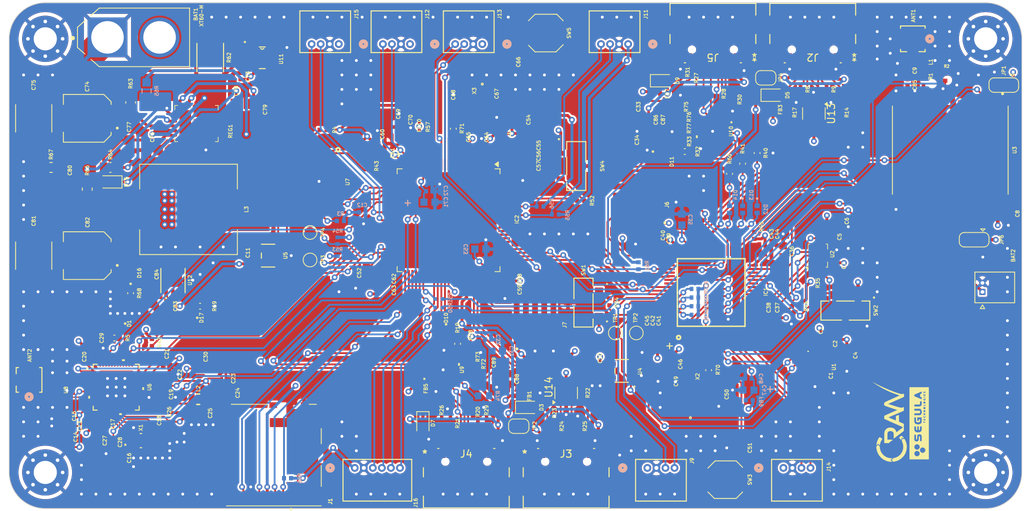
<source format=kicad_pcb>
(kicad_pcb (version 20240108) (generator "pcbnew") (generator_version "8.0")
  (title_block (date "28/03/2025"))
  (layers (0 "F.Cu" signal) (1 "In1.Cu" power "GND") (2 "In2.Cu" power "3V3") (31 "B.Cu" signal) (34 "B.Paste" user) (35 "F.Paste" user) (36 "B.SilkS" user "B.Silkscreen") (37 "F.SilkS" user "F.Silkscreen") (38 "B.Mask" user) (39 "F.Mask" user) (44 "Edge.Cuts" user))
  (net 0 "")
  (net 1 "GND")
  (net 5 "MAG_INT")
  (net 6 "IMU_CS")
  (net 7 "IMU_SDI")
  (net 8 "VIN+")
  (net 9 "UART_VBUS_COM")
  (net 11 "IMU_SCLK")
  (net 12 "IMU_SD0")
  (net 13 "GNSS_BAT_BACKUP")
  (net 14 "GNSS_NRST")
  (net 16 "GNSS_PPS")
  (net 17 "Net-(U3-VCC_RF)")
  (net 19 "Net-(JP1-C)")
  (net 20 "GNSS_CLK")
  (net 21 "GNSS_SDI")
  (net 22 "GNSS_SDO")
  (net 23 "GNSS_CS")
  (net 24 "GNSS_LNA_EN")
  (net 29 "+5V")
  (net 31 "Net-(U1-C1)")
  (net 35 "I2C_SDA_NAV")
  (net 36 "I2C_SCL_NAV")
  (net 38 "I2C_SCL_COM")
  (net 39 "I2C_SDA_COM")
  (net 40 "Net-(ANT2-SIGNAL)")
  (net 41 "SD_CS")
  (net 42 "SD_CLK")
  (net 43 "SD_MISO")
  (net 45 "SD_MOSI")
  (net 48 "WIFI_5GH")
  (net 49 "Net-(U6-PALDO)")
  (net 50 "WIFI_DIGVDD")
  (net 51 "WIFI_XOP")
  (net 52 "Net-(U6-SW_CTRL0)")
  (net 53 "WIFI_MISO")
  (net 54 "WIFI_XOLDO")
  (net 55 "WIFI_PWRIOVDD")
  (net 56 "WIFI_RFBUCKVDD")
  (net 59 "WIFI_2.4GH")
  (net 60 "WIFI_INT")
  (net 61 "WIFI_MOSI")
  (net 65 "WIFI_BUCKEN")
  (net 66 "WIFI_CLK")
  (net 68 "WIFI_CS")
  (net 69 "WIFI_AFELDO")
  (net 72 "WIFI_XON")
  (net 74 "Net-(U6-BUCKOUT)")
  (net 75 "WIFI_SXLDO")
  (net 76 "WIFI_RFVDD")
  (net 77 "WIFI_BUCKVMID")
  (net 84 "FLASH_MOSI")
  (net 85 "Net-(U7-~{WP_(IO2}))")
  (net 86 "FLASH_SCK")
  (net 87 "FLASH_MISO")
  (net 88 "Net-(U7-~{HOLD_(IO3}))")
  (net 89 "FLASH_CS")
  (net 90 "Net-(D3-K)")
  (net 91 "Net-(D3-A)")
  (net 92 "Net-(D5-K)")
  (net 93 "Net-(D5-A)")
  (net 94 "UART_VBUS_NAV")
  (net 95 "Net-(D7-K)")
  (net 96 "Net-(U3-RF_IN)")
  (net 97 "Net-(IC1-VCAP_1)")
  (net 98 "Net-(U9-VBUS)")
  (net 99 "Net-(IC1-VCAP_2)")
  (net 100 "NRST_NAV")
  (net 101 "HSE_OUT_NAV")
  (net 102 "Net-(D9-K)")
  (net 103 "Net-(U10-VBUS)")
  (net 104 "BOOT0_NAV")
  (net 105 "IMU_ACC_INT")
  (net 106 "Net-(J4-SBU2)")
  (net 107 "Net-(J4-CC2)")
  (net 108 "Net-(J4-SBU1)")
  (net 109 "Net-(J4-CC1)")
  (net 110 "USB_VBUS_COM")
  (net 111 "USB_VBUS_NAV")
  (net 114 "IMU_GYR_INT")
  (net 123 "HSE_IN_NAV")
  (net 124 "USB_DN_NAV")
  (net 126 "USB_DP_NAV")
  (net 129 "UART1_TX_NAV")
  (net 134 "BOOT1_NAV")
  (net 138 "VDDA_NAV")
  (net 139 "UART1_RX_NAV")
  (net 141 "UART_DN_COM")
  (net 142 "UART_DP_COM")
  (net 143 "UART_DN_NAV")
  (net 144 "UART_DP_NAV")
  (net 145 "UART1_RX_COM")
  (net 146 "Net-(U9-~{SUSPEND})")
  (net 147 "Net-(U9-~{RST})")
  (net 148 "UART1_TX_COM")
  (net 149 "Net-(U9-VDD)")
  (net 150 "Net-(U10-VDD)")
  (net 151 "Net-(U10-~{RST})")
  (net 152 "Net-(U10-~{SUSPEND})")
  (net 161 "Net-(R34-Pad2)")
  (net 162 "Net-(R35-Pad2)")
  (net 163 "SWDIO_NAV")
  (net 164 "SWCLK_NAV")
  (net 165 "NRST_COM")
  (net 166 "SWDIO_COM")
  (net 167 "SWCLK_COM")
  (net 168 "UART3_TX_NAV")
  (net 169 "I2C2_SDA_NAV")
  (net 170 "I2C2_SLC_NAV")
  (net 171 "UART2_RX_NAV")
  (net 173 "UART3_RX_NAV")
  (net 174 "UART2_TX_NAV")
  (net 176 "Net-(D15-A)")
  (net 178 "Net-(JP6-B)")
  (net 179 "SPI3_MISO_COM")
  (net 183 "SPI3_MOSI_COM")
  (net 184 "VREF+_COM")
  (net 185 "LED_A_NAV")
  (net 186 "HSE_IN_COM")
  (net 192 "LED_C_NAV")
  (net 194 "LED_B_NAV")
  (net 196 "Net-(C52-Pad1)")
  (net 198 "SPI3_CS_COM")
  (net 199 "SPI3_SCK_COM")
  (net 201 "ADC123_0_COM")
  (net 202 "UART4_RX_COM")
  (net 203 "UART4_TX_COM")
  (net 206 "I2C2_SLC_COM")
  (net 209 "UART2_RX_COM")
  (net 210 "ADC123_1_COM")
  (net 211 "TIM4_CH1_COM")
  (net 213 "UART2_TX_COM")
  (net 216 "TIM4_CH4_COM")
  (net 218 "TIM4_CH2_COM")
  (net 219 "Net-(C53-Pad1)")
  (net 223 "HSE_OUT_COM")
  (net 224 "BOOT0_COM")
  (net 226 "UART3_RX_COM")
  (net 230 "VDDA_COM")
  (net 234 "UART3_TX_COM")
  (net 238 "TIM4_CH3_COM")
  (net 241 "I2C2_SDA_COM")
  (net 242 "Net-(R52-Pad2)")
  (net 244 "USB_DN_COM")
  (net 246 "USB_DP_COM")
  (net 249 "REG_BST")
  (net 250 "REG_CS")
  (net 251 "REG_FB")
  (net 252 "REG_VIN")
  (net 254 "Net-(REG1-PVDD)")
  (net 255 "REG_EN")
  (net 256 "REG_PG")
  (net 258 "Net-(ANT1-SIGNAL)")
  (net 259 "Net-(C50-Pad2)")
  (net 260 "Net-(C68-Pad2)")
  (net 261 "Net-(C79-Pad2)")
  (net 262 "Net-(C31-Pad1)")
  (net 263 "Net-(C33-Pad1)")
  (net 264 "Net-(D16-K)")
  (net 265 "Net-(D17-K)")
  (net 266 "Net-(D10-A)")
  (net 267 "Net-(D11-A)")
  (net 268 "Net-(D12-K)")
  (net 269 "Net-(D14-K)")
  (net 270 "Net-(D1-A)")
  (net 271 "Net-(D13-K)")
  (net 272 "Net-(L1-Pad2)")
  (net 273 "WIFI_BUCVBATS")
  (net 274 "Net-(J5-CC1)")
  (net 275 "Net-(J5-SBU2)")
  (net 276 "Net-(J5-SBU1)")
  (net 277 "Net-(J5-CC2)")
  (net 278 "Net-(J3-CC2)")
  (net 279 "Net-(J3-DP1)")
  (net 280 "Net-(J3-SBU2)")
  (net 281 "Net-(J3-DN1)")
  (net 282 "Net-(J3-CC1)")
  (net 283 "Net-(J3-SBU1)")
  (net 284 "Net-(J2-CC2)")
  (net 285 "Net-(J2-DP1)")
  (net 286 "Net-(J2-CC1)")
  (net 287 "Net-(J2-SBU2)")
  (net 288 "Net-(J2-SBU1)")
  (net 289 "Net-(J2-DN1)")
  (footprint "Resistor_5_1kR_ERJ-2RKF5101X:RES_ERJ2RKF5101X" (layer "F.Cu") (at 111 138.312 -90)
    (property "Reference" "R21")
    (property "Value" "5.1kR")
  )
  (footprint "Capacitor_1uF_C0603C105Z3VACTU:CAPC17595_90N_KEM" (layer "F.Cu") (at 119 132.072201 -90)
    (property "Reference" "C88")
    (property "Value" "1uF")
  )
  (footprint "Resistor_10kR_CRGP0402F10K:RESC1105X40N" (layer "F.Cu") (at 69.74 127.02 -90)
    (property "Reference" "R42")
    (property "Value" "10kR")
  )
  (footprint "Resistor_10kR_CRGP0402F10K:RESC1105X40N" (layer "F.Cu") (at 129 107.4)
    (property "Reference" "R52")
    (property "Value" "10kR")
  )
  (footprint "Inductor_27nH_LQW15AN27NJ8ZD:INDC1006X60N" (layer "F.Cu") (at 176.4 88.8 -90)
    (property "Reference" "L1")
    (property "Value" "27nH")
  )
  (footprint "Capacitor_100nF_GRM155C71H104JE19D:CAPC1005X55N" (layer "F.Cu") (at 101.5 100.8)
    (property "Reference" "C61")
    (property "Value" "100nF")
  )
  (footprint "Resistor_5_1kR_ERJ-2RKF5101X:RES_ERJ2RKF5101X" (layer "F.Cu") (at 157.6 95.2 90)
    (property "Reference" "R17")
    (property "Value" "5.1kR")
  )
  (footprint "FERRITE_BEAD_120_OHM_0402_4LN_MPZ1005S121HT000:L_0402_1005Metric" (layer "F.Cu") (at 106.6 133.4 -90)
    (property "Reference" "FB5")
    (property "Value" "FerriteBead_Small")
  )
  (footprint "24CW128T-IOT:SOT-23-5_2P9X1P6_MCH" (layer "F.Cu") (at 134.67635 130.949999 180)
    (property "Reference" "U4")
    (property "Value" "24CW1280T-I/OT")
  )
  (footprint "Test_point:TestPoint_Pad_D1.5mm" (layer "F.Cu") (at 91.6 111.8)
    (property "Reference" "TP4")
    (property "Value" "TestPoint")
  )
  (footprint "Capacitor_100nF_GRM155C71H104JE19D:CAPC1005X55N" (layer "F.Cu") (at 137.968 96.2 180)
    (property "Reference" "C86")
    (property "Value" "100nF")
  )
  (footprint "Capacitor_220nF_C0603C224K4RAC7411:CAPC17595_87N_KEM" (layer "F.Cu") (at 161.6 131.6)
    (property "Reference" "C1")
    (property "Value" "220nF")
  )
  (footprint "Resistor_47R_ERA-2AED470X:RES_ERA2AED470X" (layer "F.Cu") (at 107.9 99.088 -90)
    (property "Reference" "R57")
    (property "Value" "47R")
  )
  (footprint "Resistor_620R_ERJ-PA3F6200V:RES_ERJPA3F6200V" (layer "F.Cu") (at 146.6951 130.8509 90)
    (property "Reference" "R70")
    (property "Value" "620R")
  )
  (footprint "ANT_Wifi_RECE.20279.001E.01:CON3_RECE.20279.001E.01_TAL" (layer "F.Cu") (at 174.924999 85)
    (property "Reference" "ANT1")
    (property "Value" "RECE.20279.001E.01")
  )
  (footprint "Capacitor_1uF_16V_GRM155C81C105KE11D:CAPC1005X60N" (layer "F.Cu") (at 71.725 131.44 180)
    (property "Reference" "C22")
    (property "Value" "1uF")
  )
  (footprint "Capacitor_100nF_GRM155C71H104JE19D:CAPC1005X55N" (layer "F.Cu") (at 117 131.6 -90)
    (property "Reference" "C89")
    (property "Value" "100nF")
  )
  (footprint "pin_4x1_0530480410:CONN04_530480410_MOL" (layer "F.Cu") (at 138.2299 144.374)
    (property "Reference" "J9")
    (property "Value" "530480410")
  )
  (footprint "Capacitor_1uF_GRM155R6YA105KE11D:CAPC1005X60N" (layer "F.Cu") (at 72.14 138.42 90)
    (property "Reference" "C26")
    (property "Value" "1uF")
  )
  (footprint "Resistor_10kR_CRGP0402F10K:RESC1105X40N" (layer "F.Cu") (at 99.8 102.715 -90)
    (property "Reference" "R43")
    (property "Value" "10kR")
  )
  (footprint "Resistor_10kR_CRGP0402F10K:RESC1105X40N" (layer "F.Cu") (at 158.715 122 180)
    (property "Reference" "R44")
    (property "Value" "10kR")
  )
  (footprint "Resistor_330R_ERJ-PA3D3300V:RES_ERJPA3D3300V" (layer "F.Cu") (at 149.6 103.675 90)
    (property "Reference" "R60")
    (property "Value" "330R")
  )
  (footprint "Capacitor_Pola_1uF_TACL105K010XTA:TACL_AVX" (layer "F.Cu") (at 103.9 97.96515 90)
    (property "Reference" "C69")
    (property "Value" "1uF")
  )
  (footprint "Resistor_330R_ERJ-PA3D3300V:RES_ERJPA3D3300V" (layer "F.Cu") (at 153.4 100.8 90)
    (property "Reference" "R40")
    (property "Value" "330R")
  )
  (footprint "Capacitor_2.2uF_C0805C225K4REC7210:CAPC220145_140N_KEM" (layer "F.Cu") (at 66.6 99.797201 -90)
    (property "Reference" "C77")
    (property "Value" "2.2uF")
  )
  (footprint "Capacitor_100nF_GRM155C71H104JE19D:CAPC1005X55N" (layer "F.Cu") (at 164.2 128.8 -90)
    (property "Reference" "C2")
    (property "Value" "100nF")
  )
  (footprint "Capacitor_2_2uF_16V_GRM188C71C225KE11J:CAPC1608X100N" (layer "F.Cu") (at 65.33 143.149 90)
    (property "Reference" "C16")
    (property "Value" "2.2uF")
  )
  (footprint "Capacitor_100nF_C0805X104K5RAC3316:CAPC230155_120N_KEM" (layer "F.Cu") (at 81.4 94.8 90)
    (property "Reference" "C78")
    (property "Value" "100nF")
  )
  (footprint "ABM8G-25.000MHZ-4Y-T3:ABM8G_ABR" (layer "F.Cu") (at 114.3049 94.516257 -90)
    (property "Reference" "X3")
    (property "Value" "ABM8G-25.000MHZ-4Y-T3")
  )
  (footprint "Resistor_100kR_ERJ-2RKF1003X:RES_ERJ2RKF1003X" (layer "F.Cu") (at 150 93.4 -90)
    (property "Reference" "R30")
    (property "Value" "100kR")
  )
  (footprint "USB_C_USB4110GFA:USB4110-GF-A_GCT" (layer "F.Cu") (at 113.2 145.8)
    (property "Reference" "J4")
    (property "Value" "USB4110GFA")
  )
  (footprint "Capacitor_10pF_KGM05ACG1H100JH:CAP_0402C_AVX" (layer "F.Cu") (at 142.0951 134.2064 90)
    (property "Reference" "C49")
    (property "Value" "10pF")
  )
  (footprint "UART_TO_USB_CP2102N-A02-GQFN20R:QFN20_SIL" (layer "F.Cu") (at 147.249999 97.797 -90)
    (property "Reference" "U10")
    (property "Value" "CP2102N-A02-GQFN20R")
  )
  (footprint "Capacitor_0_47uF_GRM033R60J474KE90D:CAPC0603X33N" (layer "F.Cu") (at 58.609 138.57)
    (property "Reference" "C13")
    (property "Value" "0.47uF")
  )
  (footprint "Capacitor_10pF_KGM05ACG1H100JH:CAP_0402C_AVX" (layer "F.Cu") (at 148.0951 134.2509 90)
    (property "Reference" "C50")
    (property "Value" "10pF")
  )
  (footprint "Capacitor_100uF_EEE-FPV101XAV:CAP_EEEFPV101XAV" (layer "F.Cu") (at 60.8 115 180)
    (property "Reference" "C82")
    (property "Value" "100uF")
  )
  (footprint "USB_C_USB4110GFA:USB4110-GF-A_GCT" (layer "F.Cu") (at 161.090001 84.2 180)
    (property "Reference" "J2")
    (property "Value" "USB4110GFA")
  )
  (footprint "pin_4x1_0530480410:CONN04_530480410_MOL" (layer "F.Cu") (at 135.5701 85.726 180)
    (property "Reference" "J11")
    (property "Value" "530480410")
  )
  (footprint "Resistor_5_1kR_ERJ-2RKF5101X:RES_ERJ2RKF5101X" (layer "F.Cu") (at 130 135.8 -90)
    (property "Reference" "R22")
    (property "Value" "5.1kR")
  )
  (footprint "Capacitor_100nF_GRM155C71H104JE19D:CAPC1005X55N" (layer "F.Cu") (at 121.432 99.8)
    (property "Reference" "C55")
    (property "Value" "100nF")
  )
  (footprint "Capacitor_100nF_GRM155C71H104JE19D:CAPC1005X55N" (layer "F.Cu") (at 82 90.168 -90)
    (property "Reference" "C73")
    (property "Value" "100nF")
  )
  (footprint "Capacitor_Pola_10uF_T529P106M010AAE200:CAPMP2.1X1.25_1N_KEM" (layer "F.Cu") (at 121.8 98.1)
    (property "Reference" "C54")
    (property "Value" "10uF")
  )
  (footprint "Resistor_47_5kR_ERJ-2RKF4752X:RESC1005X40N" (layer "F.Cu") (at 114 130.8 90)
    (property "Reference" "R73")
    (property "Value" "47.5kR")
  )
  (footprint "SolderJumper_3_Open:SolderJumper-3_P1.3mm_Open_RoundedPad1.0x1.5mm" (layer "F.Cu") (at 187.5 91.4 180)
    (property "Reference" "JP1")
    (property "Value" "SolderJumper_3_Open")
  )
  (footprint "Capacitor_100nF_GRM155C71H104JE19D:CAPC1005X55N" (layer "F.Cu") (at 162.2 126.6 180)
    (property "Reference" "C3")
    (property "Value" "100nF")
  )
  (footprint "Capacitor_100nF_GRM155C71H104JE19D:CAPC1005X55N" (layer "F.Cu") (at 135.4 99 180)
    (property "Reference" "C34")
    (property "Value" "100nF")
  )
  (footprint "Test_point:TestPoint_Pad_D1.5mm" (layer "F.Cu") (at 91.6 115.6)
    (property "Reference" "TP3")
    (property "Value" "TestPoint")
  )
  (footprint "CRAN:Cran_Bitmap" (layer "F.Cu") (at 172 138 90)
    (property "Reference" "G***" (hide yes))
    (property "Value" "LOGO" (hide yes))
  )
  (footprint "IIS2MDCTR:IIS2MDCTR" (layer "F.Cu") (at 161.8 129)
    (property "Reference" "U1")
    (property "Value" "IIS2MDCTR" (hide yes))
  )
  (footprint "Capacitor_100nF_GRM155C71H104JE19D:CAPC1005X55N" (layer "F.Cu") (at 163.368 112.4)
    (property "Reference" "C5")
    (property "Value" "0.1uF")
  )
  (footprint "Capacitor_100nF_GRM155C71H104JE19D:CAPC1005X55N" (layer "F.Cu") (at 156.22 124.03 -90)
    (property "Reference" "C37")
    (property "Value" "100nF")
  )
  (footprint "Inductor_3_3uH_74479775233:WE-PMI_0805_H1" (layer "F.Cu") (at 76.14 134.87)
    (property "Reference" "L2")
    (property "Value" "3.3uH")
  )
  (footprint "ABM8G-25.000MHZ-4Y-T3:ABM8G_ABR" (layer "F.Cu") (at 145.28 134.18 90)
    (property "Reference" "X2")
    (property "Value" "ABM8G-25.000MHZ-4Y-T3")
  )
  (footprint "D_Schottky_SD103AWS:D_SOD-323" (layer "F.Cu") (at 64 104.8 180)
    (property "Reference" "D15")
    (property "Value" "SD103AWS")
  )
  (footprint "Capacitor_2.2uF_GRM188R61H225KE11D:CAPC1608X100N" (layer "F.Cu") (at 99.4 117.4 -90)
    (property "Reference" "C52")
    (property "Value" "2.2uF")
  )
  (footprint "Mounting_Hole_M3:MountingHole_3.2mm_M3_Pad_Via" (layer "F.Cu") (at 185 85)
    (property "Reference" "H2" (hide yes))
    (property "Value" "MountingHole_Pad" (hide yes))
  )
  (footprint "pin_2x1_0530480210:MOLEX_530480210" (layer "F.Cu") (at 184.55 120.025 90)
    (property "Reference" "BAT2")
    (property "Value" "530480210")
  )
  (footprint "M50-3600542R:HARWIN_M50-3600542R" (layer "F.Cu") (at 136.74 107.96 90)
    (property "Reference" "J6")
    (property "Value" "M50-3600542R")
  )
  (footprint "pin_4x1_0530480410:CONN04_530480410_MOL" (layer "F.Cu") (at 105.4202 85.726 180)
    (property "Reference" "J12")
    (property "Value" "530480410")
  )
  (footprint "D_Schottky_SD103AWS:D_SOD-323" (layer "F.Cu") (at 107.2 138.2 -90)
    (property "Reference" "D7")
    (property "Value" "SD103AWS")
  )
  (footprint "Capacitor_10nF_C0402C103J3RECAUTO:CAPC1005X55N" (layer "F.Cu") (at 70.94 134.22 180)
    (property "Reference" "C19")
    (property "Value" "10nF")
  )
  (footprint "Capacitor_100nF_16V_GRM033C71C104KE14D:CAPC0603X33N" (layer "F.Cu") (at 57.859 137.57)
    (property "Reference" "C15")
    (property "Value" "100nF")
  )
  (footprint "SD_MOLEX_5033981892:MOLEX_503398-1892" (layer "F.Cu") (at 86.6 142.6 180)
    (property "Reference" "J1")
    (property "Value" "503398-1892")
  )
  (footprint "Resistor_330R_ERJ-PA3D3300V:RES_ERJPA3D3300V" (layer "F.Cu") (at 143.4 100.6)
    (property "Reference" "R32")
    (property "Value" "330R")
  )
  (footprint "D_Schottky_SD103AWS:D_SOD-323" (layer "F.Cu") (at 140.25 90.8)
    (property "Reference" "D9")
    (property "Value" "SD103AWS")
  )
  (footprint "Resistor_22_1kR_RC0402FR-0722K1L:RESC1005X40N" (layer "F.Cu") (at 115.2 131.832 90)
    (property "Reference" "R72")
    (property "Value" "22.1kR")
  )
  (footprint "Mounting_Hole_M3:MountingHole_3.2mm_M3_Pad_Via" (layer "F.Cu") (at 185 145)
    (property "Reference" "H4" (hide yes))
    (property "Value" "MountingHole_Pad" (hide yes))
  )
  (footprint "LED_Red_5990010007F:599-0001-007F_DIA" (layer "F.Cu") (at 140.495201 100.6)
    (property "Reference" "D11")
    (property "Value" "RED")
  )
  (footprint "Capacitor_0_22uF_GRM033R61A224KE90D:CAPC0603X33N" (layer "F.Cu") (at 64.41 140.779 90)
    (property "Reference" "C28")
    (property "Value" "0.22uF")
  )
  (footprint "Capacitor_4_7uF_GRM188C81E475KE11D:CAPC1608X100N" (layer "F.Cu") (at 79.6 134)
    (property "Reference" "C24")
    (property "Value" "4.7uF")
  )
  (footprint "pin_6x1_0530480610:CONN06_530480610_MOL" (layer "F.Cu") (at 97.7799 144.374)
    (property "Reference" "J16")
    (property "Value" "530480610")
  )
  (footprint "Capacitor_1uF_10V_GCM155C71A105KE38D:CAPC1005X70N" (layer "F.Cu") (at 70.74 139.62 90)
    (property "Reference" "C18")
    (property "Value" "1uF")
  )
  (footprint "USB_C_USB4110GFA:USB4110-GF-A_GCT" (layer "F.Cu") (at 127 145.8)
    (property "Reference" "J3")
    (property "Value" "USB4110GFA")
  )
  (footprint "STM32H753VIT6:LQFP-100_14x14mm_P0.5mm" (layer "F.Cu") (at 110.75 110.1 -90)
    (property "Reference" "IC2")
    (property "Value" "STM32H753VIT6")
  )
  (footprint "Resistor_560R_ERJ-PA3F5600V:RES_ERJPA3F5600V" (layer "F.Cu") (at 66.8 120.2 -90)
    (property "Reference" "R68")
    (property "Value" "560R")
  )
  (footprint "Capacitor_47uF_C5750X7R1V476M230KC:CAP_C5750X7R1V476M230KC" (layer "F.Cu") (at 53.4 96 -90)
    (property "Reference" "C75")
    (property "Value" "47uF")
  )
  (footprint "Capacitor_100nF_GRM155C71H104JE19D:CAPC1005X55N" (layer "F.Cu") (at 116 100.2)
    (property "Reference" "C64")
    (property "Value" "100nF")
  )
  (footprint "IIM_42652:Bosch_LGA-14_3x2.5mm_P0.5mm" (layer "F.Cu") (at 161.8 115 90)
    (property "Reference" "U2")
    (property "Value" "IIM-42652")
  )
  (footprint "Capacitor_10nF_C0402C103J3RECAUTO:CAPC1005X55N" (layer "F.Cu") (at 174.2 88.795 -90)
    (property "Reference" "C9")
    (property "Value" "10nF")
  )
  (footprint "Capacitor_100nF_GRM155C71H104JE19D:CAPC1005X55N" (layer "F.Cu") (at 131.7 130.9 -90)
    (property "Reference" "C10")
    (property "Value" "100nF")
  )
  (footprint "Resistor_5_1kR_ERJ-2RKF5101X:RES_ERJ2RKF5101X" (layer "F.Cu") (at 125.4 138.688 -90)
    (property "Reference" "R24")
    (property "Value" "5.1kR")
  )
  (footprint "SolderJumper_3_Open:SolderJumper-3_P1.3mm_Open_RoundedPad1.0x1.5mm" (layer "F.Cu") (at 183.4 112.8 180)
    (property "Reference" "JP6")
    (property "Value" "SolderJumper_3_Open")
  )
  (footprint "Resistor_100R_ERJ-PA3D1000V:RES_ERJPA3D1000V" (layer "F.Cu") (at 151.4 102.275 -90)
    (property "Reference" "R41")
    (property "Value" "100R")
  )
  (footprint "FERRITE_BEAD_120_OHM_0402_4LN_MPZ1005S121HT000:L_0402_1005Metric" (layer "F.Cu") (at 155.6 94.8 90)
    (property "Reference" "FB3")
    (property "Value" "FerriteBead_Small")
  )
  (footprint "Capacitor_1uF_C0603C105Z3VACTU:CAPC17595_90N_KEM" (layer "F.Cu") (at 135.072201 94.4 180)
    (property "Reference" "C33")
    (property "Value" "1uF")
  )
  (footprint "Capacitor_0_47uF_GRM033R60J474KE90D:CAPC0603X33N" (layer "F.Cu") (at 79.681 132)
    (property "Reference" "C23")
    (property "Value" "0.47uF")
  )
  (footprint "Capacitor_2_2uF_16V_GRM188C71C225KE11J:CAPC1608X100N" (layer "F.Cu") (at 77.181 130.62 180)
    (property "Reference" "C30")
    (property "Value" "2.2uF")
  )
  (footprint "Capacitor_10uF_GRM188R61E106KA73J:CAPC1608X100N" (layer "F.Cu") (at 165.8 128.8 -90)
    (property "Reference" "C4")
    (property "Value" "10uF")
  )
  (footprint "Capacitor_10uF_GRM188R61E106KA73J:CAPC1608X100N" (layer "F.Cu") (at 71 122 180)
    (property "Reference" "C83")
    (property "Value" "10uF")
  )
  (footprint "Capacitor_2.2uF_GRM188R61H225KE11D:CAPC1608X100N" (layer "F.Cu") (at 157 114.4 90)
    (property "Reference" "C36")
    (property "Value" "2.2uF")
  )
  (footprint "LD39200PU33R:SON_DFN6_3X3_STM" (layer "F.Cu") (at 72.649999 118.4478 90)
    (property "Reference" "U12")
    (property "Value" "LD39200PU33R")
  )
  (footprint "LED_Green_5990081007F:599-0081-007F_DIA" (layer "F.Cu") (at 66.8 117.4 90)
    (property "Reference" "D16")
    (property "Value" "LED")
  )
  (footprint "TDD01H0SB1R:SOT_TDDSB1R_CNK" (layer "F.Cu") (at 165.6 122.6 -90)
    (property "Reference" "SW2")
    (property "Value" "TDD01H0SB1R")
  )
  (footprint "Capacitor_100nF_GRM155C71H104JE19D:CAPC1005X55N" (layer "F.Cu") (at 121.43 101.01)
    (property "Reference" "C56")
    (property "Value" "100nF")
  )
  (footprint "SolderJumper_2_Open:SolderJumper-2_P1.3mm_Open_RoundedPad1.0x1.5mm" (layer "F.Cu") (at 154.6 90.4 180)
    (property "Reference" "JP4")
    (property "Value" "SolderJumper_2_Open")
  )
  (footprint "Crystal_NX2016SA_40M_STD_CZS_3:NX2016SA-40M-STD-CZS-3_NDK" (layer "F.Cu") (at 68.2163 140.6 90)
    (property "Reference" "X1")
    (property "Value" "NX2016SA-40M-STD-CZS-3")
  )
  (footprint "NEO-M9N-008:XCVR_NEO-M9N-00B" (layer "F.Cu") (at 180.1 100.4 -90)
    (property "Reference" "U3")
    (property "Value" "NEO-M9N-00B")
  )
  (footprint "Capacitor_100nF_GRM155C71H104JE19D:CAPC1005X55N" (layer "F.Cu") (at 119.4 88.232 90)
    (property "Reference" "C66")
    (property "Value" "100nF")
  )
  (footprint "Resistor_330R_ERJ-PA3D3300V:RES_ERJPA3D3300V" (layer "F.Cu") (at 112 127.2 -90)
    (property "Reference" "R19")
    (property "Value" "330R")
  )
  (footprint "Capacitor_100nF_GRM155C71H104JE19D:CAPC1005X55N" (layer "F.Cu") (at 155 124.032 -90)
    (property "Reference" "C38")
    (property "Value" "100nF")
  )
  (footprint "SolderJumper_2_Open:SolderJumper-2_P1.3mm_Open_RoundedPad1.0x1.5mm" (layer "F.Cu") (at 120.45 138.6 180)
    (property "Reference" "JP2")
    (property "Value" "SolderJumper_2_Open")
  )
  (footprint "M50-3600542R:HARWIN_M50-3600542R" (layer "F.Cu") (at 122.7 124)
    (property "Reference" "J7")
    (property "Value" "M50-3600542R")
  )
  (footprint "Resistor_10kR_CRGP0402F10K:RESC1105X40N" (layer "F.Cu") (at 179.4 90.315 -90)
    (property "Reference" "R2")
    (property "Value" "10kR")
  )
  (footprint "Capacitor_100nF_GRM155C71H104JE19D:CAPC1005X55N" (layer "F.Cu") (at 118.968 119.7 180)
    (property "Reference" "C59")
    (property "Value" "100nF")
  )
  (footprint "LED_Green_5990081007F:599-0081-007F_DIA" (layer "F.Cu") (at 74.504799 123.6 180)
    (property "Reference" "D17")
    (property "Value" "Green")
  )
  (footprint "Capacitor_10nF_C0402C103J3RECAUTO:CAPC1005X55N" (layer "F.Cu") (at 164.2 116.4 -90)
    (property "Reference" "C7")
    (property "Value" "10nF")
  )
  (footprint "Capacitor_100nF_GRM155C71H104JE19D:CAPC1005X55N" (layer "F.Cu") (at 139.2 126.7 180)
    (property "Reference" "C42")
    (property "Value" "100nF")
  )
  (footprint "Resistor_5_1kR_ERJ-2RKF5101X:RES_ERJ2RKF5101X" (layer "F.Cu") (at 116 138.312 -90)
    (property "Reference" "R29")
    (property "Value" "5.1kR")
  )
  (footprint "Capacitor_100nF_GRM155C71H104JE19D:CAPC1005X55N" (layer "F.Cu") (at 139.2 127.9 180)
    (property "Reference" "C41")
    (property "Value" "100nF")
  )
  (footprint "Capacitor_100nF_GRM155C71H104JE19D:CAPC1005X55N" (layer "F.Cu") (at 154.932 114.8)
    (property "Reference" "C44")
    (property "Value" "100nF")
  )
  (footprint "Package_TO_SOT_SMD:SOT-23-6" (layer "F.Cu") (at 127 134 90)
    (property "Reference" "U14")
    (property "Value" "USBLC6-2SC6")
  )
  (footprint "Capacitor_100nF_GRM155C71H104JE19D:CAPC1005X55N" (layer "F.Cu") (at 150.8 141.6 180)
    (property "Reference" "C51")
    (property "Value" "100nF")
  )
  (footprint "Resistor_100kR_ERJ-2RKF1003X:RES_ERJ2RKF1003X" (layer "F.Cu") (at 128.6 138.688 -90)
    (property "Reference" "R25")
    (property "Value" "100kR")
  )
  (footprint "Mounting_Hole_M3:MountingHole_3.2mm_M3_Pad_Via" (layer "F.Cu") (at 55 145)
    (property "Reference" "H3" (hide yes))
    (property "Value" "MountingHole_Pad" (hide yes))
  )
  (footprint "Resistor_0_01R_PE2512FKE7W0R01Z:RES_PE2512_YAG" (layer "F.Cu") (at 77.8 87.6 -90)
    (property "Reference" "R62")
    (property "Value" "0.01R")
  )
  (footprint "Resistor_0R_RCS06030000Z0EC:RESC1508X50N" (layer "F.Cu") (at 141.765 94.4 180)
    (property "Reference" "R75")
    (property "Value" "0R")
  )
  (footprint "pin_4x1_0530480410:CONN04_530480410_MOL" (layer "F.Cu") (at 95.5701 85.726 180)
    (property "Reference" "J15")
    (property "Value" "530480410")
  )
  (footprint "Capacitor_100nF_GRM155C71H104JE19D:CAPC1005X55N" (layer "F.Cu") (at 154.932 113.5)
    (property "Reference" "C43")
    (property "Value" "100nF")
  )
  (footprint "Capacitor_10pF_KGM05ACG1H100JH:CAP_0402C_AVX" (layer "F.Cu") (at 117.4 94.367157 -90)
    (property "Reference" "C67")
    (property "Value" "10pF")
  )
  (footprint "Resistor_1_3kR_RK73H2ATTD1301F:RK73H2ATTD1301F" (layer "F.Cu") (at 55.8 102.8 180)
    (property "Reference" "R67")
    (property "Value" "1.3kR")
  )
  (footprint "Capacitor_100nF_16V_GRM033C71C104KE14D:CAPC0603X33N" (layer "F.Cu") (at 59.54 129.101 -90)
    (property "Reference" "C20")
    (property "Value" "100nF")
  )
  (footprint "Resistor_22_1kR_RC0402FR-0722K1L:RESC1005X40N" (layer "F.Cu") (at 141.6 96.2 -90)
    (property "Reference" "R76")
    (property "Value" "22.1kR")
  )
  (footprint "LED_Blue_5990091007F:599-0091-007F_DIA" (layer "F.Cu") (at 64.54 124.4 180)
    (property "Reference" "D1")
    (property "Value" "Blue")
  )
  (footprint "Resistor_100kR_ERJ-2RKF1003X:RES_ERJ2RKF1003X" (layer "F.Cu") (at 164.8 95.2 -90)
    (property "Reference" "R14")
    (property "Value" "100kR")
  )
  (footprint "SKQGADE010:SW4-SMD-5.2X5.2X1.5MM" (layer "F.Cu") (at 124.2 84.2 180)
    (property "Reference" "SW5")
    (property "Value" "SMD-BUTTON_4P-5.2X5.2X1.5MM-SKQGADE010_")
  )
  (footprint "pin_4x1_0530480410:CONN04_530480410_MOL" (layer "F.Cu") (at 115.4102 85.726 180)
    (property "Reference" "J13")
    (property "Value" "530480410")
  )
  (footprint "XT60-M:AMASS_XT60-M" (layer "F.Cu") (at 67.2 84.8)
    (property "Reference" "BAT1")
    (property "Value" "XT60-M")
  )
  (footprint "TDD01H0SB1R:SOT_TDDSB1R_CNK" (layer "F.Cu") (at 128.4 102.6)
    (property "Reference" "SW4")
    (property "Value" "TDD01H0SB1R")
  )
  (footprint "Wifi_NRF7002-QFAA-R:QFN48_6X6_NOR" (layer "F.Cu") (at 64.8 133.2)
    (property "Reference" "U6")
    (property "Value" "NRF7002-QFAA-R")
  )
  (footprint "Resistor_1kR_RC0402FR-071KL:RESC1005X40N" (layer "F.Cu") (at 113.8 127.8 90)
    (property "Reference" "R18")
    (property "Value" "1kR")
  )
  (footprint "Resistor_100kR_ERJ-2RKF1003X:RES_ERJ2RKF1003X" (layer "F.Cu") (at 114.8 138.6 -90)
    (property "Reference" "R20")
    (property "Value" "100kR")
  )
  (footprint "MIC26903YJL-TR:MIC24054YJLTR" (layer "F.Cu") (at 75.9 96.725 90)
    (property "Reference" "REG1")
    (property "Value" "MIC26903YJL-TR" (hide yes))
  )
  (footprint "Resistor_10kR_CRGP0402F10K:RESC1105X40N" (layer "F.Cu") (at 153 112.2 -90)
    (property "Reference" "R45")
    (property "Value" "10kR")
  )
  (footprint "Diplexeur_DPX165950DT-8148A1:RF_5049A1_TDK" (layer "F.Cu") (at 56.07 133.67 90)
    (property "Reference" "U8")
    (property "Value" "DPX165950DT-8148A1")
  )
  (footprint "Resistor_10R_ERA-2AKD100X:RES_ERA2AKD100X" (layer "F.Cu") (at 176.4 91 -90)
    (property "Reference" "R1")
    (property "Value" "10R")
  )
  (footprint "FERRITE_BEAD_120_OHM_0402_4LN_MPZ1005S121HT000:L_0402_1005Metric" (layer "F.Cu") (at 139.515 92.6)
    (property "Reference" "FB7")
    (property "Value" "FerriteBead_Small")
  )
  (footprint "Capacitor_Pola_10uF_T529P106M010AAE200:CAPMP2.1X1.25_1N_KEM" (layer "F.Cu") (at 141.3 130.0223 -90)
    (property "Reference" "C46")
    (property "Value" "10uF")
  )
  (footprint "Capacitor_2_2uF_25V_GRM155R61E225KE11D:CAPC1005X70N" (layer "F.Cu") (at 71.74 130.16 180)
    (property "Reference" "C21")
    (property "Value" "2.2uF")
  )
  (footprint "STM32F405RGT6:QFP50P1200X1200X160-64N" (layer "F.Cu") (at 147.05 120.1 90)
    (property "Reference" "IC1")
    (property "Value" "STM32F405RGT6" (hide yes))
  )
  (footprint "24CW128T-IOT:SOT-23-5_2P9X1P6_MCH" (layer "F.Cu") (at 85.8 115 180)
    (property "Reference" "U5")
    (property "Value" "24CW1280T-I/OT")
  )
  (footprint "Capacitor_47uF_C5750X7R1V476M230KC:CAP_C5750X7R1V476M230KC" (layer "F.Cu") (at 53.4 115 -90)
    (property "Reference" "C81")
    (property "Value" "47uF")
  )
  (footprint "Resistor_10kR_ERJ-T06J103V:RESC2012X70N" (layer "F.Cu") (at 64 102.8)
    (property "Reference" "R64")
    (property "Value" "10kR")
  )
  (footprint "Resistor_5_1kR_ERJ-2RKF5101X:RES_ERJ2RKF5101X" (layer "F.Cu") (at 148.8 94.4 90)
    (property "Reference" "R28")
    (property "Value" "5.1kR")
  )
  (footprint "Resistor_100kR_ERJ-2RKF1003X:RES_ERJ2RKF1003X" (layer "F.Cu") (at 145 92.2 90)
    (property "Reference" "R27")
    (property "Value" "100kR")
  )
  (footprint "USB_C_USB4110GFA:USB4110-GF-A_GCT" (layer "F.Cu") (at 147.290001 84.2 180)
    (property "Reference" "J5")
    (property "Value" "USB4110GFA")
  )
  (footprint "Capacitor_100nF_GRM155C71H104JE19D:CAPC1005X55N" (layer "F.Cu") (at 138.97 114.01 180)
    (property "Reference" "C39")
    (property "Value" "100nF")
  )
  (footprint "Resistor_5_1kR_ERJ-2RKF5101X:RES_ERJ2RKF5101X" (layer "F.Cu") (at 143.8 91.4 90)
    (property "Reference" "R31")
    (property "Value" "5.1kR")
  )
  (footprint "Resistor_5_1kR_ERJ-2RKF5101X:RES_ERJ2RKF5101X" (layer "F.Cu") (at 163 92 90)
    (property "Reference" "R9")
    (property "Value" "5.1kR")
  )
  (footprint "Capacitor_2.2uF_GRM188R61H225KE11D:CAPC1608X100N" (layer "F.Cu") (at 163.8 111)
    (property "Reference" "C6")
    (property "Value" "2.2uF")
  )
  (footprint "Resistor_100kR_ERJ-2RKF1003X:RES_ERJ2RKF1003X" (layer "F.Cu") (at 109.8 138.312 90)
    (property "Reference" "R26")
    (property "Value" "100kR")
  )
  (footprint "LED_Red_5990010007F:599-0001-007F_DIA" (layer "F.Cu") (at 110.4 126 -90)
    (property "Reference" "D10")
    (property "Value" "RED")
  )
  (footprint "Capacitor_22nF_10V_GRM033R61A223KE84D:CAPC0603X33N" (layer "F.Cu") (at 63.4 139.119 -90)
    (property "Reference" "C17")
    (property "Value" "22nF")
  )
  (footprint "Capacitor_4_7uF_GRM188C81E475KE11D:CAPC1608X100N" (layer "F.Cu") (at 57.14 140.07 180)
    (property "Reference" "C14")
    (property "Value" "4.7uF")
  )
  (footprint "Capacitor_10uF_GRM188R61E106KA73J:CAPC1608X100N" (layer "F.Cu") (at 69.2 117.6 -90)
    (property "Reference" "C84")
    (property "Value" "10uF")
  )
  (footprint "Resistor_47_5kR_ERJ-2RKF4752X:RESC1005X40N" (layer "F.Cu") (at 143 97.4 -90)
    (property "Reference" "R77")
    (property "Value" "47.5kR")
  )
  (footprint "pin_4x1_0530480410:CONN04_530480410_MOL" (layer "F.Cu") (at 157.0299 144.374)
    (property "Reference" "J14")
    (property "Value" "530480410")
  )
  (footprint "Package_TO_SOT_SMD:SOT-23-6" (layer "F.Cu") (at 161.25 95.3375 -90)
    (property "Reference" "U13")
    (property "Value" "USBLC6-2SC6")
  )
  (footprint "Resistor_6_8kR_RK73H2ATTD6R80F:RESC2012X60N" (layer "F.Cu") (at 60.8 105.8 90)
    (property "Reference" "R66")
    (property "Value" "6.8kR")
  )
  (footprint "Test_point:TestPoint_Pad_D1.5mm" (layer "F.Cu") (at 133.8 125.7)
    (property "Reference" "TP1")
    (property "Value" "TestPoint")
  )
  (footprint "Capacitor_100nF_GRM155C71H104JE19D:CAPC1005X55N" (layer "F.Cu") (at 101.5 99.5)
    (property "Reference" "C60")
    (property "Value" "100nF")
  )
  (footprint "Capacitor_2_2uF_16V_GRM188C71C225KE11J:CAPC1608X100N" (layer "F.Cu") (at 61.54 127.22 90)
    (property "Reference" "C29")
    (property "Value" "2.2uF")
  )
  (footprint "UART_TO_USB_CP2102N-A02-GQFN20R:QFN20_SIL" (layer "F.Cu") (at 110 130.8 90)
    (property "Reference" "U9")
    (property "Value" "CP2102N-A02-GQFN20R")
  )
  (footprint "Segula:Segula_Bitmap" (layer "F.Cu") (at 175.8 138.2 90)
    (property "Reference" "G***" (hide yes))
    (property "Value" "LOGO" (hide yes))
  )
  (footprint "Capacitor_1uF_C0603C105Z3VACTU:CAPC17595_90N_KEM" (layer "F.Cu") (at 139.072201 97.8 180)
    (property "Reference" "C87")
    (property "Value" "1uF")
  )
  (footprint "Capacitor_1uF_C0603C105Z3VACTU:CAPC17595_90N_KEM" (layer "F.Cu") (at 187.4 109.2 180)
    (property "Reference" "C8")
    (property "Value" "1uF")
  )
  (footprint "Resistor_100kR_ERJ-2RKF1003X:RES_ERJ2RKF1003X" (layer "F.Cu") (at 124.4 135.8 90)
    (property "Reference" "R23")
    (property "Value" "100kR")
  )
  (footprint "Capacitor_100nF_GRM155C71H104JE19D:CAPC1005X55N" (layer "F.Cu") (at 101.8 118.8 180)
    (property "Reference" "C63")
    (property "Value" "100nF")
  )
  (footprint "Capacitor_4_7uF_GRM188C81E475KE11D:CAPC1608X100N" (layer "F.Cu") (at 75.74 136.73)
    (property "Reference" "C25")
    (property "Value" "4.7uF")
  )
  (footprint "Resistor_10kR_CRGP0402F10K:RESC1105X40N" (layer "F.Cu") (at 161.8 120.2)
    (property "Reference" "R35")
    (property "Value" "10kR")
  )
  (footprint "Capacitor_100nF_GRM155C71H104JE19D:CAPC1005X55N" (layer "F.Cu") (at 83 116.568 -90)
    (property "Reference" "C11")
    (property "Value" "100nF")
  )
  (footprint "D_Schottky_SD103AWS:D_SOD-323" (layer "F.Cu") (at 155.55 92.8)
    (property "Reference" "D5")
    (property "Value" "SD103AWS")
  )
  (footprint "ANT_Wifi_RECE.20279.001E.01:CON3_RECE.20279.001E.01_TAL" (layer "F.Cu") (at 52.75585 132.194999 -90)
    (property "Reference" "ANT2")
    (property "Value" "RECE.20279.001E.01")
  )
  (footprint "Resistor_10kR_ERJ-T06J103V:RESC2012X70N" (layer "F.Cu") (at 66.8 93.8 -90)
    (property "Reference" "R63")
    (property "Value" "10kR")
  )
  (footprint "FERRITE_BEAD_120_OHM_0402_4LN_MPZ1005S121HT000:L_0402_1005Metric" (layer "F.Cu") (at 106.7 99.1 90)
    (property "Reference" "FB10")
    (property "Value" "FerriteBead_Small")
  )
  (footprint "Capacitor_4.7nF_C0805C472J3GEC7210:CAPC220145_100N_KEM" (layer "F.Cu") (at 58.4 105.8 90)
    (property "Reference" "C80")
    (property "Value" "4.7nF")
  )
  (footprint "Capacitor_100nF_C0805X104K5RAC3316:CAPC230155_120N_KEM" (layer "F.Cu") (at 83.8 94.802799 90)
    (property "Reference" "C79")
    (property "Value" "100nF")
  )
  (footprint "Resistor_10kR_CRGP0402F10K:RESC1105X40N" (layer "F.Cu") (at 133 121.385 90)
    (property "Reference" "R34")
    (property "Value" "10kR")
  )
  (footprint "Capacitor_100nF_GRM155C71H104JE19D:CAPC1005X55N" (layer "F.Cu") (at 121.43 102.2)
    (property "Reference" "C57")
    (property "Value" "100nF")
  )
  (footprint "Resistor_240R_ERJ-PA3F2400V:RES_ERJPA3F2400V" (layer "F.Cu") (at 76.4 122)
    (property "Reference" "R69")
    (property "Value" "240R")
  )
  (footprint "Capacitor_4_7uF_GRM188C81E475KE11D:CAPC1608X100N" (layer "F.Cu") (at 62 139.829 90)
    (property "Reference" "C27")
    (property "Value" "4.7uF")
  )
  (footprint "Inductor_15uH_SRP1265A-150M:IND_SRP1265A-150M" (layer "F.Cu") (at 74.8 108.6 180)
    (property "Reference" "L3")
    (property "Value" "15uH")
  )
  (footprint "Capacitor_100uF_EEE-FPV101XAV:CAP_EEEFPV101XAV" (layer "F.Cu") (at 60.8 96 180)
    (property "Reference" "C74")
    (property "Value" "100uF")
  )
  (footprint "FERRITE_BEAD_120_OHM_0402_4LN_MPZ1005S121HT000:L_0402_1005Metric" (layer "F.Cu") (at 120.4 134.4)
    (property "Reference" "FB1")
    (property "Value" "FerriteBead_Small")
  )
  (footprint "Test_point:TestPoint_Pad_D1.5mm" (layer "F.Cu") (at 136.7 125.7)
    (property "Reference" "TP2")
    (property "Value" "TestPoint")
  )
  (footprint "Capacitor_22pF_C0402C220J8GACTU:CAPC1005X55N" (layer "F.Cu") (at 174.2 91.005 -90)
    (property "Reference" "C85")
    (property "Value" "22pF")
  )
  (footprint "Capacitor_100nF_GRM155C71H104JE19D:CAPC1005X55N" (layer "F.Cu") (at 139.2 125.5 180)
    (property "Reference" "C45")
    (property "Value" "100nF")
  )
  (footprint "Capacitor_100nF_GRM155C71H104JE19D:CAPC1005X55N" (layer "F.Cu") (at 138.968 112.8 180)
    (property "Reference" "C40")
    (property "Value" "100nF")
  )
  (footprint "W25N01GVZEIG_TR:SON127P800X600X80-9N-D" (layer "F.Cu") (at 92.8465 104.726 -90)
    (property "Reference" "U7")
    (property "Value" "W25N01GVZEIG_TR" (hide yes))
  )
  (footprint "SKQGADE010:SW4-SMD-5.2X5.2X1.5MM" (layer "F.Cu") (at 149 146)
    (property "Reference" "SW3")
    (property "Value" "SMD-BUTTON_4P-5.2X5.2X1.5MM-SKQGADE010_")
  )
  (footprint "Resistor_10kR_CRGP0402F10K:RESC1105X40N" (layer "F.Cu") (at 93.4 97.6 180)
    (property "Reference" "R4")
    (property "Value" "10kR")
  )
  (footprint "Capacitor_10pF_KGM05ACG1H100JH:CAP_0402C_AVX" (layer "F.Cu") (at 111.4 94.522657 -90)
    (property "Reference" "C68")
    (property "Value" "10pF")
  )
  (footprint "Capacitor_100nF_GRM155C71H104JE19D:CAPC1005X55N" (layer "F.Cu") (at 101.8 117.6 180)
    (property "Reference" "C62")
    (property "Value" "100nF")
  )
  (footprint "TDD01H0SB1R:SOT_TDDSB1R_CNK" (layer "F.Cu") (at 129.4 121.5 180)
    (property "Reference" "SW1")
    (property "Value" "TDD01H0SB1R")
  )
  (footprint "Resistor_100kR_ERJ-2RKF1003X:RES_ERJ2RKF1003X" (layer "F.Cu") (at 159.4 92 90)
    (property "Reference" "R8")
    (property "Value" "100kR")
  )
  (footprint "INA219AIDCNR:DCN8" (layer "F.Cu") (at 84.9938 87.625001)
    (property "Reference" "U11")
    (property "Value" "INA219AIDCNR")
  )
  (footprint "Capacitor_100nF_GRM155C71H104JE19D:CAPC1005X55N" (layer "F.Cu") (at 118.968 118.5 180)
    (property "Reference" "C58")
    (property "Value" "100nF")
  )
  (footprint "Capacitor_2.2uF_C0805C225K4REC7210:CAPC220145_140N_KEM" (layer "F.Cu") (at 69.8 100.4 180)
    (property "Reference" "C76")
    (property "Value" "2.2uF")
  )
  (footprint "Mounting_Hole_M3:MountingHole_3.2mm_M3_Pad_Via" (layer "F.Cu") (at 55 85)
    (property "Reference" "H1" (hide yes))
    (property "Value" "MountingHole_Pad" (hide yes))
  )
  (footprint "Resistor_1kR_RC0402FR-071KL:RESC1005X40N" (layer "F.Cu") (at 141.2 99.2 180)
    (property "Reference" "R33")
    (property "Value" "1kR")
  )
  (footprint "Capacitor_100nF_GRM155C71H104JE19D:CAPC1005X55N" (layer "F.Cu") (at 105.5 99.1 -90)
    (property "Reference" "C70")
    (property "Value" "100nF")
  )
  (footprint "Resistor_100R_ERJ-PA3D1000V:RES_ERJPA3D1000V" (layer "F.Cu") (at 64.54 126.4 180)
    (property "Reference" "R5")
    (property "Value" "100R")
  )
  (footprint "Resistor_620R_ERJ-PA3F6200V:RES_ERJPA3F6200V" (layer "F.Cu") (at 111.4 97.442157 -90)
    (property "Reference" "R71")
    (property "Value" "620R")
  )
  (footprint "D_Schottky_SD103AWS:D_SOD-323" (layer "F.Cu") (at 121.6 136)
    (property "Reference" "D3")
    (property "Value" "SD103AWS")
  )
  (footprint "Capacitor_100nF_GRM155C71H104JE19D:CAPC1005X55N" (layer "F.Cu") (at 113.5 100.2)
    (property "Reference" "C65")
    (property "Value" "100nF")
  )
  (footprint "Capacitor_100nF_GRM155C71H104JE19D:CAPC1005X55N" (layer "B.Cu") (at 116.2 126.6)
    (property "Reference" "C32")
    (property "Value" "100nF")
  )
  (footprint "Capacitor_1uF_C0603C105Z3VACTU:CAPC17595_90N_KEM" (layer "B.Cu") (at 117.472201 128.2)
    (property "Reference" "C31")
    (property "Value" "1uF")
  )
  (footprint "Resistor_19_6kR_ERJ-PB6B1962V:RES_ERJ-PB6B1962V" (layer "B.Cu") (at 69 92.2 -90)
    (property "Reference" "R65")
    (property "Value" "19.6kR")
  )
  (footprint "Resistor_4_7kR_SG73P1ETTP4701F:RESC1005X40N" (layer "B.Cu") (at 95.4 112.935 -90)
    (property "Reference" "R54")
    (property "Value" "4.7kR")
  )
  (footprint "Resistor_4_7kR_SG73P1ETTP4701F:RESC1005X40N" (layer "B.Cu") (at 144.8 120.8 180)
    (property "Reference" "R36")
    (property "Value" "4.7kR")
  )
  (footprint "Resistor_4_7kR_SG73P1ETTP4701F:RESC1005X40N" (layer "B.Cu") (at 144.8 119.6 180)
    (property "Reference" "R37")
    (property "Value" "4.7kR")
  )
  (footprint "LED_Yellow_5990040007F:599-0004-007F_DIA" (layer "B.Cu") (at 153.4 108.6 -90)
    (property "Reference" "D12")
    (property "Value" "Yellow")
  )
  (footprint "Resistor_10R_ERA-2AKD100X:RES_ERA2AKD100X" (layer "B.Cu") (at 109.4 121 180)
    (property "Reference" "R51")
    (property "Value" "10R")
  )
  (footprint "Resistor_4_7kR_SG73P1ETTP4701F:RESC1005X40N" (layer "B.Cu") (at 123.4 108.2 180)
    (property "Reference" "R56")
    (property "Value" "4.7kR")
  )
  (footprint "Capacitor_100nF_GRM155C71H104JE19D:CAPC1005X55N" (layer "B.Cu") (at 108.068 106.1 180)
    (property "Reference" "C72")
    (property "Value" "100nF")
  )
  (footprint "Resistor_10R_ERA-2AKD100X:RES_ERA2AKD100X" (layer "B.Cu") (at 109.4 122.2 180)
    (property "Reference" "R50")
    (property "Value" "10R")
  )
  (footprint "Capacitor_2.2uF_GRM188R61H225KE11D:CAPC1608X100N" (layer "B.Cu") (at 115.141 114.1)
    (property "Reference" "C53")
    (property "Value" "2.2uF")
  )
  (footprint "Capacitor_100nF_GRM155C71H104JE19D:CAPC1005X55N" (layer "B.Cu") (at 98.832 109 180)
    (property "Reference" "C12")
    (property "Value" "100nF")
  )
  (footprint "Resistor_4_7kR_SG73P1ETTP4701F:RESC1005X40N" (layer "B.Cu") (at 125.5 109.3 180)
    (property "Reference" "R55")
    (property "Value" "4.7kR")
  )
  (footprint "Capacitor_2.2uF_GRM188R61H225KE11D:CAPC1608X100N" (layer "B.Cu") (at 143 110 90)
    (property "Reference" "C35")
    (property "Value" "2.2uF")
  )
  (footprint "Capacitor_Pola_1uF_TACL105K010XTA:TACL_AVX" (layer "B.Cu") (at 152.2 133.6 180)
    (property "Reference" "C47")
    (property "Value" "1uF")
  )
  (footprint "Resistor_10kR_CRGP0402F10K:RESC1105X40N" (layer "B.Cu") (at 137 116.4 -90)
    (property "Reference" "R61")
    (property "Value" "10kR")
  )
  (footprint "Resistor_10kR_CRGP0402F10K:RESC1105X40N" (layer "B.Cu") (at 95.8 110.2 180)
    (property "Reference" "R3")
    (property "Value" "10kR")
  )
  (footprint "FERRITE_BEAD_120_OHM_0402_4LN_MPZ1005S121HT000:L_0402_1005Metric" (layer "B.Cu") (at 152.315 135 180)
    (property "Reference" "FB9")
    (property "Value" "FerriteBead_Small")
  )
  (footprint "Resistor_10kR_CRGP0402F10K:RESC1105X40N" (layer "B.Cu") (at 88.485 145.8 180)
    (property "Reference" "R46")
    (property "Value" "10kR")
  )
  (footprint "LED_Blue_5990091007F:599-0091-007F_DIA" (layer "B.Cu") (at 151.4 108.6 -90)
    (property "Reference" "D13")
    (property "Value" "Blue")
  )
  (footprint "Resistor_4_7kR_SG73P1ETTP4701F:RESC1005X40N" (layer "B.Cu") (at 95.4 115.535 -90)
    (property "Reference" "R53")
    (property "Value" "4.7kR")
  )
  (footprint "Capacitor_100nF_GRM155C71H104JE19D:CAPC1005X55N" (layer "B.Cu") (at 152.2 132 180)
    (property "Reference" "C48")
    (property "Value" "100nF")
  )
  (footprint "Resistor_0R_RCS06030000Z0EC:RESC1508X50N" (layer "B.Cu") (at 115.6 134.4)
    (property "Reference" "R74")
    (property "Value" "0R")
  )
  (footprint "Capacitor_Pola_1uF_TACL105K010XTA:TACL_AVX" (layer "B.Cu") (at 108.1 107.6)
    (property "Reference" "C71")
    (property "Value" "1uF")
  )
  (footprint "Resistor_4_7kR_SG73P1ETTP4701F:RESC1005X40N" (layer "B.Cu") (at 144.8 123.2 180)
    (property "Reference" "R38")
    (property "Value" "4.7kR")
  )
  (footprint "Resistor_4_7kR_SG73P1ETTP4701F:RESC1005X40N" (layer "B.Cu") (at 144.8 122 180)
    (property "Reference" "R39")
    (property "Value" "4.7kR")
  )
  (footprint "LED_Yellow_5990040007F:599-0004-007F_DIA" (layer "B.Cu") (at 149.6 108.6 -90)
    (property "Reference" "D14")
    (property "Value" "Yellow")
  )
  (gr_arc (start 185 80) (mid 188.535534 81.464466) (end 190 85) (stroke (width 0.1)) (layer "Edge.Cuts"))
  (gr_line (start 55 80) (end 185 80) (stroke (width 0.1)) (layer "Edge.Cuts"))
  (gr_arc (start 190 145) (mid 188.535534 148.535534) (end 185 150) (stroke (width 0.1)) (layer "Edge.Cuts"))
  (gr_arc (start 55 150) (mid 51.464466 148.535534) (end 50 145) (stroke (width 0.1)) (layer "Edge.Cuts"))
  (gr_line (start 55 150) (end 185 150) (stroke (width 0.1)) (layer "Edge.Cuts"))
  (gr_arc (start 50 85) (mid 51.464466 81.464466) (end 55 80) (stroke (width 0.1)) (layer "Edge.Cuts"))
  (gr_line (start 50 85) (end 50 145) (stroke (width 0.1)) (layer "Edge.Cuts"))
  (gr_line (start 190 85) (end 190 145) (stroke (width 0.1)) (layer "Edge.Cuts"))
  (segment (start 58.328 138.57) (end 55.89 138.57) (width 0.4) (layer "F.Cu") (net 1))
  (segment (start 158.8 93.112) (end 159.4 92.512) (width 0.5) (layer "F.Cu") (net 1))
  (segment (start 57.578 137.57) (end 55.89 137.57) (width 0.4) (layer "F.Cu") (net 1))
  (segment (start 103.9 97.20315) (end 103.9 95.3) (width 0.4) (layer "F.Cu") (net 1))
  (segment (start 115.6 136) (end 114.8 136.8) (width 0.4) (layer "F.Cu") (net 1))
  (segment (start 117 132.8) (end 117 132.032) (width 0.4) (layer "F.Cu") (net 1))
  (segment (start 101.932 99.5) (end 101.932 98.732) (width 0.4) (layer "F.Cu") (net 1))
  (segment (start 115.2 128.4) (end 115.2 129.155) (width 0.4) (layer "F.Cu") (net 1))
  (segment (start 110.1017 128.0983) (end 110.101701 128.0983) (width 0.25) (layer "F.Cu") (net 1))
  (segment (start 172.6 108.6) (end 173.1 108.1) (width 0.5) (layer "F.Cu") (net 1))
  (segment (start 141.3 130.8) (end 141.3 130.697023) (width 0.4) (layer "F.Cu") (net 1))
  (segment (start 148.331599 94.912) (end 148.8 94.912) (width 0.25) (layer "F.Cu") (net 1))
  (segment (start 115.4098 95.367157) (end 116.8445 95.367157) (width 0.4) (layer "F.Cu") (net 1))
  (segment (start 162.05 131.322201) (end 162.05 129.75) (width 0.25) (layer "F.Cu") (net 1))
  (segment (start 52.75585 130.719998) (end 52.75585 126.75585) (width 0.4) (layer "F.Cu") (net 1))
  (segment (start 138.538 114.01) (end 138.538 112.802) (width 0.4) (layer "F.Cu") (net 1))
  (segment (start 130.199999 141.400001) (end 130.199999 142.4372) (width 0.4) (layer "F.Cu") (net 1))
  (segment (start 116.25 118.67812) (end 116.25 117.775) (width 0.4) (layer "F.Cu") (net 1))
  (segment (start 102.17188 115.6) (end 101.368 116.40388) (width 0.4) (layer "F.Cu") (net 1))
  (segment (start 150 95) (end 148.888 95) (width 0.4) (layer "F.Cu") (net 1))
  (segment (start 74.275 96.65) (end 74.35 96.725) (width 0.5) (layer "F.Cu") (net 1))
  (segment (start 164.1 114.5) (end 162.8125 114.5) (width 0.4) (layer "F.Cu") (net 1))
  (segment (start 108 140.437201) (end 109.999999 142.4372) (width 0.4) (layer "F.Cu") (net 1))
  (segment (start 66.8 100.4) (end 68.997201 100.4) (width 0.5) (layer "F.Cu") (net 1))
  (segment (start 153.775 123.35) (end 154.889 124.464) (width 0.25) (layer "F.Cu") (net 1))
  (segment (start 149.4 123.8) (end 148.8 124.4) (width 0.25) (layer "F.Cu") (net 1))
  (segment (start 140 100.6) (end 138.4 100.6) (width 0.5) (layer "F.Cu") (net 1))
  (segment (start 69.2 118.359) (end 72.561199 118.359) (width 1) (layer "F.Cu") (net 1))
  (segment (start 72.179 130.16) (end 73.34 131.321) (width 0.4) (layer "F.Cu") (net 1))
  (segment (start 117.4 133.2) (end 118.6 133.2) (width 0.4) (layer "F.Cu") (net 1))
  (segment (start 70.74 141.46) (end 70.74 142.46) (width 0.4) (layer "F.Cu") (net 1))
  (segment (start 122.6 99.8) (end 121.864 99.8) (width 0.4) (layer "F.Cu") (net 1))
  (segment (start 118.536 120.936) (end 118.536 119.7) (width 0.4) (layer "F.Cu") (net 1))
  (segment (start 121.43 125.94) (end 122.7 125.94) (width 0.4) (layer "F.Cu") (net 1))
  (segment (start 147.499999 95.7436) (end 148.331599 94.912) (width 0.25) (layer "F.Cu") (net 1))
  (segment (start 51.205851 128.794149) (end 51.205851 132.194999) (width 0.4) (layer "F.Cu") (net 1))
  (segment (start 77.2 100.375) (end 75.125 100.375) (width 0.5) (layer "F.Cu") (net 1))
  (segment (start 74.35 96.05) (end 74.35 96.725) (width 0.5) (layer "F.Cu") (net 1))
  (segment (start 101.932 98.732) (end 100.9 97.7) (width 0.4) (layer "F.Cu") (net 1))
  (segment (start 73.32 131.44) (end 73.34 131.42) (width 0.4) (layer "F.Cu") (net 1))
  (segment (start 113.932 100.2) (end 113.932 100.506) (width 0.3) (layer "F.Cu") (net 1))
  (segment (start 141.3 123.35) (end 139.65 123.35) (width 0.4) (layer "F.Cu") (net 1))
  (segment (start 138.538 112.802) (end 138.536 112.8) (width 0.4) (layer "F.Cu") (net 1))
  (segment (start 138.768 124.232) (end 139.2 123.8) (width 0.4) (layer "F.Cu") (net 1))
  (segment (start 162.327799 132.197201) (end 162.327799 131.6) (width 0.4) (layer "F.Cu") (net 1))
  (segment (start 136.749999 130.949999) (end 135.9527 130.949999) (width 0.5) (layer "F.Cu") (net 1))
  (segment (start 138.768 127.9) (end 138.768 126.7) (width 0.4) (layer "F.Cu") (net 1))
  (segment (start 121.862 103.738) (end 121.862 102.2) (width 0.4) (layer "F.Cu") (net 1))
  (segment (start 109.75 133.05) (end 109.75 132.197) (width 0.25) (layer "F.Cu") (net 1))
  (segment (start 69.166 120.925) (end 70.241 122) (width 1) (layer "F.Cu") (net 1))
  (segment (start 158.138 124.462) (end 156.22 124.462) (width 0.4) (layer "F.Cu") (net 1))
  (segment (start 147.499999 96.4) (end 147.499999 95.7436) (width 0.25) (layer "F.Cu") (net 1))
  (segment (start 74.275 96.8) (end 74.35 96.725) (width 0.5) (layer "F.Cu") (net 1))
  (segment (start 74.275 94.325) (end 74.275 96.65) (width 0.5) (layer "F.Cu") (net 1))
  (segment (start 162.55 129.25) (end 164.182 129.25) (width 0.25) (layer "F.Cu") (net 1))
  (segment (start 137.4 131.6) (end 136.749999 130.949999) (width 0.5) (layer "F.Cu") (net 1))
  (segment (start 131 140.6) (end 130.199999 141.400001) (width 0.4) (layer "F.Cu") (net 1))
  (segment (start 116.399999 142.4372) (end 116.399999 142.400001) (width 0.4) (layer "F.Cu") (net 1))
  (segment (start 74.275 99.525) (end 74.275 99.125) (width 0.5) (layer "F.Cu") (net 1))
  (segment (start 121.864 99.8) (end 121.864 101.008) (width 0.4) (layer "F.Cu") (net 1))
  (segment (start 148.888 95) (end 148.8 94.912) (width 0.4) (layer "F.Cu") (net 1))
  (segment (start 138.768 125.5) (end 138.768 124.232) (width 0.4) (layer "F.Cu") (net 1))
  (segment (start 142.912 92.8) (end 143.8 91.912) (width 0.4) (layer "F.Cu") (net 1))
  (segment (start 146.499998 99.900002) (end 146.499998 99.194) (width 0.25) (layer "F.Cu") (net 1))
  (segment (start 164.559 111) (end 166 111) (width 0.4) (layer "F.Cu") (net 1))
  (segment (start 113.932 100.168) (end 115.3 98.8) (width 0.4) (layer "F.Cu") (net 1))
  (segment (start 65.33 143.908) (end 66.908 143.908) (width 0.4) (layer "F.Cu") (net 1))
  (segment (start 101.932 100.8) (end 101.932 99.5) (width 0.4) (layer "F.Cu") (net 1))
  (segment (start 74.275 99.125) (end 74.275 96.8) (width 0.5) (layer "F.Cu") (net 1))
  (segment (start 155.364 113.5) (end 156.859 113.5) (width 0.4) (layer "F.Cu") (net 1))
  (segment (start 85.3763 87.3) (end 86.1876 87.3) (width 0.4) (layer "F.Cu") (net 1))
  (segment (start 164.4 114.2) (end 163.65 114.95) (width 0.4) (layer "F.Cu") (net 1))
  (segment (start 56.275 115) (end 53.4 117.875) (width 2) (layer "F.Cu") (net 1))
  (segment (start 171.8 87) (end 174.474998 87) (width 0.4) (layer "F.Cu") (net 1))
  (segment (start 78.175 99.125) (end 77.525 99.125) (width 0.5) (layer "F.Cu") (net 1))
  (segment (start 69.34 134.62) (end 69.296599 134.576599) (width 0.25) (layer "F.Cu") (net 1))
  (segment (start 147.7396 135.0509) (end 148.0951 134.6954) (width 0.4) (layer "F.Cu") (net 1))
  (segment (start 57.999999 133.67) (end 58 133.670001) (width 0.4) (layer "F.Cu") (net 1))
  (segment (start 82.7396 87.950002) (end 82 88.689602) (width 0.4) (layer "F.Cu") (net 1))
  (segment (start 117.27188 119.7) (end 116.25 118.67812) (width 0.4) (layer "F.Cu") (net 1))
  (segment (start 70.74 142.46) (end 70.2 143) (width 0.4) (layer "F.Cu") (net 1))
  (segment (start 165.8 129.559) (end 165.8 131) (width 0.4) (layer "F.Cu") (net 1))
  (segment (start 86.1876 86.650002) (end 87.949998 86.650002) (width 0.4) (layer "F.Cu") (net 1))
  (segment (start 186 94.4) (end 186 91.6) (width 0.4) (layer "F.Cu") (net 1))
  (segment (start 139.7 132.4) (end 141.3 130.8) (width 0.4) (layer "F.Cu") (net 1))
  (segment (start 186 91.6) (end 186.2 91.4) (width 0.4) (layer "F.Cu") (net 1))
  (segment (start 97.9 119.5) (end 100.668 119.5) (width 0.4) (layer "F.Cu") (net 1))
  (segment (start 130.6 133) (end 130.6 133.4) (width 0.4) (layer "F.Cu") (net 1))
  (segment (start 54.875 97.4) (end 53.4 98.875) (width 4) (layer "F.Cu") (net 1))
  (segment (start 130 134) (end 130 135.288) (width 0.4) (layer "F.Cu") (net 1))
  (segment (start 164.4 114.2) (end 164.1 114.5) (width 0.4) (layer "F.Cu") (net 1))
  (segment (start 56.85 97.4) (end 54.875 97.4) (width 4) (layer "F.Cu") (net 1))
  (segment (start 127.2537 121.5) (end 127.2537 123.9263) (width 0.4) (layer "F.Cu") (net 1))
  (segment (start 69.925002 101.8) (end 75.775 101.8) (width 0.5) (layer "F.Cu") (net 1))
  (segment (start 107.75 103.32812) (end 107.75 102.425) (width 0.4) (layer "F.Cu") (net 1))
  (segment (start 164.182 129.25) (end 164.2 129.232) (width 0.25) (layer "F.Cu") (net 1))
  (segment (start 115.2 129.155) (end 114 130.355) (width 0.4) (layer "F.Cu") (net 1))
  (segment (start 68.997201 100.4) (end 68.997201 100.872199) (width 0.5) (layer "F.Cu") (net 1))
  (segment (start 109.8 137.8) (end 109.8 137) (width 0.4) (layer "F.Cu") (net 1))
  (segment (start 122.999198 99.400802) (end 122.6 99.8) (width 0.4) (layer "F.Cu") (net 1))
  (segment (start 117.4 133.2) (end 117 132.8) (width 0.4) (layer "F.Cu") (net 1))
  (segment (start 157 113.641) (end 157 112) (width 0.4) (layer "F.Cu") (net 1))
  (segment (start 127.2537 123.9263) (end 125.24 125.94) (width 0.4) (layer "F.Cu") (net 1))
  (segment (start 138.4 100.6) (end 138.2 100.4) (width 0.5) (layer "F.Cu") (net 1))
  (segment (start 164.290002 89.2) (end 164.290002 87.5628) (width 0.4) (layer "F.Cu") (net 1))
  (segment (start 124.4 135) (end 123.4 134) (width 0.4) (layer "F.Cu") (net 1))
  (segment (start 137.5 128.4) (end 138.268 128.4) (width 0.4) (layer "F.Cu") (net 1))
  (segment (start 115.6 136) (end 116 136.4) (width 0.4) (layer "F.Cu") (net 1))
  (segment (start 121 104.6) (end 118.425 104.6) (width 0.4) (layer "F.Cu") (net 1))
  (segment (start 124.4 135.288) (end 124.4 135) (width 0.4) (layer "F.Cu") (net 1))
  (segment (start 164.527 129.559) (end 165.8 129.559) (width 0.25) (layer "F.Cu") (net 1))
  (segment (start 116.399999 142.400001) (end 118.2 140.6) (width 0.4) (layer "F.Cu") (net 1))
  (segment (start 78.125 148.125) (end 80.2 148.125) (width 0.4) (layer "F.Cu") (net 1))
  (segment (start 151.6 89.4) (end 150.490002 88.290002) (width 0.4) (layer "F.Cu") (net 1))
  (segment (start 155.6 100.8) (end 154.875 100.075) (width 0.4) (layer "F.Cu") (net 1))
  (segment (start 71.725 134.6) (end 73 134.6) (width 0.4) (layer "F.Cu") (net 1))
  (segment (start 138.268 128.4) (end 138.768 127.9) (width 0.4) (layer "F.Cu") (net 1))
  (segment (start 69.2 141.2148) (end 69.2 143) (width 0.4) (layer "F.Cu") (net 1))
  (segment (start 77.2 100.375) (end 78.175 99.4) (width 0.5) (layer "F.Cu") (net 1))
  (segment (start 84.726298 87.950002) (end 85.3763 87.3) (width 0.4) (layer "F.Cu") (net 1))
  (segment (start 109.52188 105.1) (end 107.75 103.32812) (width 0.4) (layer "F.Cu") (net 1))
  (segment (start 136.6 113.4) (end 137.2 112.8) (width 0.4) (layer "F.Cu") (net 1))
  (segment (start 173.1 108.1) (end 173.1 106.4) (width 0.5) (layer "F.Cu") (net 1))
  (segment (start 174.19 88.4) (end 174.2 88.39) (width 0.4) (layer "F.Cu") (net 1))
  (segment (start 63.6 84.8) (end 61.2 87.2) (width 4) (layer "F.Cu") (net 1))
  (segment (start 73.4 95.1) (end 74.35 96.05) (width 0.5) (layer "F.Cu") (net 1))
  (segment (start 67.34 140.0285) (end 67.34 138.94) (width 0.4) (layer "F.Cu") (net 1))
  (segment (start 100.668 119.5) (end 101.368 118.8) (width 0.4) (layer "F.Cu") (net 1))
  (segment (start 73 95.1) (end 73.4 95.1) (width 0.5) (layer "F.Cu") (net 1))
  (segment (start 75.125 100.375) (end 74.275 99.525) (width 0.5) (layer "F.Cu") (net 1))
  (segment (start 54.07 140.07) (end 54 140) (width 0.4) (layer "F.Cu") (net 1))
  (segment (start 73.34 131.321) (end 73.34 131.42) (width 0.4) (layer "F.Cu") (net 1))
  (segment (start 76.225 99.125) (end 76.875 99.125) (width 0.5) (layer "F.Cu") (net 1))
  (segment (start 72.16 131.44) (end 73.32 131.44) (width 0.4) (layer "F.Cu") (net 1))
  (segment (start 161.2 92.4) (end 161.25 92.45) (width 0.4) (layer "F.Cu") (net 1))
  (segment (start 150.490002 88.290002) (end 150.490002 87.5628) (width 0.4) (layer "F.Cu") (net 1))
  (segment (start 163.6 93.112) (end 163 92.512) (width 0.5) (layer "F.Cu") (net 1))
  (segment (start 137.2 112.8) (end 138.536 112.8) (width 0.4) (layer "F.Cu") (net 1))
  (segment (start 67.8988 134.200001) (end 68.920001 134.200001) (width 0.25) (layer "F.Cu") (net 1))
  (segment (start 142.8 92.8) (end 142.912 92.8) (width 0.4) (layer "F.Cu") (net 1))
  (segment (start 152 147.85) (end 146 147.85) (width 0.4) (layer "F.Cu") (net 1))
  (segment (start 70.74 140.059) (end 70.74 141.46) (width 0.4) (layer "F.Cu") (net 1))
  (segment (start 77.125 122) (end 78.4 122) (width 0.5) (layer "F.Cu") (net 1))
  (segment (start 154.875 100.075) (end 153.4 100.075) (width 0.4) (layer "F.Cu") (net 1))
  (segment (start 123 140.6) (end 123.799999 141.399999) (width 0.4) (layer "F.Cu") (net 1))
  (segment (start 144.090002 87.909998) (end 144.090002 87.5628) (width 0.4) (layer "F.Cu") (net 1))
  (segment (start 125.24 128.2) (end 125.24 125.94) (width 0.4) (layer "F.Cu") (net 1))
  (segment (start 173.1 92.7) (end 173.1 94.4) (width 0.4) (layer "F.Cu") (net 1))
  (segment (start 149.2 141.6) (end 150.368 141.6) (width 0.4) (layer "F.Cu") (net 1))
  (segment (start 142.0951 132.4509) (end 142.0951 133.7619) (width 0.4) (layer "F.Cu") (net 1))
  (segment (start 109.8 137) (end 110.6 136.2) (width 0.4) (layer "F.Cu") (net 1))
  (segment (start 162.327799 131.6) (end 162.05 131.322201) (width 0.25) (layer "F.Cu") (net 1))
  (segment (start 78.175 99.4) (end 78.175 99.125) (width 0.5) (layer "F.Cu") (net 1))
  (segment (start 144.0951 133.3491) (end 142.5079 133.3491) (width 0.4) (layer "F.Cu") (net 1))
  (segment (start 188.127799 110.8) (end 188.127799 109.2) (width 0.5) (layer "F.Cu") (net 1))
  (segment (start 118.536 119.7) (end 117.27188 119.7) (width 0.4) (layer "F.Cu") (net 1))
  (segment (start 100.9 97.7) (end 101 97.8) (width 0.4) (layer "F.Cu") (net 1))
  (segment (start 146.3049 135.0509) (end 147.7396 135.0509) (width 0.4) (layer "F.Cu") (net 1))
  (segment (start 144.912 92.8) (end 145 92.712) (width 0.4) (layer "F.Cu") (net 1))
  (segment (start 68.920001 134.200001) (end 69.34 134.62) (width 0.25) (layer "F.Cu") (net 1))
  (segment (start 105.5 98.668) (end 105.5 97.3) (width 0.4) (layer "F.Cu") (net 1))
  (segment (start 150 95) (end 150 93.912) (width 0.4) (layer "F.Cu") (net 1))
  (segment (start 86.1876 87.3) (end 86.1876 86.650002) (width 0.4) (layer "F.Cu") (net 1))
  (segment (start 109.75 131.05) (end 110 130.8) (width 0.25) (layer "F.Cu") (net 1))
  (segment (start 71.345 134.22) (end 71.725 134.6) (width 0.4) (layer "F.Cu") (net 1))
  (segment (start 122.7 128.2) (end 122.7 125.94) (width 0.4) (layer "F.Cu") (net 1))
  (segment (start 171.8 85) (end 173.449998 85) (width 0.4) (layer "F.Cu") (net 1))
  (segment (start 69.296599 134.576599) (end 67.8988 134.576599) (width 0.25) (layer "F.Cu") (net 1))
  (segment (start 52 128) (end 51.205851 128.794149) (width 0.4) (layer "F.Cu") (net 1))
  (segment (start 83.8 87.950002) (end 82.7396 87.950002) (width 0.4) (layer "F.Cu") (net 1))
  (segment (start 66.8 120.925) (end 69.166 120.925) (width 1) (layer "F.Cu") (net 1))
  (segment (start 181 92.575) (end 180.5 93.075) (width 0.4) (layer "F.Cu") (net 1))
  (segment (start 155.364 114.8) (end 155.364 113.5) (width 0.4) (layer "F.Cu") (net 1))
  (segment (start 63.023401 127.823401) (end 63.023401 130.1012) (width 0.25) (layer "F.Cu") (net 1))
  (segment (start 69.0926 141.1074) (end 69.2 141.2148) (width 0.4) (layer "F.Cu") (net 1))
  (segment (start 76.875 99.125) (end 77.525 99.125) (width 0.5) (layer "F.Cu") (net 1))
  (segment (start 101.368 116.40388) (end 101.368 117.6) (width 0.4) (layer "F.Cu") (net 1))
  (segment (start 116 136.4) (end 116 137.8) (width 0.4) (layer "F.Cu") (net 1))
  (segment (start 118.536 118.5) (end 118.536 119.7) (width 0.4) (layer "F.Cu") (net 1))
  (segment (start 141.645 97.845) (end 143 97.845) (width 0.5) (layer "F.Cu") (net 1))
  (segment (start 83.8 87.950002) (end 84.726298 87.950002) (width 0.4) (layer "F.Cu") (net 1))
  (segment (start 186.2 91.2) (end 186.2 89.6) (width 0.4) (layer "F.Cu") (net 1))
  (segment (start 72.14 139.74) (end 73.2 140.8) (width 0.4) (layer "F.Cu") (net 1))
  (segment (start 66.908 143.908) (end 67.2 144.2) (width 0.4) (layer "F.Cu") (net 1))
  (segment (start 148.0951 135.8509) (end 148.0951 134.6954) (width 0.4) (layer "F.Cu") (net 1))
  (segment (start 111 137.8) (end 111 136.6) (width 0.4) (layer "F.Cu") (net 1))
  (segment (start 58.25 96) (end 56.85 97.4) (width 4) (layer "F.Cu") (net 1))
  (segment (start 114.8 136.8) (end 114.8 138.088) (width 0.4) (layer "F.Cu") (net 1))
  (segment (start 113.932 100.2) (end 113.932 100.168) (width 0.4) (layer "F.Cu") (net 1))
  (segment (start 58.25 115) (end 56.275 115) (width 2) (layer "F.Cu") (net 1))
  (segment (start 188.127799 109.2) (end 188.127799 107.427799) (width 0.4) (layer "F.Cu") (net 1))
  (segment (start 163.6 93.8) (end 163.6 93.112) (width 0.5) (layer "F.Cu") (net 1))
  (segment (start 139.65 123.35) (end 139.2 123.8) (width 0.4) (layer "F.Cu") (net 1))
  (segment (start 122.474723 98.1) (end 122.531243 98.1) (width 0.4) (layer "F.Cu") (net 1))
  (segment (start 121.862 101.01) (end 121.862 102.2) (width 0.4) (layer "F.Cu") (net 1))
  (segment (start 78 148) (end 78.125 148.125) (width 0.4) (layer "F.Cu") (net 1))
  (segment (start 122.999198 98.567955) (end 122.999198 99.400802) (width 0.4) (layer "F.Cu") (net 1))
  (segment (start 111.4 94.078157) (end 111.4 92.667157) (width 0.4) (layer "F.Cu") (net 1))
  (segment (start 142.5079 133.3491) (end 142.0951 133.7619) (width 0.4) (layer "F.Cu") (net 1))
  (segment (start 56.6034 133.67) (end 57.999999 133.67) (width 0.4) (layer "F.Cu") (net 1))
  (segment (start 67.34 138.94) (end 67.2 138.8) (width 0.4) (layer "F.Cu") (net 1))
  (segment (start 156.22 124.462) (end 155.002 124.462) (width 0.4) (layer "F.Cu") (net 1))
  (segment (start 122.531243 98.1) (end 122.999198 98.567955) (width 0.4) (layer "F.Cu") (net 1))
  (segment (start 111.8128 93.665357) (end 113.2 93.665357) (width 0.4) (layer "F.Cu") (net 1))
  (segment (start 109.75 132.197) (end 109.75 131.05) (width 0.25) (layer "F.Cu") (net 1))
  (segment (start 56.603401 133.670001) (end 56.6034 133.67) (width 0.2) (layer "F.Cu") (net 1))
  (segment (start 87.949998 86.650002) (end 88.4 86.2) (width 0.4) (layer "F.Cu") (net 1))
  (segment (start 75.775 101.8) (end 77.2 100.375) (width 0.5) (layer "F.Cu") (net 1))
  (segment (start 154.889 124.464) (end 155 124.464) (width 0.25) (layer "F.Cu") (net 1))
  (segment (start 127 135.1375) (end 127 137) (width 0.4) (layer "F.Cu") (net 1))
  (segment (start 172.6 92.2) (end 173.1 92.7) (width 0.4) (layer "F.Cu") (net 1))
  (segment (start 172.8 88.4) (end 174.19 88.4) (width 0.4) (layer "F.Cu") (net 1))
  (segment (start 130.6 133.4) (end 130 134) (width 0.4) (layer "F.Cu") (net 1))
  (segment (start 156.859 113.5) (end 157 113.641) (width 0.4) (layer "F.Cu") (net 1))
  (segment (start 175.3 94.4) (end 175.3 92.3) (width 0.4) (layer "F.Cu") (net 1))
  (segment (start 108 140.4) (end 108 140.437201) (width 0.4) (layer "F.Cu") (net 1))
  (segment (start 83.48 147.08) (end 83.48 148.225) (width 0.4) (layer "F.Cu") (net 1))
  (segment (start 117.4 95.867157) (end 117.4 94.811657) (width 0.4) (layer "F.Cu") (net 1))
  (segment (start 103.075 115.6) (end 102.17188 115.6) (width 0.4) (layer "F.Cu") (net 1))
  (segment (start 112.25 101.59259) (end 112.25 102.425) (width 0.3) (layer "F.Cu") (net 1))
  (segment (start 52.75585 126.75585) (end 52 126) (width 0.4) (layer "F.Cu") (net 1))
  (segment (start 125.4 138.176) (end 125.4 137.2) (width 0.4) (layer "F.Cu") (net 1))
  (segment (start 83.4 147) (end 83.48 147.08) (width 0.4) (layer "F.Cu") (net 1))
  (segment (start 181 91.4) (end 181 92.575) (width 0.4) (layer "F.Cu") (net 1))
  (segment (start 118.6 133.2) (end 119 132.8) (width 0.4) (layer "F.Cu") (net 1))
  (segment (start 164.2 129.232) (end 164.527 129.559) (width 0.25) (layer "F.Cu") (net 1))
  (segment (start 168.6 124.7463) (end 165.6 124.7463) (width 0.5) (layer "F.Cu") (net 1))
  (segment (start 180.5 93.075) (end 180.5 93.8) (width 0.4) (layer "F.Cu") (net 1))
  (segment (start 72.14 138.855) (end 72.14 139.74) (width 0.4) (layer "F.Cu") (net 1))
  (segment (start 110.101701 128.0983) (end 110.750001 128.7466) (width 0.25) (layer "F.Cu") (net 1))
  (segment (start 111 136.6) (end 110.6 136.2) (width 0.4) (layer "F.Cu") (net 1))
  (segment (start 68.997201 100.872199) (end 69.925002 101.8) (width 0.5) (layer "F.Cu") (net 1))
  (segment (start 64.41 141.06) (end 64.41 141.39) (width 0.4) (layer "F.Cu") (net 1))
  (segment (start 103.075 101.943) (end 103.075 104.05) (width 0.4) (layer "F.Cu") (net 1))
  (segment (start 148.8 124.4) (end 148.8 125.85) (width 0.25) (layer "F.Cu") (net 1))
  (segment (start 110.750001 128.7466) (end 110.750001 129.403) (width 0.25) (layer "F.Cu") (net 1))
  (segment (start 142.8 89.2) (end 144.090002 87.909998) (width 0.4) (layer "F.Cu") (net 1))
  (segment (start 131.7 133) (end 131.7 131.332) (width 0.4) (layer "F.Cu") (net 1))
  (segment (start 136.8 97.8) (end 138.344402 97.8) (width 0.5) (layer "F.Cu") (net 1))
  (segment (start 121 104.6) (end 121.862 103.738) (width 0.4) (layer "F.Cu") (net 1))
  (segment (start 63 127.8) (end 63.023401 127.823401) (width 0.25) (layer "F.Cu") (net 1))
  (segment (start 155.002 124.462) (end 155 124.464) (width 0.4) (layer "F.Cu") (net 1))
  (segment (start 87.07635 115) (end 89 115) (width 0.4) (layer "F.Cu") (net 1))
  (segment (start 188.127799 107.427799) (end 187.1 106.4) (width 0.4) (layer "F.Cu") (net 1))
  (segment (start 56.381 140.07) (end 54.07 140.07) (width 0.4) (layer "F.Cu") (net 1))
  (segment (start 163.65 114.95) (end 162.8125 114.95) (width 0.4) (layer "F.Cu") (net 1))
  (segment (start 113.932 100.506) (end 113.338 101.1) (width 0.3) (layer "F.Cu") (net 1))
  (segment (start 82 88.689602) (end 82 89.736) (width 0.4) (layer "F.Cu") (net 1))
  (segment (start 63.4 139.4) (end 63.4 142.4) (width 0.4) (layer "F.Cu") (net 1))
  (segment (start 157.890002 89.2) (end 157.890002 87.5628) (width 0.4) (layer "F.Cu") (net 1))
  (segment (start 161.25 92.45) (end 161.25 94.2) (width 0.4) (layer "F.Cu") (net 1))
  (segment (start 145.6 100.2) (end 146.2 100.2) (width 0.25) (layer "F.Cu") (net 1))
  (segment (start 158.8 93.8) (end 158.8 93.112) (width 0.5) (layer "F.Cu") (net 1))
  (segment (start 121.2 82.35) (end 127.2 82.35) (width 0.4) (layer "F.Cu") (net 1))
  (segment (start 161.4 133.125) (end 162.327799 132.197201) (width 0.4) (layer "F.Cu") (net 1))
  (segment (start 152.8 123.35) (end 153.775 123.35) (width 0.25) (layer "F.Cu") (net 1))
  (segment (start 116.8445 95.367157) (end 117.4 94.811657) (width 0.4) (layer "F.Cu") (net 1))
  (segment (start 123.799999 141.399999) (end 123.799999 142.4372) (width 0.4) (layer "F.Cu") (net 1))
  (segment (start 128.6 138.176) (end 128.6 137.2) (width 0.4) (layer "F.Cu") (net 1))
  (segment (start 109 133.8) (end 109.75 133.05) (width 0.25) (layer "F.Cu") (net 1))
  (segment (start 174.474998 87) (end 174.924999 86.549999) (width 0.4) (layer "F.Cu") (net 1))
  (segment (start 66.6 100.6) (end 66.8 100.4) (width 0.5) (layer "F.Cu") (net 1))
  (segment (start 175.3 92.3) (end 175.2 92.2) (width 0.4) (layer "F.Cu") (net 1))
  (segment (start 112.74259 101.1) (end 112.25 101.59259) (width 0.3) (layer "F.Cu") (net 1))
  (segment (start 138.768 126.7) (end 138.768 125.5) (width 0.4) (layer "F.Cu") (net 1))
  (segment (start 146.2 100.2) (end 146.499998 99.900002) (width 0.25) (layer "F.Cu") (net 1))
  (segment (start 101.368 117.6) (end 101.368 118.8) (width 0.4) (layer "F.Cu") (net 1))
  (segment (start 101.932 100.8) (end 103.075 101.943) (width 0.4) (layer "F.Cu") (net 1))
  (segment (start 113.338 101.1) (end 112.74259 101.1) (width 0.3) (layer "F.Cu") (net 1))
  (segment (start 72.561199 118.359) (end 72.649999 118.4478) (width 1) (layer "F.Cu") (net 1))
  (segment (start 142.8 92.8) (end 144.912 92.8) (width 0.4) (layer "F.Cu") (net 1))
  (segment (start 111.4 94.078157) (end 111.8128 93.665357) (width 0.4) (layer "F.Cu") (net 1))
  (segment (start 121.864 101.008) (end 121.862 101.01) (width 0.4) (layer "F.Cu") (net 1))
  (segment (start 64.41 141.39) (end 63.4 142.4) (width 0.4) (layer "F.Cu") (net 1))
  (via (at 52 90) (size 0.8) (drill 0.4) (layers "F.Cu" "B.Cu") (net 1))
  (via (at 118.536 120.936) (size 0.8) (drill 0.4) (layers "F.Cu" "B.Cu") (net 1))
  (via (at 148 82) (size 0.8) (drill 0.4) (layers "F.Cu" "B.Cu") (net 1))
  (via (at 108.6 82) (size 0.8) (drill 0.4) (layers "F.Cu" "B.Cu") (net 1))
  (via (at 80 82) (size 0.8) (drill 0.4) (layers "F.Cu" "B.Cu") (net 1))
  (via (at 97.9 119.5) (size 0.8) (drill 0.4) (layers "F.Cu" "B.Cu") (net 1))
  (via (at 116 82) (size 0.8) (drill 0.4) (layers "F.Cu" "B.Cu") (net 1))
  (via (at 118.2 140.6) (size 0.8) (drill 0.4) (layers "F.Cu" "B.Cu") (net 1))
  (via (at 65 123) (size 0.8) (drill 0.4) (layers "F.Cu" "B.Cu") (net 1))
  (via (at 74.2 139.6) (size 0.8) (drill 0.4) (layers "F.Cu" "B.Cu") (net 1))
  (via (at 140 134) (size 0.8) (drill 0.4) (layers "F.Cu" "B.Cu") (net 1))
  (via (at 170 84) (size 0.8) (drill 0.4) (layers "F.Cu" "B.Cu") (net 1))
  (via (at 170 148) (size 0.8) (drill 0.4) (layers "F.Cu" "B.Cu") (net 1))
  (via (at 140 148) (size 0.8) (drill 0.4) (layers "F.Cu" "B.Cu") (net 1))
  (via (at 62 148) (size 0.8) (drill 0.4) (layers "F.Cu" "B.Cu") (net 1))
  (via (at 67.2 144.2) (size 0.8) (drill 0.4) (layers "F.Cu" "B.Cu") (net 1))
  (via (at 66 134.4) (size 0.8) (drill 0.4) (layers "F.Cu" "B.Cu") (net 1))
  (via (at 166 114) (size 0.8) (drill 0.4) (layers "F.Cu" "B.Cu") (net 1))
  (via (at 118 90) (size 0.8) (drill 0.4) (layers "F.Cu" "B.Cu") (net 1))
  (via (at 52 122) (size 0.8) (drill 0.4) (layers "F.Cu" "B.Cu") (net 1))
  (via (at 172.8 88.4) (size 0.8) (drill 0.4) (layers "F.Cu" "B.Cu") (net 1))
  (via (at 110 148) (size 0.8) (drill 0.4) (layers "F.Cu" "B.Cu") (net 1))
  (via (at 52 128) (size 0.8) (drill 0.4) (layers "F.Cu" "B.Cu") (net 1))
  (via (at 170 82) (size 0.8) (drill 0.4) (layers "F.Cu" "B.Cu") (net 1))
  (via (at 156 142) (size 0.8) (drill 0.4) (layers "F.Cu" "B.Cu") (net 1))
  (via (at 171.8 85) (size 0.8) (drill 0.4) (layers "F.Cu" "B.Cu") (net 1))
  (via (at 166 111) (size 0.8) (drill 0.4) (layers "F.Cu" "B.Cu") (net 1))
  (via (at 82 82) (size 0.8) (drill 0.4) (layers "F.Cu" "B.Cu") (net 1))
  (via (at 164 146) (size 0.8) (drill 0.4) (layers "F.Cu" "B.Cu") (net 1))
  (via (at 126 112) (size 0.8) (drill 0.4) (layers "F.Cu" "B.Cu") (net 1))
  (via (at 184 140) (size 0.8) (drill 0.4) (layers "F.Cu" "B.Cu") (net 1))
  (via (at 76 148) (size 0.8) (drill 0.4) (layers "F.Cu" "B.Cu") (net 1))
  (via (at 98 88) (size 0.8) (drill 0.4) (layers "F.Cu" "B.Cu") (net 1))
  (via (at 178 82) (size 0.8) (drill 0.4) (layers "F.Cu" "B.Cu") (net 1))
  (via (at 172.6 90) (size 0.8) (drill 0.4) (layers "F.Cu" "B.Cu") (net 1))
  (via (at 176 148) (size 0.8) (drill 0.4) (layers "F.Cu" "B.Cu") (net 1))
  (via (at 186.2 89.6) (size 0.8) (drill 0.4) (layers "F.Cu" "B.Cu") (net 1))
  (via (at 52 120) (size 0.8) (drill 0.4) (layers "F.Cu" "B.Cu") (net 1))
  (via (at 73 134.6) (size 0.8) (drill 0.4) (layers "F.Cu" "B.Cu") (net 1))
  (via (at 123.4 134) (size 0.8) (drill 0.4) (layers "F.Cu" "B.Cu") (net 1))
  (via (at 130 148) (size 0.8) (drill 0.4) (layers "F.Cu" "B.Cu") (net 1))
  (via (at 138 142) (size 0.8) (drill 0.4) (layers "F.Cu" "B.Cu") (net 1))
  (via (at 182 140) (size 0.8) (drill 0.4) (layers "F.Cu" "B.Cu") (net 1))
  (via (at 146 104) (size 0.8) (drill 0.4) (layers "F.Cu" "B.Cu") (net 1))
  (via (at 78.4 122) (size 0.8) (drill 0.4) (layers "F.Cu" "B.Cu") (net 1))
  (via (at 126 92) (size 0.8) (drill 0.4) (layers "F.Cu" "B.Cu") (net 1))
  (via (at 75.2 138.4) (size 0.8) (drill 0.4) (layers "F.Cu" "B.Cu") (net 1))
  (via (at 74.2 140.8) (size 0.8) (drill 0.4) (layers "F.Cu" "B.Cu") (net 1))
  (via (at 142.8 89.2) (size 0.8) (drill 0.4) (layers "F.Cu" "B.Cu") (net 1))
  (via (at 164 82) (size 0.8) (drill 0.4) (layers "F.Cu" "B.Cu") (net 1))
  (via (at 147.6 140) (size 0.8) (drill 0.4) (layers "F.Cu" "B.Cu") (net 1))
  (via (at 143.6 140) (size 0.8) (drill 0.4) (layers "F.Cu" "B.Cu") (net 1))
  (via (at 162 136) (size 0.8) (drill 0.4) (layers "F.Cu" "B.Cu") (net 1))
  (via (at 76.4 117.6) (size 0.8) (drill 0.4) (layers "F.Cu" "B.Cu") (net 1))
  (via (at 164 144) (size 0.8) (drill 0.4) (layers "F.Cu" "B.Cu") (net 1))
  (via (at 137.5 128.4) (size 0.8) (drill 0.4) (layers "F.Cu" "B.Cu") (net 1))
  (via (at 163.6 93.8) (size 0.8) (drill 0.4) (layers "F.Cu" "B.Cu") (net 1))
  (via (at 188 136) (size 0.8) (drill 0.4) (layers "F.Cu" "B.Cu") (net 1))
  (via (at 58 128) (size 0.8) (drill 0.4) (layers "F.Cu" "B.Cu") (net 1))
  (via (at 150 95) (size 0.8) (drill 0.4) (layers "F.Cu" "B.Cu") (net 1))
  (via (at 145.6 142) (size 0.8) (drill 0.4) (layers "F.Cu" "B.Cu") (net 1))
  (via (at 98 142) (size 0.8) (drill 0.4) (layers "F.Cu" "B.Cu") (net 1))
  (via (at 104 82) (size 0.8) (drill 0.4) (layers "F.Cu" "B.Cu") (net 1))
  (via (at 157 112) (size 0.8) (drill 0.4) (layers "F.Cu" "B.Cu") (net 1))
  (via (at 115.3 98.8) (size 0.8) (drill 0.4) (layers "F.Cu" "B.Cu") (net 1))
  (via (at 122 90) (size 0.8) (drill 0.4) (layers "F.Cu" "B.Cu") (net 1))
  (via (at 54 90) (size 0.8) (drill 0.4) (layers "F.Cu" "B.Cu") (net 1))
  (via (at 146 106) (size 0.8) (drill 0.4) (layers "F.Cu" "B.Cu") (net 1))
  (via (at 160 148) (size 0.8) (drill 0.4) (layers "F.Cu" "B.Cu") (net 1))
  (via (at 145.6 100.2) (size 0.8) (drill 0.4) (layers "F.Cu" "B.Cu") (net 1))
  (via (at 160 82) (size 0.8) (drill 0.4) (layers "F.Cu" "B.Cu") (net 1))
  (via (at 124 112) (size 0.8) (drill 0.4) (layers "F.Cu" "B.Cu") (net 1))
  (via (at 105.5 97.3) (size 0.8) (drill 0.4) (layers "F.Cu" "B.Cu") (net 1))
  (via (at 158.138 124.462) (size 0.8) (drill 0.4) (layers "F.Cu" "B.Cu") (net 1))
  (via (at 116 90) (size 0.8) (drill 0.4) (layers "F.Cu" "B.Cu") (net 1))
  (via (at 125.4 137.2) (size 0.8) (drill 0.4) (layers "F.Cu" "B.Cu") (net 1))
  (via (at 72.2 142) (size 0.8) (drill 0.4) (layers "F.Cu" "B.Cu") (net 1))
  (via (at 188 124) (size 0.8) (drill 0.4) (layers "F.Cu" "B.Cu") (net 1))
  (via (at 122 92) (size 0.8) (drill 0.4) (layers "F.Cu" "B.Cu") (net 1))
  (via (at 110 130.8) (size 0.8) (drill 0.4) (layers "F.Cu" "B.Cu") (net 1))
  (via (at 131.7 133) (size 0.8) (drill 0.4) (layers "F.Cu" "B.Cu") (net 1))
  (via (at 188.127799 110.8) (size 0.8) (drill 0.4) (layers "F.Cu" "B.Cu") (net 1))
  (via (at 188 130) (size 0.8) (drill 0.4) (layers "F.Cu" "B.Cu") (net 1))
  (via (at 84 82) (size 0.8) (drill 0.4) (layers "F.Cu" "B.Cu") (net 1))
  (via (at 128 90) (size 0.8) (drill 0.4) (layers "F.Cu" "B.Cu") (net 1))
  (via (at 154 140) (size 0.8) (drill 0.4) (layers "F.Cu" "B.Cu") (net 1))
  (via (at 64 121) (size 0.8) (drill 0.4) (layers "F.Cu" "B.Cu") (net 1))
  (via (at 115.9 112.8) (size 0.8) (drill 0.4) (layers "F.Cu" "B.Cu") (net 1))
  (via (at 58 136) (size 0.8) (drill 0.4) (layers "F.Cu" "B.Cu") (net 1))
  (via (at 161.2 92.4) (size 0.8) (drill 0.4) (layers "F.Cu" "B.Cu") (net 1))
  (via (at 158 82) (size 0.8) (drill 0.4) (layers "F.Cu" "B.Cu") (net 1))
  (via (at 122.7 128.2) (size 0.8) (drill 0.4) (layers "F.Cu" "B.Cu") (net 1))
  (via (at 56 90) (size 0.8) (drill 0.4) (layers "F.Cu" "B.Cu") (net 1))
  (via (at 154 142) (size 0.8) (drill 0.4) (layers "F.Cu" "B.Cu") (net 1))
  (via (at 188 126) (size 0.8) (drill 0.4) (layers "F.Cu" "B.Cu") (net 1))
  (via (at 67.2 143) (size 0.8) (drill 0.4) (layers "F.Cu" "B.Cu") (net 1))
  (via (at 178 88) (size 0.8) (drill 0.4) (layers "F.Cu" "B.Cu") (net 1))
  (via (at 88 82) (size 0.8) (drill 0.4) (layers "F.Cu" "B.Cu") (net 1))
  (via (at 142.8 92.8) (size 0.8) (drill 0.4) (layers "F.Cu" "B.Cu") (net 1))
  (via (at 94 82) (size 0.8) (drill 0.4) (layers "F.Cu" "B.Cu") (net 1))
  (via (at 180 88) (size 0.8) (drill 0.4) (layers "F.Cu" "B.Cu") (net 1))
  (via (at 96 140) (size 0.8) (drill 0.4) (layers "F.Cu" "B.Cu") (net 1))
  (via (at 174 148) (size 0.8) (drill 0.4) (layers "F.Cu" "B.Cu") (net 1))
  (via (at 78.2 138.4) (size 0.8) (drill 0.4) (layers "F.Cu" "B.Cu") (net 1))
  (via (at 174 82) (size 0.8) (drill 0.4) (layers "F.Cu" "B.Cu") (net 1))
  (via (at 63 127.8) (size 0.8) (drill 0.4) (layers "F.Cu" "B.Cu") (net 1))
  (via (at 128 148) (size 0.8) (drill 0.4) (layers "F.Cu" "B.Cu") (net 1))
  (via (at 109 133.8) (size 0.8) (drill 0.4) (layers "F.Cu" "B.Cu") (net 1))
  (via (at 89 115) (size 0.8) (drill 0.4) (layers "F.Cu" "B.Cu") (net 1))
  (via (at 156 140) (size 0.8) (drill 0.4) (layers "F.Cu" "B.Cu") (net 1))
  (via (at 158 138) (size 0.8) (drill 0.4) (layers "F.Cu" "B.Cu") (net 1))
  (via (at 178 84) (size 0.8) (drill 0.4) (layers "F.Cu" "B.Cu") (net 1))
  (via (at 74 148) (size 0.8) (drill 0.4) (layers "F.Cu" "B.Cu") (net 1))
  (via (at 172 82) (size 0.8) (drill 0.4) (layers "F.Cu" "B.Cu") (net 1))
  (via (at 147.6 142) (size 0.8) (drill 0.4) (layers "F.Cu" "B.Cu") (net 1))
  (via (at 180 84) (size 0.8) (drill 0.4) (layers "F.Cu" "B.Cu") (net 1))
  (via (at 142.0951 132.4509) (size 0.8) (drill 0.4) (layers "F.Cu" "B.Cu") (net 1))
  (via (at 64.8 133.2) (size 0.8) (drill 0.4) (layers "F.Cu" "B.Cu") (net 1))
  (via (at 184.6 115.2) (size 0.8) (drill 0.4) (layers "F.Cu" "B.Cu") (net 1))
  (via (at 176 82) (size 0.8) (drill 0.4) (layers "F.Cu" "B.Cu") (net 1))
  (via (at 56 120) (size 0.8) (drill 0.4) (layers "F.Cu" "B.Cu") (net 1))
  (via (at 63.4 142.4) (size 0.8) (drill 0.4) (layers "F.Cu" "B.Cu") (net 1))
  (via (at 188 114) (size 0.8) (drill 0.4) (layers "F.Cu" "B.Cu") (net 1))
  (via (at 115.6 136) (size 0.8) (drill 0.4) (layers "F.Cu" "B.Cu") (net 1))
  (via (at 96 138) (size 0.8) (drill 0.4) (layers "F.Cu" "B.Cu") (net 1))
  (via (at 102 148) (size 0.8) (drill 0.4) (layers "F.Cu" "B.Cu") (net 1))
  (via (at 157.890002 89.2) (size 0.8) (drill 0.4) (layers "F.Cu" "B.Cu") (net 1))
  (via (at 56 128) (size 0.8) (drill 0.4) (layers "F.Cu" "B.Cu") (net 1))
  (via (at 168.6 124.7463) (size 0.8) (drill 0.4) (layers "F.Cu" "B.Cu") (net 1))
  (via (at 58 129.6) (size 0.8) (drill 0.4) (layers "F.Cu" "B.Cu") (net 1))
  (via (at 66 123) (size 0.8) (drill 0.4) (layers "F.Cu" "B.Cu") (net 1))
  (via (at 56 131.2) (size 0.8) (drill 0.4) (layers "F.Cu" "B.Cu") (net 1))
  (via (at 112 148) (size 0.8) (drill 0.4) (layers "F.Cu" "B.Cu") (net 1))
  (via (at 149.4 123.8) (size 0.8) (drill 0.4) (layers "F.Cu" "B.Cu") (net 1))
  (via (at 151.6 89.4) (size 0.8) (drill 0.4) (layers "F.Cu" "B.Cu") (net 1))
  (via (at 64.8 134.4) (size 0.8) (drill 0.4) (layers "F.Cu" "B.Cu") (net 1))
  (via (at 125.24 128.2) (size 0.8) (drill 0.4) (layers "F.Cu" "B.Cu") (net 1))
  (via (at 188 118) (size 0.8) (drill 0.4) (layers "F.Cu" "B.Cu") (net 1))
  (via (at 54 138) (size 0.8) (drill 0.4) (layers "F.Cu" "B.Cu") (net 1))
  (via (at 184 90) (size 0.8) (drill 0.4) (layers "F.Cu" "B.Cu") (net 1))
  (via (at 164.290002 89.2) (size 0.8) (drill 0.4) (layers "F.Cu" "B.Cu") (net 1))
  (via (at 78.2 116) (size 0.8) (drill 0.4) (layers "F.Cu" "B.Cu") (net 1))
  (via (at 188 132) (size 0.8) (drill 0.4) (layers "F.Cu" "B.Cu") (net 1))
  (via (at 76.2 138.4) (size 0.8) (drill 0.4) (layers "F.Cu" "B.Cu") (net 1))
  (via (at 52 126) (size 0.8) (drill 0.4) (layers "F.Cu" "B.Cu") (net 1))
  (via (at 188 128) (size 0.8) (drill 0.4) (layers "F.Cu" "B.Cu") (net 1))
  (via (at 100 90) (size 0.8) (drill 0.4) (layers "F.Cu" "B.Cu") (net 1))
  (via (at 145.6 140) (size 0.8) (drill 0.4) (layers "F.Cu" "B.Cu") (net 1))
  (via (at 58 131.2) (size 0.8) (drill 0.4) (layers "F.Cu" "B.Cu") (net 1))
  (via (at 68.2 143) (size 0.8) (drill 0.4) (layers "F.Cu" "B.Cu") (net 1))
  (via (at 52 136) (size 0.8) (drill 0.4) (layers "F.Cu" "B.Cu") (net 1))
  (via (at 66 148) (size 0.8) (drill 0.4) (layers "F.Cu" "B.Cu") (net 1))
  (via (at 168 114) (size 0.8) (drill 0.4) (layers "F.Cu" "B.Cu") (net 1))
  (via (at 98 148) (size 0.8) (drill 0.4) (layers "F.Cu" "B.Cu") (net 1))
  (via (at 96 92) (size 0.8) (drill 0.4) (layers "F.Cu" "B.Cu") (net 1))
  (via (at 180 86) (size 0.8) (drill 0.4) (layers "F.Cu" "B.Cu") (net 1))
  (via (at 116 148) (size 0.8) (drill 0.4) (layers "F.Cu" "B.Cu") (net 1))
  (via (at 138.2 100.4) (size 0.8) (drill 0.4) (layers "F.Cu" "B.Cu") (net 1))
  (via (at 52 110) (size 0.8) (drill 0.4) (layers "F.Cu" "B.Cu") (net 1))
  (via (at 142 148) (size 0.8) (drill 0.4) (layers "F.Cu" "B.Cu") (net 1))
  (via (at 71 113.8) (size 0.8) (drill 0.4) (layers "F.Cu" "B.Cu") (net 1))
  (via (at 78 148) (size 0.8) (drill 0.4) (layers "F.Cu" "B.Cu") (net 1))
  (via (at 72.2 141) (size 0.8) (drill 0.4) (layers "F.Cu" "B.Cu") (net 1))
  (via (at 166 100) (size 0.8) (drill 0.4) (layers "F.Cu" "B.Cu") (net 1))
  (via (at 67 123) (size 0.8) (drill 0.4) (layers "F.Cu" "B.Cu") (net 1))
  (via (at 60 148) (size 0.8) (drill 0.4) (layers "F.Cu" "B.Cu") (net 1))
  (via (at 175.2 92.2) (size 0.8) (drill 0.4) (layers "F.Cu" "B.Cu") (net 1))
  (via (at 66 132) (size 0.8) (drill 0.4) (layers "F.Cu" "B.Cu") (net 1))
  (via (at 180 144) (size 0.8) (drill 0.4) (layers "F.Cu" "B.Cu") (net 1))
  (via (at 60 144) (size 0.8) (drill 0.4) (layers "F.Cu" "B.Cu") (net 1))
  (via (at 158 148) (size 0.8) (drill 0.4) (layers "F.Cu" "B.Cu") (net 1))
  (via (at 136 82) (size 0.8) (drill 0.4) (layers "F.Cu" "B.Cu") (net 1))
  (via (at 143.6 142) (size 0.8) (drill 0.4) (layers "F.Cu" "B.Cu") (net 1))
  (via (at 63.6 134.4) (size 0.8) (drill 0.4) (layers "F.Cu" "B.Cu") (net 1))
  (via (at 158.8 93.8) (size 0.8) (drill 0.4) (layers "F.Cu" "B.Cu") (net 1))
  (via (at 170 120) (size 0.8) (drill 0.4) (layers "F.Cu" "B.Cu") (net 1))
  (via (at 111.4 92.667157) (size 0.8) (drill 0.4) (layers "F.Cu" "B.Cu") (net 1))
  (via (at 70.2 143) (size 0.8) (drill 0.4) (layers "F.Cu" "B.Cu") (net 1))
  (via (at 86 82) (size 0.8) (drill 0.4) (layers "F.Cu" "B.Cu") (net 1))
  (via (at 98.8 82) (size 0.8) (drill 0.4) (layers "F.Cu" "B.Cu") (net 1))
  (via (at 130 112) (size 0.8) (drill 0.4) (layers "F.Cu" "B.Cu") (net 1))
  (via (at 67.2 138.8) (size 0.8) (drill 0.4) (layers "F.Cu" "B.Cu") (net 1))
  (via (at 150 133.6) (size 0.8) (drill 0.4) (layers "F.Cu" "B.Cu") (net 1))
  (via (at 78 82) (size 0.8) (drill 0.4) (layers "F.Cu" "B.Cu") (net 1))
  (via (at 54 136) (size 0.8) (drill 0.4) (layers "F.Cu" "B.Cu") (net 1))
  (via (at 88.4 86.2) (size 0.8) (drill 0.4) (layers "F.Cu" "B.Cu") (net 1))
  (via (at 166 148) (size 0.8) (drill 0.4) (layers "F.Cu" "B.Cu") (net 1))
  (via (at 168 116) (size 0.8) (drill 0.4) (layers "F.Cu" "B.Cu") (net 1))
  (via (at 54 140) (size 0.8) (drill 0.4) (layers "F.Cu" "B.Cu") (net 1))
  (via (at 52 140) (size 0.8) (drill 0.4) (layers "F.Cu" "B.Cu") (net 1))
  (via (at 100 148) (size 0.8) (drill 0.4) (layers "F.Cu" "B.Cu") (net 1))
  (via (at 150 82) (size 0.8) (drill 0.4) (layers "F.Cu" "B.Cu") (net 1))
  (via (at 136.8 97.8) (size 0.8) (drill 0.4) (layers "F.Cu" "B.Cu") (net 1))
  (via (at 120 92) (size 0.8) (drill 0.4) (layers "F.Cu" "B.Cu") (net 1))
  (via (at 72.2 143) (size 0.8) (drill 0.4) (layers "F.Cu" "B.Cu") (net 1))
  (via (at 83.4 147) (size 0.8) (drill 0.4) (layers "F.Cu" "B.Cu") (net 1))
  (via (at 56 129.6) (size 0.8) (drill 0.4) (layers "F.Cu" "B.Cu") (net 1))
  (via (at 77.2 138.4) (size 0.8) (drill 0.4) (layers "F.Cu" "B.Cu") (net 1))
  (via (at 110.6 136.2) (size 0.8) (drill 0.4) (layers "F.Cu" "B.Cu") (net 1))
  (via (at 119 82) (size 0.8) (drill 0.4) (layers "F.Cu" "B.Cu") (net 1))
  (via (at 106 82) (size 0.8) (drill 0.4) (layers "F.Cu" "B.Cu") (net 1))
  (via (at 66 133.2) (size 0.8) (drill 0.4) (layers "F.Cu" "B.Cu") (net 1))
  (via (at 131 140.6) (size 0.8) (drill 0.4) (layers "F.Cu" "B.Cu") (net 1))
  (via (at 104 148) (size 0.8) (drill 0.4) (layers "F.Cu" "B.Cu") (net 1))
  (via (at 162 82) (size 0.8) (drill 0.4) (layers "F.Cu" "B.Cu") (net 1))
  (via (at 172.6 108.6) (size 0.8) (drill 0.4) (layers "F.Cu" "B.Cu") (net 1))
  (via (at 62 120) (size 0.8) (drill 0.4) (layers "F.Cu" "B.Cu") (net 1))
  (via (at 117.4 133.2) (size 0.8) (drill 0.4) (layers "F.Cu" "B.Cu") (net 1))
  (via (at 164 142) (size 0.8) (drill 0.4) (layers "F.Cu" "B.Cu") (net 1))
  (via (at 77.2 100.375) (size 0.8) (drill 0.4) (layers "F.Cu" "B.Cu") (net 1))
  (via (at 92 82) (size 0.8) (drill 0.4) (layers "F.Cu" "B.Cu") (net 1))
  (via (at 76.4 113.8) (size 0.8) (drill 0.4) (layers "F.Cu" "B.Cu") (net 1))
  (via (at 136 140) (size 0.8) (drill 0.4) (layers "F.Cu" "B.Cu") (net 1))
  (via (at 56 136) (size 0.8) (drill 0.4) (layers "F.Cu" "B.Cu") (net 1))
  (via (at 117.4 95.867157) (size 0.8) (drill 0.4) (layers "F.Cu" "B.Cu") (net 1))
  (via (at 52 106) (size 0.8) (drill 0.4) (layers "F.Cu" "B.Cu") (net 1))
  (via (at 108 140.4) (size 0.8) (drill 0.4) (layers "F.Cu" "B.Cu") (net 1))
  (via (at 166 134) (size 0.8) (drill 0.4) (layers "F.Cu" "B.Cu") (net 1))
  (via (at 162 140) (size 0.8) (drill 0.4) (layers "F.Cu" "B.Cu") (net 1))
  (via (at 188 120) (size 0.8) (drill 0.4) (layers "F.Cu" "B.Cu") (net 1))
  (via (at 120 90) (size 0.8) (drill 0.4) (layers "F.Cu" "B.Cu") (net 1))
  (via (at 138 148) (size 0.8) (drill 0.4) (layers "F.Cu" "B.Cu") (net 1))
  (via (at 69.2 143) (size 0.8) (drill 0.4) (layers "F.Cu" "B.Cu") (net 1))
  (via (at 172 148) (size 0.8) (drill 0.4) (layers "F.Cu" "B.Cu") (net 1))
  (via (at 112 82) (size 0.8) (drill 0.4) (layers "F.Cu" "B.Cu") (net 1))
  (via (at 58 120) (size 0.8) (drill 0.4) (layers "F.Cu" "B.Cu") (net 1))
  (via (at 98 140) (size 0.8) (drill 0.4) (layers "F.Cu" "B.Cu") (net 1))
  (via (at 188 138) (size 0.8) (drill 0.4) (layers "F.Cu" "B.Cu") (net 1))
  (via (at 181 91.4) (size 0.8) (drill 0.4) (layers "F.Cu" "B.Cu") (net 1))
  (via (at 98 90) (size 0.8) (drill 0.4) (layers "F.Cu" "B.Cu") (net 1))
  (via (at 123 140.6) (size 0.8) (drill 0.4) (layers "F.Cu" "B.Cu") (net 1))
  (via (at 52 138) (size 0.8) (drill 0.4) (layers "F.Cu" "B.Cu") (net 1))
  (via (at 52 108) (size 0.8) (drill 0.4) (layers "F.Cu" "B.Cu") (net 1))
  (via (at 73.2 140.8) (size 0.8) (drill 0.4) (layers "F.Cu" "B.Cu") (net 1))
  (via (at 178 86) (size 0.8) (drill 0.4) (layers "F.Cu" "B.Cu") (net 1))
  (via (at 64 122) (size 0.8) (drill 0.4) (layers "F.Cu" "B.Cu") (net 1))
  (via (at 96 82) (size 0.8) (drill 0.4) (layers "F.Cu" "B.Cu") (net 1))
  (via (at 71.2 143) (size 0.8) (drill 0.4) (layers "F.Cu" "B.Cu") (net 1))
  (via (at 100 88) (size 0.8) (drill 0.4) (layers "F.Cu" "B.Cu") (net 1))
  (via (at 162 138) (size 0.8) (drill 0.4) (layers "F.Cu" "B.Cu") (net 1))
  (via (at 114 148) (size 0.8) (drill 0.4) (layers "F.Cu" "B.Cu") (net 1))
  (via (at 73 113.8) (size 0.8) (drill 0.4) (layers "F.Cu" "B.Cu") (net 1))
  (via (at 98 92) (size 0.8) (drill 0.4) (layers "F.Cu" "B.Cu") (net 1))
  (via (at 60 146) (size 0.8) (drill 0.4) (layers "F.Cu" "B.Cu") (net 1))
  (via (at 147.249999 97.797) (size 0.8) (drill 0.4) (layers "F.Cu" "B.Cu") (net 1))
  (via (at 188 134) (size 0.8) (drill 0.4) (layers "F.Cu" "B.Cu") (net 1))
  (via (at 155.6 100.8) (size 0.8) (drill 0.4) (layers "F.Cu" "B.Cu") (net 1))
  (via (at 68 123) (size 0.8) (drill 0.4) (layers "F.Cu" "B.Cu") (net 1))
  (via (at 136 142) (size 0.8) (drill 0.4) (layers "F.Cu" "B.Cu") (net 1))
  (via (at 141.645 97.845) (size 0.8) (drill 0.4) (layers "F.Cu" "B.Cu") (net 1))
  (via (at 178 148) (size 0.8) (drill 0.4) (layers "F.Cu" "B.Cu") (net 1))
  (via (at 164.4 114.2) (size 0.8) (drill 0.4) (layers "F.Cu" "B.Cu") (net 1))
  (via (at 126 148) (size 0.8) (drill 0.4) (layers "F.Cu" "B.Cu") (net 1))
  (via (at 52 104) (size 0.8) (drill 0.4) (layers "F.Cu" "B.Cu") (net 1))
  (via (at 149.2 141.6) (size 0.8) (drill 0.4) (layers "F.Cu" "B.Cu") (net 1))
  (via (at 52 124) (size 0.8) (drill 0.4) (layers "F.Cu" "B.Cu") (net 1))
  (via (at 130.6 133) (size 0.8) (drill 0.4) (layers "F.Cu" "B.Cu") (net 1))
  (via (at 128 112) (size 0.8) (drill 0.4) (layers "F.Cu" "B.Cu") (net 1))
  (via (at 115.2 128.4) (size 0.8) (drill 0.4) (layers "F.Cu" "B.Cu") (net 1))
  (via (at 72 148) (size 0.8) (drill 0.4) (layers "F.Cu" "B.Cu") (net 1))
  (via (at 96 94) (size 0.8) (drill 0.4) (layers "F.Cu" "B.Cu") (net 1))
  (via (at 126 90) (size 0.8) (drill 0.4) (layers "F.Cu" "B.Cu") (net 1))
  (via (at 128.6 137.2) (size 0.8) (drill 0.4) (layers "F.Cu" "B.Cu") (net 1))
  (via (at 55.89 137.57) (size 0.8) (drill 0.4) (layers "F.Cu" "B.Cu") (net 1))
  (via (at 63.6 132) (size 0.8) (drill 0.4) (layers "F.Cu" "B.Cu") (net 1))
  (via (at 64 120) (size 0.8) (drill 0.4) (layers "F.Cu" "B.Cu") (net 1))
  (via (at 146 82) (size 0.8) (drill 0.4) (layers "F.Cu" "B.Cu") (net 1))
  (via (at 134.4 142.6) (size 0.8) (drill 0.4) (layers "F.Cu" "B.Cu") (net 1))
  (via (at 162 142) (size 0.8) (drill 0.4) (layers "F.Cu" "B.Cu") (net 1))
  (via (at 156 138) (size 0.8) (drill 0.4) (layers "F.Cu" "B.Cu") (net 1))
  (via (at 64 148) (size 0.8) (drill 0.4) (layers "F.Cu" "B.Cu") (net 1))
  (via (at 109.52188 105.1) (size 0.8) (drill 0.4) (layers "F.Cu" "B.Cu") (net 1))
  (via (at 124 90) (size 0.8) (drill 0.4) (layers "F.Cu" "B.Cu") (net 1))
  (via (at 60 120) (size 0.8) (drill 0.4) (layers "F.Cu" "B.Cu") (net 1))
  (via (at 103.9 95.3) (size 0.8) (drill 0.4) (layers "F.Cu" "B.Cu") (net 1))
  (via (at 144 104) (size 0.8) (drill 0.4) (layers "F.Cu" "B.Cu") (net 1))
  (via (at 170 86) (size 0.8) (drill 0.4) (layers "F.Cu" "B.Cu") (net 1))
  (via (at 54 128) (size 0.8) (drill 0.4) (layers "F.Cu" "B.Cu") (net 1))
  (via (at 137.4 131.6) (size 0.8) (drill 0.4) (layers "F.Cu" "B.Cu") (net 1))
  (via (at 124 92) (size 0.8) (drill 0.4) (layers "F.Cu" "B.Cu") (net 1))
  (via (at 124 148) (size 0.8) (drill 0.4) (layers "F.Cu" "B.Cu") (net 1))
  (via (at 164 134) (size 0.8) (drill 0.4) (layers "F.Cu" "B.Cu") (net 1))
  (via (at 170 87.8) (size 0.8) (drill 0.4) (layers "F.Cu" "B.Cu") (net 1))
  (via (at 180 142) (size 0.8) (drill 0.4) (layers "F.Cu" "B.Cu") (net 1))
  (via (at 68 148) (size 0.8) (drill 0.4) (layers "F.Cu" "B.Cu") (net 1))
  (via (at 180 146) (size 0.8) (drill 0.4) (layers "F.Cu" "B.Cu") (net 1))
  (via (at 114 82) (size 0.8) (drill 0.4) (layers "F.Cu" "B.Cu") (net 1))
  (via (at 132 82) (size 0.8) (drill 0.4) (layers "F.Cu" "B.Cu") (net 1))
  (via (at 63.6 133.2) (size 0.8) (drill 0.4) (layers "F.Cu" "B.Cu") (net 1))
  (via (at 75.4 118.4) (size 0.8) (drill 0.4) (layers "F.Cu" "B.Cu") (net 1))
  (via (at 95.6 120) (size 0.8) (drill 0.4) (layers "F.Cu" "B.Cu") (net 1))
  (via (at 96 88) (size 0.8) (drill 0.4) (layers "F.Cu" "B.Cu") (net 1))
  (via (at 134 82) (size 0.8) (drill 0.4) (layers "F.Cu" "B.Cu") (net 1))
  (via (at 70 148) (size 0.8) (drill 0.4) (layers "F.Cu" "B.Cu") (net 1))
  (via (at 165.8 131) (size 0.8) (drill 0.4) (layers "F.Cu" "B.Cu") (net 1))
  (via (at 127 137) (size 0.8) (drill 0.4) (layers "F.Cu" "B.Cu") (net 1))
  (via (at 79.6 113.8) (size 0.8) (drill 0.4) (layers "F.Cu" "B.Cu") (net 1))
  (via (at 164 148) (size 0.8) (drill 0.4) (layers "F.Cu" "B.Cu") (net 1))
  (via (at 161.4 133.125) (size 0.8) (drill 0.4) (layers "F.Cu" "B.Cu") (net 1))
  (via (at 171.8 87) (size 0.8) (drill 0.4) (layers "F.Cu" "B.Cu") (net 1))
  (via (at 144 82) (size 0.8) (drill 0.4) (layers "F.Cu" "B.Cu") (net 1))
  (via (at 142.2 107.6) (size 0.8) (drill 0.4) (layers "F.Cu" "B.Cu") (net 1))
  (via (at 168 98) (size 0.8) (drill 0.4) (layers "F.Cu" "B.Cu") (net 1))
  (via (at 180 82) (size 0.8) (drill 0.4) (layers "F.Cu" "B.Cu") (net 1))
  (via (at 55.89 138.57) (size 0.8) (drill 0.4) (layers "F.Cu" "B.Cu") (net 1))
  (via (at 102 82) (size 0.8) (drill 0.4) (layers "F.Cu" "B.Cu") (net 1))
  (via (at 54 120) (size 0.8) (drill 0.4) (layers "F.Cu" "B.Cu") (net 1))
  (via (at 168 100) (size 0.8) (drill 0.4) (layers "F.Cu" "B.Cu") (net 1))
  (via (at 64.8 132) (size 0.8) (drill 0.4) (layers "F.Cu" "B.Cu") (net 1))
  (via (at 121 104.6) (size 0.8) (drill 0.4) (layers "F.Cu" "B.Cu") (net 1))
  (via (at 114 90) (size 0.8) (drill 0.4) (layers "F.Cu" "B.Cu") (net 1))
  (via (at 188 140) (size 0.8) (drill 0.4) (layers "F.Cu" "B.Cu") (net 1))
  (via (at 139.7 132.4) (size 0.8) (drill 0.4) (layers "F.Cu" "B.Cu") (net 1))
  (via (at 58 133.670001) (size 0.8) (drill 0.4) (layers "F.Cu" "B.Cu") (net 1))
  (via (at 92.8465 104.726) (size 0.8) (drill 0.4) (layers "F.Cu" "B.Cu") (net 1))
  (via (at 100 92) (size 0.8) (drill 0.4) (layers "F.Cu" "B.Cu") (net 1))
  (via (at 122 112) (size 0.8) (drill 0.4) (layers "F.Cu" "B.Cu") (net 1))
  (via (at 168 148) (size 0.8) (drill 0.4) (layers "F.Cu" "B.Cu") (net 1))
  (via (at 64 123) (size 0.8) (drill 0.4) (layers "F.Cu" "B.Cu") (net 1))
  (via (at 110.1017 128.0983) (size 0.8) (drill 0.4) (layers "F.Cu" "B.Cu") (net 1))
  (via (at 186 140) (size 0.8) (drill 0.4) (layers "F.Cu" "B.Cu") (net 1))
  (via (at 99 110.6) (size 0.8) (drill 0.4) (layers "F.Cu" "B.Cu") (net 1))
  (via (at 140 136) (size 0.8) (drill 0.4) (layers "F.Cu" "B.Cu") (net 1))
  (via (at 96 90) (size 0.8) (drill 0.4) (layers "F.Cu" "B.Cu") (net 1))
  (via (at 136.6 113.4) (size 0.8) (drill 0.4) (layers "F.Cu" "B.Cu") (net 1))
  (via (at 52 102) (size 0.8) (drill 0.4) (layers "F.Cu" "B.Cu") (net 1))
  (via (at 158 140) (size 0.8) (drill 0.4) (layers "F.Cu" "B.Cu") (net 1))
  (via (at 100.9 97.7) (size 0.8) (drill 0.4) (layers "F.Cu" "B.Cu") (net 1))
  (via (at 158 142) (size 0.8) (drill 0.4) (layers "F.Cu" "B.Cu") (net 1))
  (via (at 170 118) (size 0.8) (drill 0.4) (layers "F.Cu" "B.Cu") (net 1))
  (via (at 148.0951 135.8509) (size 0.8) (drill 0.4) (layers "F.Cu" "B.Cu") (net 1))
  (via (at 180 148) (size 0.8) (drill 0.4) (layers "F.Cu" "B.Cu") (net 1))
  (via (at 172.6 92.2) (size 0.8) (drill 0.4) (layers "F.Cu" "B.Cu") (net 1))
  (via (at 69.34 134.62) (size 0.8) (drill 0.4) (layers "F.Cu" "B.Cu") (net 1))
  (via (at 170 116) (size 0.8) (drill 0.4) (layers "F.Cu" "B.Cu") (net 1))
  (via (at 73.34 131.42) (size 0.8) (drill 0.4) (layers "F.Cu" "B.Cu") (net 1))
  (segment (start 118.2 128.247378) (end 118.2 128.2) (width 0.25) (layer "B.Cu") (net 1))
  (segment (start 136.6 111.4) (end 140.4 107.6) (width 0.4) (layer "B.Cu") (net 1))
  (segment (start 108.862 106.462) (end 108.862 107.6) (width 0.4) (layer "B.Cu") (net 1))
  (segment (start 143 109.241) (end 143 108.4) (width 0.4) (layer "B.Cu") (net 1))
  (segment (start 143 108.4) (end 142.2 107.6) (width 0.4) (layer "B.Cu") (net 1))
  (segment (start 99 110.6) (end 99.264 110.336) (width 0.4) (layer "B.Cu") (net 1))
  (segment (start 108.5 106.1) (end 108.862 106.462) (width 0.4) (layer "B.Cu") (net 1))
  (segment (start 115.9 114.1) (end 115.9 112.8) (width 0.4) (layer "B.Cu") (net 1))
  (segment (start 151.768 132) (end 151.438 132.33) (width 0.4) (layer "B.Cu") (net 1))
  (segment (start 109.52188 105.1) (end 109.5 105.1) (width 0.4) (layer "B.Cu") (net 1))
  (segment (start 136.6 113.4) (end 136.6 111.4) (width 0.4) (layer "B.Cu") (net 1))
  (segment (start 140.4 107.6) (end 142.2 107.6) (width 0.4) (layer "B.Cu") (net 1))
  (segment (start 150 133.6) (end 151.438 133.6) (width 0.4) (layer "B.Cu") (net 1))
  (segment (start 151.438 132.33) (end 151.438 133.6) (width 0.4) (layer "B.Cu") (net 1))
  (segment (start 99.264 110.336) (end 99.264 109) (width 0.4) (layer "B.Cu") (net 1))
  (segment (start 109.5 105.1) (end 108.5 106.1) (width 0.4) (layer "B.Cu") (net 1))
  (segment (start 162.2 133.8) (end 163.6 132.4) (width 0.25) (layer "F.Cu") (net 5))
  (segment (start 158.6 133.8) (end 162.2 133.8) (width 0.25) (layer "F.Cu") (net 5))
  (segment (start 151.4 126.6) (end 158.6 133.8) (width 0.25) (layer "F.Cu") (net 5))
  (segment (start 151.825 120.35) (end 151.4 120.775) (width 0.25) (layer "F.Cu") (net 5))
  (segment (start 163.6 130.8) (end 162.55 129.75) (width 0.25) (layer "F.Cu") (net 5))
  (segment (start 151.4 120.775) (end 151.4 126.6) (width 0.25) (layer "F.Cu") (net 5))
  (segment (start 152.8 120.35) (end 151.825 120.35) (width 0.25) (layer "F.Cu") (net 5))
  (segment (start 163.6 132.4) (end 163.6 130.8) (width 0.25) (layer "F.Cu") (net 5))
  (segment (start 158.23 121.37) (end 158.23 122) (width 0.25) (layer "F.Cu") (net 6))
  (segment (start 152.8 122.35) (end 157.88 122.35) (width 0.25) (layer "F.Cu") (net 6))
  (segment (start 159 114.5) (end 160.7875 114.5) (width 0.25) (layer "F.Cu") (net 6))
  (segment (start 157.88 122.35) (end 158.23 122) (width 0.25) (layer "F.Cu") (net 6))
  (segment (start 158.8 120.8) (end 158.23 121.37) (width 0.25) (layer "F.Cu") (net 6))
  (via (at 159 114.5) (size 0.8) (drill 0.4) (layers "F.Cu" "B.Cu") (net 6))
  (via (at 158.8 120.8) (size 0.8) (drill 0.4) (layers "F.Cu" "B.Cu") (net 6))
  (segment (start 158.8 120.8) (end 158.2 120.2) (width 0.25) (layer "B.Cu") (net 6))
  (segment (start 158.2 120.2) (end 158.2 115.3) (width 0.25) (layer "B.Cu") (net 6))
  (segment (start 158.2 115.3) (end 159 114.5) (width 0.25) (layer "B.Cu") (net 6))
  (segment (start 155.35 120.85) (end 160.7 115.5) (width 0.25) (layer "F.Cu") (net 7))
  (segment (start 152.8 120.85) (end 155.35 120.85) (width 0.25) (layer "F.Cu") (net 7))
  (segment (start 160.7 115.5) (end 160.7875 115.5) (width 0.25) (layer "F.Cu") (net 7))
  (segment (start 77.7044 84.8) (end 77.8 84.7044) (width 0.4) (layer "F.Cu") (net 8))
  (segment (start 77.8 84.7044) (end 81.854398 84.7044) (width 0.4) (layer "F.Cu") (net 8))
  (segment (start 81.854398 84.7044) (end 83.8 86.650002) (width 0.4) (layer "F.Cu") (net 8))
  (segment (start 112.750001 131.550001) (end 113.464 132.264) (width 0.25) (layer "F.Cu") (net 9))
  (segment (start 117.6 138.4) (end 117.6 135.7) (width 0.4) (layer "F.Cu") (net 9))
  (segment (start 108.5843 139.25) (end 107.2 139.25) (width 0.4) (layer "F.Cu") (net 9))
  (segment (start 111.397 131.550001) (end 112.750001 131.550001) (width 0.25) (layer "F.Cu") (net 9))
  (segment (start 118.823598 131.168) (end 119 131.344402) (width 0.25) (layer "F.Cu") (net 9))
  (segment (start 115.2 133.3) (end 115.2 132.264) (width 0.4) (layer "F.Cu") (net 9))
  (segment (start 115.2 132.264) (end 115.648 132.264) (width 0.25) (layer "F.Cu") (net 9))
  (segment (start 117.6 135.7) (end 115.2 133.3) (width 0.4) (layer "F.Cu") (net 9))
  (segment (start 115.648 132.264) (end 116.744 131.168) (width 0.25) (layer "F.Cu") (net 9))
  (segment (start 107.05 139.25) (end 107.2 139.25) (width 0.4) (layer "F.Cu") (net 9))
  (segment (start 117.6 139.071752) (end 117.6 138.4) (width 0.4) (layer "F.Cu") (net 9))
  (segment (start 110.8 142.4372) (end 110.8 141.4657) (width 0.4) (layer "F.Cu") (net 9))
  (segment (start 116.744 131.168) (end 117 131.168) (width 0.25) (layer "F.Cu") (net 9))
  (segment (start 117 131.168) (end 118.823598 131.168) (width 0.25) (layer "F.Cu") (net 9))
  (segment (start 115.6 141.071752) (end 117.6 139.071752) (width 0.4) (layer "F.Cu") (net 9))
  (segment (start 105.4 137.6) (end 107.05 139.25) (width 0.4) (layer "F.Cu") (net 9))
  (segment (start 115.6 142.4372) (end 115.6 141.071752) (width 0.4) (layer "F.Cu") (net 9))
  (segment (start 113.464 132.264) (end 115.2 132.264) (width 0.25) (layer "F.Cu") (net 9))
  (segment (start 110.8 141.4657) (end 108.5843 139.25) (width 0.4) (layer "F.Cu") (net 9))
  (via (at 105.4 137.6) (size 0.8) (drill 0.4) (layers "F.Cu" "B.Cu") (net 9))
  (via (at 117.6 138.4) (size 0.8) (drill 0.4) (layers "F.Cu" "B.Cu") (net 9))
  (segment (start 105.4 137.6) (end 116.8 137.6) (width 0.4) (layer "B.Cu") (net 9))
  (segment (start 116.8 137.6) (end 117.6 138.4) (width 0.4) (layer "B.Cu") (net 9))
  (segment (start 160 115) (end 160.7875 115) (width 0.25) (layer "F.Cu") (net 11))
  (segment (start 156.35 121.85) (end 152.8 121.85) (width 0.25) (layer "F.Cu") (net 11))
  (segment (start 159 116) (end 160 115) (width 0.25) (layer "F.Cu") (net 11))
  (segment (start 159 119.2) (end 156.35 121.85) (width 0.25) (layer "F.Cu") (net 11))
  (via (at 159 119.2) (size 0.8) (drill 0.4) (layers "F.Cu" "B.Cu") (net 11))
  (via (at 159 116) (size 0.8) (drill 0.4) (layers "F.Cu" "B.Cu") (net 11))
  (segment (start 159 116) (end 159 119.2) (width 0.25) (layer "B.Cu") (net 11))
  (segment (start 155.65 121.35) (end 160.7375 116.2625) (width 0.25) (layer "F.Cu") (net 12))
  (segment (start 160.7375 116.2625) (end 161.05 116.2625) (width 0.25) (layer "F.Cu") (net 12))
  (segment (start 152.8 121.35) (end 155.65 121.35) (width 0.25) (layer "F.Cu") (net 12))
  (segment (start 184.9 109.227242) (end 183.4 110.727242) (width 0.4) (layer "F.Cu") (net 13))
  (segment (start 183.4 110.727242) (end 183.4 112.8) (width 0.4) (layer "F.Cu") (net 13))
  (segment (start 184.9 106.4) (end 184.9 109.227242) (width 0.4) (layer "F.Cu") (net 13))
  (segment (start 179.1 91.9) (end 179.4 91.6) (width 0.25) (layer "F.Cu") (net 14))
  (segment (start 177.5 93.5) (end 177.5 94.4) (width 0.25) (layer "F.Cu") (net 14))
  (segment (start 148.2 120.6) (end 144.3 124.5) (width 0.25) (layer "F.Cu") (net 14))
  (segment (start 149.4 120.6) (end 148.2 120.6) (width 0.25) (layer "F.Cu") (net 14))
  (segment (start 144.3 124.5) (end 144.3 125.85) (width 0.25) (layer "F.Cu") (net 14))
  (segment (start 179.4 91.6) (end 179.4 90.8) (width 0.25) (layer "F.Cu") (net 14))
  (segment (start 179.1 91.9) (end 177.5 93.5) (width 0.25) (layer "F.Cu") (net 14))
  (via (at 179.1 91.9) (size 0.8) (drill 0.4) (layers "F.Cu" "B.Cu") (net 14))
  (via (at 149.4 120.6) (size 0.8) (drill 0.4) (layers "F.Cu" "B.Cu") (net 14))
  (segment (start 178.4 91.2) (end 171.6 91.2) (width 0.25) (layer "B.Cu") (net 14))
  (segment (start 169.4 93.4) (end 169.4 102.2) (width 0.25) (layer "B.Cu") (net 14))
  (segment (start 171.6 91.2) (end 169.4 93.4) (width 0.25) (layer "B.Cu") (net 14))
  (segment (start 153.2 114.627298) (end 153.2 116.8) (width 0.25) (layer "B.Cu") (net 14))
  (segment (start 179.1 91.9) (end 178.4 91.2) (width 0.25) (layer "B.Cu") (net 14))
  (segment (start 153.2 116.8) (end 149.4 120.6) (width 0.25) (layer "B.Cu") (net 14))
  (segment (start 169.4 102.2) (end 166.6 105) (width 0.25) (layer "B.Cu") (net 14))
  (segment (start 166.6 105) (end 162.827298 105) (width 0.25) (layer "B.Cu") (net 14))
  (segment (start 162.827298 105) (end 153.2 114.627298) (width 0.25) (layer "B.Cu") (net 14))
  (segment (start 149.4 118.35) (end 141.3 118.35) (width 0.25) (layer "F.Cu") (net 16))
  (segment (start 171 101.8) (end 165.4 101.8) (width 0.25) (layer "F.Cu") (net 16))
  (segment (start 183.8 92) (end 184.9 93.1) (width 0.25) (layer "F.Cu") (net 16))
  (segment (start 184.9 93.1) (end 184.9 93.8) (width 0.25) (layer "F.Cu") (net 16))
  (via (at 183.8 92) (size 0.8) (drill 0.4) (layers "F.Cu" "B.Cu") (net 16))
  (via (at 149.4 118.35) (size 0.8) (drill 0.4) (layers "F.Cu" "B.Cu") (net 16))
  (via (at 171 101.8) (size 0.8) (drill 0.4) (layers "F.Cu" "B.Cu") (net 16))
  (via (at 165.4 101.8) (size 0.8) (drill 0.4) (layers "F.Cu" "B.Cu") (net 16))
  (segment (start 151.6 112.554595) (end 151.6 116.15) (width 0.25) (layer "B.Cu") (net 16))
  (segment (start 162.354595 101.8) (end 151.6 112.554595) (width 0.25) (layer "B.Cu") (net 16))
  (segment (start 172.6 101.8) (end 182.4 92) (width 0.25) (layer "B.Cu") (net 16))
  (segment (start 171 101.8) (end 172.6 101.8) (width 0.25) (layer "B.Cu") (net 16))
  (segment (start 165.4 101.8) (end 162.354595 101.8) (width 0.25) (layer "B.Cu") (net 16))
  (segment (start 182.4 92) (end 183.8 92) (width 0.25) (layer "B.Cu") (net 16))
  (segment (start 151.6 116.15) (end 149.4 118.35) (width 0.25) (layer "B.Cu") (net 16))
  (segment (start 176.4 94.4) (end 176.4 91.512) (width 0.155) (layer "F.Cu") (net 17))
  (segment (start 187.5 91.2) (end 187.5 94) (width 0.25) (layer "F.Cu") (net 19))
  (segment (start 187.5 94) (end 187.1 94.4) (width 0.25) (layer "F.Cu") (net 19))
  (segment (start 158.2 116) (end 158.2 110.8) (width 0.25) (layer "F.Cu") (net 20))
  (segment (start 158.2 110.8) (end 162.2 106.8) (width 0.25) (layer "F.Cu") (net 20))
  (segment (start 162.2 106.8) (end 166.4 106.8) (width 0.25) (layer "F.Cu") (net 20))
  (segment (start 181.6 108.2) (end 181.6 106.4) (width 0.25) (layer "F.Cu") (net 20))
  (segment (start 166.4 106.8) (end 170.2 110.6) (width 0.25) (layer "F.Cu") (net 20))
  (segment (start 179.2 110.6) (end 181.6 108.2) (width 0.25) (layer "F.Cu") (net 20))
  (segment (start 156.35 117.85) (end 158.2 116) (width 0.25) (layer "F.Cu") (net 20))
  (segment (start 170.2 110.6) (end 179.2 110.6) (width 0.25) (layer "F.Cu") (net 20))
  (segment (start 152.8 117.85) (end 156.35 117.85) (width 0.25) (layer "F.Cu") (net 20))
  (segment (start 169.1 111.8) (end 180.6 111.8) (width 0.25) (layer "F.Cu") (net 21))
  (segment (start 183.8 108.6) (end 183.8 106.4) (width 0.25) (layer "F.Cu") (net 21))
  (segment (start 180.6 111.8) (end 183.8 108.6) (width 0.25) (layer "F.Cu") (net 21))
  (segment (start 149.4 122.6) (end 148.3 123.7) (width 0.25) (layer "F.Cu") (net 21))
  (segment (start 166 108.7) (end 169.1 111.8) (width 0.25) (layer "F.Cu") (net 21))
  (segment (start 148.3 123.7) (end 148.3 125.85) (width 0.25) (layer "F.Cu") (net 21))
  (via (at 149.4 122.6) (size 0.8) (drill 0.4) (layers "F.Cu" "B.Cu") (net 21))
  (via (at 166 108.7) (size 0.8) (drill 0.4) (layers "F.Cu" "B.Cu") (net 21))
  (segment (start 154.8 116.2) (end 154.8 117.2) (width 0.25) (layer "B.Cu") (net 21))
  (segment (start 162.3 108.7) (end 154.8 116.2) (width 0.25) (layer "B.Cu") (net 21))
  (segment (start 166 108.7) (end 162.3 108.7) (width 0.25) (layer "B.Cu") (net 21))
  (segment (start 154.8 117.2) (end 149.4 122.6) (width 0.25) (layer "B.Cu") (net 21))
  (segment (start 164.8 107.8) (end 166.4 107.8) (width 0.25) (layer "F.Cu") (net 22))
  (segment (start 147.8 123.2) (end 147.8 125.85) (width 0.25) (layer "F.Cu") (net 22))
  (segment (start 166.4 107.8) (end 169.8 111.2) (width 0.25) (layer "F.Cu") (net 22))
  (segment (start 182.7 108.3) (end 182.7 106.4) (width 0.25) (layer "F.Cu") (net 22))
  (segment (start 179.8 111.2) (end 182.7 108.3) (width 0.25) (layer "F.Cu") (net 22))
  (segment (start 169.8 111.2) (end 179.8 111.2) (width 0.25) (layer "F.Cu") (net 22))
  (segment (start 149.4 121.6) (end 147.8 123.2) (width 0.25) (layer "F.Cu") (net 22))
  (via (at 164.8 107.8) (size 0.8) (drill 0.4) (layers "F.Cu" "B.Cu") (net 22))
  (via (at 149.4 121.6) (size 0.8) (drill 0.4) (layers "F.Cu" "B.Cu") (net 22))
  (segment (start 164.8 107.8) (end 162.2 107.8) (width 0.25) (layer "B.Cu") (net 22))
  (segment (start 162.2 107.8) (end 154 116) (width 0.25) (layer "B.Cu") (net 22))
  (segment (start 154 116) (end 154 117) (width 0.25) (layer "B.Cu") (net 22))
  (segment (start 154 117) (end 149.4 121.6) (width 0.25) (layer "B.Cu") (net 22))
  (segment (start 158.715 106) (end 166.8 106) (width 0.25) (layer "F.Cu") (net 23))
  (segment (start 153 111.715) (end 158.715 106) (width 0.25) (layer "F.Cu") (net 23))
  (segment (start 178.6 110) (end 180.5 108.1) (width 0.25) (layer "F.Cu") (net 23))
  (segment (start 166.8 106) (end 170.8 110) (width 0.25) (layer "F.Cu") (net 23))
  (segment (start 153 111.715) (end 150.8 113.915) (width 0.25) (layer "F.Cu") (net 23))
  (segment (start 180.5 108.1) (end 180.5 106.4) (width 0.25) (layer "F.Cu") (net 23))
  (segment (start 170.8 110) (end 178.6 110) (width 0.25) (layer "F.Cu") (net 23))
  (segment (start 150.8 113.915) (end 150.8 114.35) (width 0.25) (layer "F.Cu") (net 23))
  (segment (start 149.4 119.6) (end 148.5 119.6) (width 0.25) (layer "F.Cu") (net 24))
  (segment (start 174.2 108.6) (end 174.2 106.4) (width 0.25) (layer "F.Cu") (net 24))
  (segment (start 165.4 103.6) (end 171.2 109.4) (width 0.25) (layer "F.Cu") (net 24))
  (segment (start 148.5 119.6) (end 143.8 124.3) (width 0.25) (layer "F.Cu") (net 24))
  (segment (start 173.4 109.4) (end 174.2 108.6) (width 0.25) (layer "F.Cu") (net 24))
  (segment (start 143.8 124.3) (end 143.8 125.85) (width 0.25) (layer "F.Cu") (net 24))
  (segment (start 171.2 109.4) (end 173.4 109.4) (width 0.25) (layer "F.Cu") (net 24))
  (via (at 165.4 103.6) (size 0.8) (drill 0.4) (layers "F.Cu" "B.Cu") (net 24))
  (via (at 149.4 119.6) (size 0.8) (drill 0.4) (layers "F.Cu" "B.Cu") (net 24))
  (segment (start 152.4 116.6) (end 149.4 119.6) (width 0.25) (layer "B.Cu") (net 24))
  (segment (start 165.4 103.6) (end 162 103.6) (width 0.25) (layer "B.Cu") (net 24))
  (segment (start 152.4 113.2) (end 152.4 116.6) (width 0.25) (layer "B.Cu") (net 24))
  (segment (start 162 103.6) (end 152.4 113.2) (width 0.25) (layer "B.Cu") (net 24))
  (segment (start 119.2 134.4) (end 119.915 134.4) (width 0.4) (layer "F.Cu") (net 29))
  (segment (start 161.25 99.175) (end 161.25 96.475) (width 0.4) (layer "F.Cu") (net 29))
  (segment (start 62.4 106.778) (end 64.222 108.6) (width 1) (layer "F.Cu") (net 29))
  (segment (start 54.525 111) (end 59.35 111) (width 2) (layer "F.Cu") (net 29))
  (segment (start 138.73 92.3) (end 139.03 92.6) (width 0.4) (layer "F.Cu") (net 29))
  (segment (start 71.699998 117) (end 69.359 117) (width 0.4) (layer "F.Cu") (net 29))
  (segment (start 137.6 92.3) (end 138.73 92.3) (width 0.4) (layer "F.Cu") (net 29))
  (segment (start 106.085 132.915) (end 105.2 133.8) (width 0.4) (layer "F.Cu") (net 29))
  (segment (start 69.359 117) (end 69.2 116.841) (width 0.4) (layer "F.Cu") (net 29))
  (segment (start 69.2 108.65) (end 69.25 108.6) (width 1) (layer "F.Cu") (net 29))
  (segment (start 63.35 115) (end 65.254799 116.904799) (width 0.5) (layer "F.Cu") (net 29))
  (segment (start 127 131.2) (end 127 132.8625) (width 0.4) (layer "F.Cu") (net 29))
  (segment (start 155.6 95.285) (end 155.6 96.4) (width 0.4) (layer "F.Cu") (net 29))
  (segment (start 58.4 106.602799) (end 58.575201 106.778) (width 0.4) (layer "F.Cu") (net 29))
  (segment (start 118.6 135) (end 119.2 134.4) (width 0.4) (layer "F.Cu") (net 29))
  (segment (start 58.575201 106.778) (end 60.8 106.778) (width 0.4) (layer "F.Cu") (net 29))
  (segment (start 60.8 106.778) (end 62.4 106.778) (width 1) (layer "F.Cu") (net 29))
  (segment (start 69.2 116.841) (end 69.2 108.65) (width 1) (layer "F.Cu") (net 29))
  (segment (start 65.254799 116.904799) (end 66.8 116.904799) (width 0.5) (layer "F.Cu") (net 29))
  (segment (start 53.4 112.125) (end 54.525 111) (width 2) (layer "F.Cu") (net 29))
  (segment (start 106.6 132.915) (end 106.085 132.915) (width 0.4) (layer "F.Cu") (net 29))
  (segment (start 64.222 108.6) (end 69.25 108.6) (width 1) (layer "F.Cu") (net 29))
  (segment (start 72.649999 117) (end 71.699998 117) (width 0.4) (layer "F.Cu") (net 29))
  (segment (start 59.35 111) (end 63.35 115) (width 2) (layer "F.Cu") (net 29))
  (via (at 72.5 108.6) (size 0.8) (drill 0.4) (layers "F.Cu" "B.Cu") (net 29))
  (via (at 72.5 107.4) (size 0.8) (drill 0.4) (layers "F.Cu" "B.Cu") (net 29))
  (via (at 72.5 109.7) (size 0.8) (drill 0.4) (layers "F.Cu" "B.Cu") (net 29))
  (via (at 105.2 133.8) (size 0.8) (drill 0.4) (layers "F.Cu" "B.Cu") (net 29))
  (via (at 161.25 99.175) (size 0.8) (drill 0.4) (layers "F.Cu" "B.Cu") (net 29))
  (via (at 71.5 108.6) (size 0.8) (drill 0.4) (layers "F.Cu" "B.Cu") (net 29))
  (via (at 72.5 106.5) (size 0.8) (drill 0.4) (layers "F.Cu" "B.Cu") (net 29))
  (via (at 71.5 109.7) (size 0.8) (drill 0.4) (layers "F.Cu" "B.Cu") (net 29))
  (via (at 118.6 135) (size 0.8) (drill 0.4) (layers "F.Cu" "B.Cu") (net 29))
  (via (at 72.5 110.7) (size 0.8) (drill 0.4) (layers "F.Cu" "B.Cu") (net 29))
  (via (at 71.5 107.4) (size 0.8) (drill 0.4) (layers "F.Cu" "B.Cu") (net 29))
  (via (at 71.5 110.7) (size 0.8) (drill 0.4) (layers "F.Cu" "B.Cu") (net 29))
  (via (at 155.6 96.4) (size 0.8) (drill 0.4) (layers "F.Cu" "B.Cu") (net 29))
  (via (at 137.6 92.3) (size 0.8) (drill 0.4) (layers "F.Cu" "B.Cu") (net 29))
  (via (at 127 131.2) (size 0.8) (drill 0.4) (layers "F.Cu" "B.Cu") (net 29))
  (via (at 71.5 106.5) (size 0.8) (drill 0.4) (layers "F.Cu" "B.Cu") (net 29))
  (segment (start 160.872201 131.6) (end 160.872201 131.552622) (width 0.25) (layer "F.Cu") (net 31))
  (segment (start 161.55 130.874823) (end 161.55 129.75) (width 0.25) (layer "F.Cu") (net 31))
  (segment (start 160.872201 131.552622) (end 161.55 130.874823) (width 0.25) (layer "F.Cu") (net 31))
  (segment (start 158.2 130.6) (end 159.05 129.75) (width 0.25) (layer "F.Cu") (net 35))
  (segment (start 140.6 138.6) (end 138.4 136.4) (width 0.25) (layer "F.Cu") (net 35))
  (segment (start 135.9527 126.4473) (end 136.7 125.7) (width 0.25) (layer "F.Cu") (net 35))
  (segment (start 136.999998 129.999998) (end 135.9527 129.999998) (width 0.25) (layer "F.Cu") (net 35))
  (segment (start 136.7 125.7) (end 136.7 124.7) (width 0.25) (layer "F.Cu") (net 35))
  (segment (start 138.4 136.4) (end 138.4 131.4) (width 0.25) (layer "F.Cu") (net 35))
  (segment (start 135.9527 129.999998) (end 135.9527 126.4473) (width 0.25) (layer "F.Cu") (net 35))
  (segment (start 136.7 124.7) (end 138.55 122.85) (width 0.25) (layer "F.Cu") (net 35))
  (segment (start 142.85 122.85) (end 143.2 123.2) (width 0.25) (layer "F.Cu") (net 35))
  (segment (start 138.4 131.4) (end 136.999998 129.999998) (width 0.25) (layer "F.Cu") (net 35))
  (segment (start 138.55 122.85) (end 141.3 122.85) (width 0.25) (layer "F.Cu") (net 35))
  (segment (start 159.05 129.75) (end 161.05 129.75) (width 0.25) (layer "F.Cu") (net 35))
  (segment (start 141.3 122.85) (end 142.85 122.85) (width 0.25) (layer "F.Cu") (net 35))
  (via (at 143.2 123.2) (size 0.8) (drill 0.4) (layers "F.Cu" "B.Cu") (net 35))
  (via (at 140.6 138.6) (size 0.8) (drill 0.4) (layers "F.Cu" "B.Cu") (net 35))
  (via (at 158.2 130.6) (size 0.8) (drill 0.4) (layers "F.Cu" "B.Cu") (net 35))
  (segment (start 157.2 134.2) (end 152.8 138.6) (width 0.25) (layer "B.Cu") (net 35))
  (segment (start 158.2 130.6) (end 157.2 131.6) (width 0.25) (layer "B.Cu") (net 35))
  (segment (start 157.2 131.6) (end 157.2 134.2) (width 0.25) (layer "B.Cu") (net 35))
  (segment (start 152.8 138.6) (end 140.6 138.6) (width 0.25) (layer "B.Cu") (net 35))
  (segment (start 144.335 123.2) (end 143.2 123.2) (width 0.25) (layer "B.Cu") (net 35))
  (segment (start 134.7 130.977549) (end 134.7 126.6) (width 0.25) (layer "F.Cu") (net 36))
  (segment (start 142.900003 122.35) (end 143.2 122.050003) (width 0.25) (layer "F.Cu") (net 36))
  (segment (start 157.6 129.8) (end 159.15 128.25) (width 0.25) (layer "F.Cu") (net 36))
  (segment (start 159.15 128.25) (end 161.05 128.25) (width 0.25) (layer "F.Cu") (net 36))
  (segment (start 137.15 122.35) (end 141.3 122.35) (width 0.25) (layer "F.Cu") (net 36))
  (segment (start 135.9527 133.5473) (end 135.9527 131.9) (width 0.25) (layer "F.Cu") (net 36))
  (segment (start 141.3 122.35) (end 142.900003 122.35) (width 0.25) (layer "F.Cu") (net 36))
  (segment (start 135.9 133.6) (end 135.9527 133.5473) (width 0.25) (layer "F.Cu") (net 36))
  (segment (start 134.7 126.6) (end 133.8 125.7) (width 0.25) (layer "F.Cu") (net 36))
  (segment (start 133.8 125.7) (end 137.15 122.35) (width 0.25) (layer "F.Cu") (net 36))
  (segment (start 135.9527 131.9) (end 135.622451 131.9) (width 0.25) (layer "F.Cu") (net 36))
  (segment (start 135.622451 131.9) (end 134.7 130.977549) (width 0.25) (layer "F.Cu") (net 36))
  (via (at 157.6 129.8) (size 0.8) (drill 0.4) (layers "F.Cu" "B.Cu") (net 36))
  (via (at 143.2 122.050003) (size 0.8) (drill 0.4) (layers "F.Cu" "B.Cu") (net 36))
  (via (at 135.9 133.6) (size 0.8) (drill 0.4) (layers "F.Cu" "B.Cu") (net 36))
  (segment (start 156.2 133.738903) (end 152.238903 137.7) (width 0.25) (layer "B.Cu") (net 36))
  (segment (start 143.250003 122) (end 143.2 122.050003) (width 0.25) (layer "B.Cu") (net 36))
  (segment (start 156.2 131.2) (end 156.2 133.738903) (width 0.25) (layer "B.Cu") (net 36))
  (segment (start 152.238903 137.7) (end 140 137.7) (width 0.25) (layer "B.Cu") (net 36))
  (segment (start 140 137.7) (end 135.9 133.6) (width 0.25) (layer "B.Cu") (net 36))
  (segment (start 144.335 122) (end 143.250003 122) (width 0.25) (layer "B.Cu") (net 36))
  (segment (start 157.6 129.8) (end 156.2 131.2) (width 0.25) (layer "B.Cu") (net 36))
  (segment (start 91.6 115.6) (end 91.249999 115.950001) (width 0.25) (layer "F.Cu") (net 38))
  (segment (start 101.7 114.1) (end 103.075 114.1) (width 0.25) (layer "F.Cu") (net 38))
  (segment (start 87.2 112.646099) (end 87.2 89.6124) (width 0.25) (layer "F.Cu") (net 38))
  (segment (start 91.249999 115.950001) (end 87.07635 115.950001) (width 0.25) (layer "F.Cu") (net 38))
  (segment (start 101.4 113.8) (end 101.7 114.1) (width 0.25) (layer "F.Cu") (net 38))
  (segment (start 85.8 114.046099) (end 87.2 112.646099) (width 0.25) (layer "F.Cu") (net 38))
  (segment (start 87.07635 115.950001) (end 86.746101 115.950001) (width 0.25) (layer "F.Cu") (net 38))
  (segment (start 86.746101 115.950001) (end 85.8 115.0039) (width 0.25) (layer "F.Cu") (net 38))
  (segment (start 85.8 115.0039) (end 85.8 114.046099) (width 0.25) (layer "F.Cu") (net 38))
  (segment (start 87.2 89.6124) (end 86.1876 88.6) (width 0.25) (layer "F.Cu") (net 38))
  (segment (start 93.2 115.6) (end 91.6 115.6) (width 0.25) (layer "F.Cu") (net 38))
  (segment (start 93.6 116) (end 93.2 115.6) (width 0.25) (layer "F.Cu") (net 38))
  (via (at 101.4 113.8) (size 0.8) (drill 0.4) (layers "F.Cu" "B.Cu") (net 38))
  (via (at 93.6 116) (size 0.8) (drill 0.4) (layers "F.Cu" "B.Cu") (net 38))
  (segment (start 101.4 113.8) (end 101 114.2) (width 0.25) (layer "B.Cu") (net 38))
  (segment (start 93.6 116) (end 95.4 116) (width 0.25) (layer "B.Cu") (net 38))
  (segment (start 101 114.2) (end 101 115.4) (width 0.25) (layer "B.Cu") (net 38))
  (segment (start 101 115.4) (end 100.4 116) (width 0.25) (layer "B.Cu") (net 38))
  (segment (start 100.4 116) (end 95.4 116) (width 0.25) (layer "B.Cu") (net 38))
  (segment (start 100.6 114.6) (end 103.075 114.6) (width 0.25) (layer "F.Cu") (net 39))
  (segment (start 86.963902 87.950002) (end 88.4 89.3861) (width 0.25) (layer "F.Cu") (net 39))
  (segment (start 92.8 111.8) (end 91.6 111.8) (width 0.25) (layer "F.Cu") (net 39))
  (segment (start 86.1876 87.950002) (end 86.963902 87.950002) (width 0.25) (layer "F.Cu") (net 39))
  (segment (start 93.6 112.6) (end 92.8 111.8) (width 0.25) (layer "F.Cu") (net 39))
  (segment (start 88.4 112.726349) (end 87.07635 114.049999) (width 0.25) (layer "F.Cu") (net 39))
  (segment (start 88.4 89.3861) (end 88.4 112.726349) (width 0.25) (layer "F.Cu") (net 39))
  (segment (start 89.350001 114.049999) (end 87.07635 114.049999) (width 0.25) (layer "F.Cu") (net 39))
  (segment (start 91.6 111.8) (end 89.350001 114.049999) (width 0.25) (layer "F.Cu") (net 39))
  (segment (start 100 115.2) (end 100.6 114.6) (width 0.25) (layer "F.Cu") (net 39))
  (via (at 93.6 112.6) (size 0.8) (drill 0.4) (layers "F.Cu" "B.Cu") (net 39))
  (via (at 100 115.2) (size 0.8) (drill 0.4) (layers "F.Cu" "B.Cu") (net 39))
  (segment (start 100 115.2) (end 98.6 115.2) (width 0.25) (layer "B.Cu") (net 39))
  (segment (start 96.8 113.4) (end 95.4 113.4) (width 0.25) (layer "B.Cu") (net 39))
  (segment (start 98.6 115.2) (end 96.8 113.4) (width 0.25) (layer "B.Cu") (net 39))
  (segment (start 93.6 112.6) (end 94.4 113.4) (width 0.25) (layer "B.Cu") (net 39))
  (segment (start 94.4 113.4) (end 95.4 113.4) (width 0.25) (layer "B.Cu") (net 39))
  (segment (start 55.5366 133.67) (end 52.75585 133.67) (width 0.155) (layer "F.Cu") (net 40))
  (segment (start 53.355851 133.670001) (end 53.35585 133.67) (width 0.2) (layer "F.Cu") (net 40))
  (segment (start 97.8 127.6) (end 104.75 120.65) (width 0.25) (layer "F.Cu") (net 41))
  (segment (start 104.75 120.65) (end 104.75 117.775) (width 0.25) (layer "F.Cu") (net 41))
  (segment (start 87.88 147) (end 87.88 148.225) (width 0.25) (layer "F.Cu") (net 41))
  (via (at 97.8 127.6) (size 0.8) (drill 0.4) (layers "F.Cu" "B.Cu") (net 41))
  (via (at 87.88 147) (size 0.8) (drill 0.4) (layers "F.Cu" "B.Cu") (net 41))
  (segment (start 97.8 127.6) (end 88 137.4) (width 0.25) (layer "B.Cu") (net 41))
  (segment (start 88 137.4) (end 88 145.8) (width 0.25) (layer "B.Cu") (net 41))
  (segment (start 87.88 147) (end 88 146.88) (width 0.25) (layer "B.Cu") (net 41))
  (segment (start 88 146.88) (end 88 145.8) (width 0.25) (layer "B.Cu") (net 41))
  (segment (start 105.25 121.55) (end 105.25 117.775) (width 0.25) (layer "F.Cu") (net 42))
  (segment (start 103.6 123.2) (end 105.25 121.55) (width 0.25) (layer "F.Cu") (net 42))
  (segment (start 84.58 147.02) (end 84.58 148.225) (width 0.25) (layer "F.Cu") (net 42))
  (segment (start 84.6 147) (end 84.58 147.02) (width 0.25) (layer "F.Cu") (net 42))
  (via (at 103.6 123.2) (size 0.8) (drill 0.4) (layers "F.Cu" "B.Cu") (net 42))
  (via (at 84.6 147) (size 0.8) (drill 0.4) (layers "F.Cu" "B.Cu") (net 42))
  (segment (start 84.6 147) (end 84.6 136.6) (width 0.25) (layer "B.Cu") (net 42))
  (segment (start 102.6 124.2) (end 103.6 123.2) (width 0.25) (layer "B.Cu") (net 42))
  (segment (start 97 124.2) (end 102.6 124.2) (width 0.25) (layer "B.Cu") (net 42))
  (segment (start 84.6 136.6) (end 97 124.2) (width 0.25) (layer "B.Cu") (net 42))
  (segment (start 105.75 122.45) (end 105.75 117.775) (width 0.25) (layer "F.Cu") (net 43))
  (segment (start 99.7 128.5) (end 105.75 122.45) (width 0.25) (layer "F.Cu") (net 43))
  (segment (start 82.38 147.18) (end 82.38 148.225) (width 0.25) (layer "F.Cu") (net 43))
  (segment (start 82.2 147) (end 82.38 147.18) (width 0.25) (layer "F.Cu") (net 43))
  (segment (start 91.3 128.5) (end 99.7 128.5) (width 0.25) (layer "F.Cu") (net 43))
  (via (at 82.2 147) (size 0.8) (drill 0.4) (layers "F.Cu" "B.Cu") (net 43))
  (via (at 91.3 128.5) (size 0.8) (drill 0.4) (layers "F.Cu" "B.Cu") (net 43))
  (segment (start 82.2 137.6) (end 91.3 128.5) (width 0.25) (layer "B.Cu") (net 43))
  (segment (start 82.2 147) (end 82.2 137.6) (width 0.25) (layer "B.Cu") (net 43))
  (segment (start 86.78 147.08) (end 86.78 148.225) (width 0.25) (layer "F.Cu") (net 45))
  (segment (start 86.7 147) (end 86.78 147.08) (width 0.25) (layer "F.Cu") (net 45))
  (segment (start 103.7 125.9) (end 106.25 123.35) (width 0.25) (layer "F.Cu") (net 45))
  (segment (start 106.25 123.35) (end 106.25 117.775) (width 0.25) (layer "F.Cu") (net 45))
  (via (at 86.7 147) (size 0.8) (drill 0.4) (layers "F.Cu" "B.Cu") (net 45))
  (via (at 103.7 125.9) (size 0.8) (drill 0.4) (layers "F.Cu" "B.Cu") (net 45))
  (segment (start 103.7 125.9) (end 98.1 125.9) (width 0.25) (layer "B.Cu") (net 45))
  (segment (start 98.1 125.9) (end 86.7 137.3) (width 0.25) (layer "B.Cu") (net 45))
  (segment (start 86.7 137.3) (end 86.7 147) (width 0.25) (layer "B.Cu") (net 45))
  (segment (start 56.923401 132.8) (end 60.2 132.8) (width 0.155) (layer "F.Cu") (net 48))
  (segment (start 56.6034 133.120001) (end 56.923401 132.8) (width 0.155) (layer "F.Cu") (net 48))
  (segment (start 60.2 132.8) (end 60.8 133.4) (width 0.155) (layer "F.Cu") (net 48))
  (segment (start 60.8 133.4) (end 61.7012 133.4) (width 0.155) (layer "F.Cu") (net 48))
  (segment (start 61.7012 137.2988) (end 61.7012 135.400001) (width 0.25) (layer "F.Cu") (net 49))
  (segment (start 59.21 137.57) (end 59.71 137.07) (width 0.25) (layer "F.Cu") (net 49))
  (segment (start 61.484173 134.599999) (end 60.876401 134.599999) (width 0.25) (layer "F.Cu") (net 49))
  (segment (start 61.7012 133.799999) (end 59.71 133.799999) (width 0.25) (layer "F.Cu") (net 49))
  (segment (start 57.899 140.07) (end 58.93 140.07) (width 0.25) (layer "F.Cu") (net 49))
  (segment (start 57.899 140.699) (end 57.899 140.07) (width 0.25) (layer "F.Cu") (net 49))
  (segment (start 58.69 141.49) (end 57.899 140.699) (width 0.25) (layer "F.Cu") (net 49))
  (segment (start 60.876401 134.599999) (end 60.2 135.2764) (width 0.25) (layer "F.Cu") (net 49))
  (segment (start 60.2 135.2764) (end 60.2 136.58) (width 0.25) (layer "F.Cu") (net 49))
  (segment (start 58.93 140.07) (end 61.7012 137.2988) (width 0.25) (layer "F.Cu") (net 49))
  (segment (start 61.7012 134.6) (end 61.484173 134.599999) (width 0.25) (layer "F.Cu") (net 49))
  (segment (start 58.14 137.57) (end 59.21 137.57) (width 0.25) (layer "F.Cu") (net 49))
  (segment (start 59.71 141.49) (end 58.69 141.49) (width 0.25) (layer "F.Cu") (net 49))
  (segment (start 60.2 136.58) (end 59.71 137.07) (width 0.25) (layer "F.Cu") (net 49))
  (via (at 59.71 133.799999) (size 0.8) (drill 0.4) (layers "F.Cu" "B.Cu") (net 49))
  (via (at 59.71 141.49) (size 0.8) (drill 0.4) (layers "F.Cu" "B.Cu") (net 49))
  (via (at 59.71 137.07) (size 0.8) (drill 0.4) (layers "F.Cu" "B.Cu") (net 49))
  (segment (start 59.2 136.56) (end 59.71 137.07) (width 0.25) (layer "B.Cu") (net 49))
  (segment (start 59.2 134.309999) (end 59.2 136.56) (width 0.25) (layer "B.Cu") (net 49))
  (segment (start 59.71 141.49) (end 59.71 137.07) (width 0.25) (layer "B.Cu") (net 49))
  (segment (start 59.71 133.799999) (end 59.2 134.309999) (width 0.25) (layer "B.Cu") (net 49))
  (segment (start 69.330001 132.199999) (end 70.09 131.44) (width 0.25) (layer "F.Cu") (net 50))
  (segment (start 67.8988 132.199999) (end 69.330001 132.199999) (width 0.25) (layer "F.Cu") (net 50))
  (segment (start 70.09 131.44) (end 71.29 131.44) (width 0.25) (layer "F.Cu") (net 50))
  (segment (start 66.2 139.08) (end 66.2 140.4) (width 0.2) (layer "F.Cu") (net 51))
  (segment (start 66.9715 141.1715) (end 67.34 141.1715) (width 0.2) (layer "F.Cu") (net 51))
  (segment (start 64.200001 136.2988) (end 64.200001 137.080001) (width 0.2) (layer "F.Cu") (net 51))
  (segment (start 66.2 140.4) (end 66.9715 141.1715) (width 0.2) (layer "F.Cu") (net 51))
  (segment (start 64.200001 137.080001) (end 66.2 139.08) (width 0.2) (layer "F.Cu") (net 51))
  (segment (start 64.200001 130.1012) (end 64.200001 129.595599) (width 0.25) (layer "F.Cu") (net 52))
  (segment (start 64.200001 129.595599) (end 65.265 128.5306) (width 0.25) (layer "F.Cu") (net 52))
  (segment (start 65.265 128.5306) (end 65.265 126.4) (width 0.25) (layer "F.Cu") (net 52))
  (segment (start 66.599999 128.420001) (end 66.599999 130.1012) (width 0.25) (layer "F.Cu") (net 53))
  (segment (start 100.4 112.6) (end 103.075 112.6) (width 0.25) (layer "F.Cu") (net 53))
  (segment (start 67.2 127.82) (end 66.599999 128.420001) (width 0.25) (layer "F.Cu") (net 53))
  (segment (start 95 118) (end 100.4 112.6) (width 0.25) (layer "F.Cu") (net 53))
  (via (at 95 118) (size 0.8) (drill 0.4) (layers "F.Cu" "B.Cu") (net 53))
  (via (at 67.2 127.82) (size 0.8) (drill 0.4) (layers "F.Cu" "B.Cu") (net 53))
  (segment (start 85.18 127.82) (end 95 118) (width 0.25) (layer "B.Cu") (net 53))
  (segment (start 67.2 127.82) (end 85.18 127.82) (width 0.25) (layer "B.Cu") (net 53))
  (segment (start 63.799999 137.255025) (end 65.33 138.785026) (width 0.2) (layer "F.Cu") (net 54))
  (segment (start 65.33 142.39) (end 65.34 142.38) (width 0.2) (layer "F.Cu") (net 54))
  (segment (start 65.33 138.785026) (end 65.33 142.39) (width 0.2) (layer "F.Cu") (net 54))
  (segment (start 63.799999 136.2988) (end 63.799999 137.255025) (width 0.2) (layer "F.Cu") (net 54))
  (segment (start 59.919999 130.999999) (end 59.54 130.62) (width 0.25) (layer "F.Cu") (net 55))
  (segment (start 61.7012 130.999999) (end 60.083201 129.382) (width 0.25) (layer "F.Cu") (net 55))
  (segment (start 61.7012 130.999999) (end 59.919999 130.999999) (width 0.25) (layer "F.Cu") (net 55))
  (segment (start 71.301 129.659) (end 71.301 130.16) (width 0.25) (layer "F.Cu") (net 55))
  (segment (start 69.164314 131.8) (end 70.804314 130.16) (width 0.25) (layer "F.Cu") (net 55))
  (segment (start 71.74 129.22) (end 71.301 129.659) (width 0.25) (layer "F.Cu") (net 55))
  (segment (start 70.804314 130.16) (end 71.301 130.16) (width 0.25) (layer "F.Cu") (net 55))
  (segment (start 67.8988 131.8) (end 69.164314 131.8) (width 0.25) (layer "F.Cu") (net 55))
  (segment (start 73.54 129.22) (end 71.74 129.22) (width 0.25) (layer "F.Cu") (net 55))
  (segment (start 60.083201 129.382) (end 59.54 129.382) (width 0.25) (layer "F.Cu") (net 55))
  (via (at 73.54 129.22) (size 0.8) (drill 0.4) (layers "F.Cu" "B.Cu") (net 55))
  (via (at 59.54 130.62) (size 0.8) (drill 0.4) (layers "F.Cu" "B.Cu") (net 55))
  (segment (start 73.54 129.22) (end 72.14 130.62) (width 0.25) (layer "B.Cu") (net 55))
  (segment (start 72.14 130.62) (end 59.54 130.62) (width 0.25) (layer "B.Cu") (net 55))
  (segment (start 77.54 132) (end 79.4 132) (width 0.25) (layer "F.Cu") (net 56))
  (segment (start 69.81 132.34) (end 69.549999 132.600001) (width 0.25) (layer "F.Cu") (net 56))
  (segment (start 69.549999 132.600001) (end 67.8988 132.600001) (width 0.25) (layer "F.Cu") (net 56))
  (segment (start 77.2 132.34) (end 77.2 132.359) (width 0.25) (layer "F.Cu") (net 56))
  (segment (start 64.41 139.29) (end 64.41 140.498) (width 0.2) (layer "F.Cu") (net 56))
  (segment (start 77.2 132.34) (end 69.81 132.34) (width 0.25) (layer "F.Cu") (net 56))
  (segment (start 77.2 132.34) (end 77.54 132) (width 0.25) (layer "F.Cu") (net 56))
  (segment (start 77.2 132.359) (end 78.841 134) (width 0.25) (layer "F.Cu") (net 56))
  (segment (start 77.04 134.87) (end 77.971 134.87) (width 0.25) (layer "F.Cu") (net 56))
  (segment (start 63.4 136.2988) (end 63.4 137.35) (width 0.2) (layer "F.Cu") (net 56))
  (segment (start 77.971 134.87) (end 78.841 134) (width 0.25) (layer "F.Cu") (net 56))
  (segment (start 63.4 137.35) (end 64.41 138.36) (width 0.2) (layer "F.Cu") (net 56))
  (segment (start 64.41 138.36) (end 64.41 139.29) (width 0.2) (layer "F.Cu") (net 56))
  (via (at 77.2 132.34) (size 0.8) (drill 0.4) (layers "F.Cu" "B.Cu") (net 56))
  (via (at 64.41 139.29) (size 0.8) (drill 0.4) (layers "F.Cu" "B.Cu") (net 56))
  (segment (start 77.2 132.34) (end 72.14 137.4) (width 0.25) (layer "B.Cu") (net 56))
  (segment (start 66.3 137.4) (end 64.41 139.29) (width 0.25) (layer "B.Cu") (net 56))
  (segment (start 72.14 137.4) (end 66.3 137.4) (width 0.25) (layer "B.Cu") (net 56))
  (segment (start 56.6034 134.219999) (end 56.972346 134.588945) (width 0.155) (layer "F.Cu") (net 59))
  (segment (start 56.972346 134.588945) (end 60.388945 134.588945) (width 0.155) (layer "F.Cu") (net 59))
  (segment (start 60.777889 134.200001) (end 61.7012 134.200001) (width 0.155) (layer "F.Cu") (net 59))
  (segment (start 60.388945 134.588945) (end 60.777889 134.200001) (width 0.155) (layer "F.Cu") (net 59))
  (segment (start 100.8 107.6) (end 103.075 107.6) (width 0.25) (layer "F.Cu") (net 60))
  (segment (start 97 111.4) (end 100.8 107.6) (width 0.25) (layer "F.Cu") (net 60))
  (segment (start 63.423401 128.776599) (end 63.423401 130.1012) (width 0.25) (layer "F.Cu") (net 60))
  (segment (start 64.4 127.8) (end 63.423401 128.776599) (width 0.25) (layer "F.Cu") (net 60))
  (via (at 64.4 127.8) (size 0.8) (drill 0.4) (layers "F.Cu" "B.Cu") (net 60))
  (via (at 97 111.4) (size 0.8) (drill 0.4) (layers "F.Cu" "B.Cu") (net 60))
  (segment (start 80.8 111.4) (end 64.4 127.8) (width 0.25) (layer "B.Cu") (net 60))
  (segment (start 97 111.4) (end 80.8 111.4) (width 0.25) (layer "B.Cu") (net 60))
  (segment (start 100.9 113.1) (end 103.075 113.1) (width 0.25) (layer "F.Cu") (net 61))
  (segment (start 68 128.2) (end 67.000001 129.199999) (width 0.25) (layer "F.Cu") (net 61))
  (segment (start 68 126.82) (end 68 128.2) (width 0.25) (layer "F.Cu") (net 61))
  (segment (start 67.000001 129.199999) (end 67.000001 130.1012) (width 0.25) (layer "F.Cu") (net 61))
  (segment (start 96.8 117.2) (end 100.9 113.1) (width 0.25) (layer "F.Cu") (net 61))
  (via (at 68 126.82) (size 0.8) (drill 0.4) (layers "F.Cu" "B.Cu") (net 61))
  (via (at 96.8 117.2) (size 0.8) (drill 0.4) (layers "F.Cu" "B.Cu") (net 61))
  (segment (start 94.4 117.2) (end 96.8 117.2) (width 0.25) (layer "B.Cu") (net 61))
  (segment (start 85.2 126.4) (end 94.4 117.2) (width 0.25) (layer "B.Cu") (net 61))
  (segment (start 68 126.82) (end 68.42 126.4) (width 0.25) (layer "B.Cu") (net 61))
  (segment (start 68.42 126.4) (end 85.2 126.4) (width 0.25) (layer "B.Cu") (net 61))
  (segment (start 74.54 133.015) (end 73.735 133.82) (width 0.25) (layer "F.Cu") (net 65))
  (segment (start 111.6 120) (end 110.75 119.15) (width 0.25) (layer "F.Cu") (net 65))
  (segment (start 110.75 119.15) (end 110.75 117.775) (width 0.25) (layer "F.Cu") (net 65))
  (segment (start 72.74 133.82) (end 72.32 133.4) (width 0.25) (layer "F.Cu") (net 65))
  (segment (start 73.735 133.82) (end 72.74 133.82) (width 0.25) (layer "F.Cu") (net 65))
  (segment (start 72.32 133.4) (end 67.8988 133.4) (width 0.25) (layer "F.Cu") (net 65))
  (via (at 111.6 120) (size 0.8) (drill 0.4) (layers "F.Cu" "B.Cu") (net 65))
  (via (at 74.54 133.015) (size 0.8) (drill 0.4) (layers "F.Cu" "B.Cu") (net 65))
  (segment (start 95.6 122.4) (end 86.335 131.665) (width 0.25) (layer "B.Cu") (net 65))
  (segment (start 101.8 122.4) (end 95.6 122.4) (width 0.25) (layer "B.Cu") (net 65))
  (segment (start 110.8 119.2) (end 105 119.2) (width 0.25) (layer "B.Cu") (net 65))
  (segment (start 111.6 120) (end 110.8 119.2) (width 0.25) (layer "B.Cu") (net 65))
  (segment (start 86.335 131.665) (end 75.89 131.665) (width 0.25) (layer "B.Cu") (net 65))
  (segment (start 75.89 131.665) (end 74.54 133.015) (width 0.25) (layer "B.Cu") (net 65))
  (segment (start 105 119.2) (end 101.8 122.4) (width 0.25) (layer "B.Cu") (net 65))
  (segment (start 99.9 112.1) (end 103.075 112.1) (width 0.25) (layer "F.Cu") (net 66))
  (segment (start 93.2 117.4) (end 94.6 117.4) (width 0.25) (layer "F.Cu") (net 66))
  (segment (start 67.8988 131.400001) (end 68.359999 131.400001) (width 0.25) (layer "F.Cu") (net 66))
  (segment (start 73.675 126.085) (end 84.515 126.085) (width 0.25) (layer "F.Cu") (net 66))
  (segment (start 84.515 126.085) (end 93.2 117.4) (width 0.25) (layer "F.Cu") (net 66))
  (segment (start 68.359999 131.400001) (end 73.675 126.085) (width 0.25) (layer "F.Cu") (net 66))
  (segment (start 94.6 117.4) (end 99.9 112.1) (width 0.25) (layer "F.Cu") (net 66))
  (segment (start 99.6 111.6) (end 103.075 111.6) (width 0.25) (layer "F.Cu") (net 68))
  (segment (start 84.2 125.4) (end 92.8 116.8) (width 0.25) (layer "F.Cu") (net 68))
  (segment (start 94.4 116.8) (end 99.6 111.6) (width 0.25) (layer "F.Cu") (net 68))
  (segment (start 71.845 125.4) (end 84.2 125.4) (width 0.25) (layer "F.Cu") (net 68))
  (segment (start 92.8 116.8) (end 94.4 116.8) (width 0.25) (layer "F.Cu") (net 68))
  (segment (start 67.8988 129.3462) (end 69.74 127.505) (width 0.25) (layer "F.Cu") (net 68))
  (segment (start 69.74 127.505) (end 71.845 125.4) (width 0.25) (layer "F.Cu") (net 68))
  (segment (start 67.8988 130.999999) (end 67.8988 129.3462) (width 0.25) (layer "F.Cu") (net 68))
  (segment (start 65.865599 137.62) (end 65 136.754401) (width 0.2) (layer "F.Cu") (net 69))
  (segment (start 69.179 137.62) (end 65.865599 137.62) (width 0.2) (layer "F.Cu") (net 69))
  (segment (start 65 136.754401) (end 65 136.2988) (width 0.2) (layer "F.Cu") (net 69))
  (segment (start 70.74 139.181) (end 69.179 137.62) (width 0.2) (layer "F.Cu") (net 69))
  (segment (start 64.6 136.2988) (end 64.6 136.88) (width 0.2) (layer "F.Cu") (net 72))
  (segment (start 69.0926 139.2926) (end 69.0926 140.0285) (width 0.2) (layer "F.Cu") (net 72))
  (segment (start 67.82 138.02) (end 69.0926 139.2926) (width 0.2) (layer "F.Cu") (net 72))
  (segment (start 64.6 136.88) (end 65.74 138.02) (width 0.2) (layer "F.Cu") (net 72))
  (segment (start 65.74 138.02) (end 67.82 138.02) (width 0.2) (layer "F.Cu") (net 72))
  (segment (start 75.24 134.87) (end 74.63 135.48) (width 0.25) (layer "F.Cu") (net 74))
  (segment (start 68.884399 135.48) (end 68.380998 134.976599) (width 0.25) (layer "F.Cu") (net 74))
  (segment (start 74.63 135.48) (end 68.884399 135.48) (width 0.25) (layer "F.Cu") (net 74))
  (segment (start 68.380998 134.976599) (end 67.8988 134.976599) (width 0.25) (layer "F.Cu") (net 74))
  (segment (start 61.318487 134.999999) (end 60.8 135.518486) (width 0.25) (layer "F.Cu") (net 75))
  (segment (start 59.64 138.57) (end 58.89 138.57) (width 0.25) (layer "F.Cu") (net 75))
  (segment (start 60.8 135.518486) (end 60.8 137.41) (width 0.25) (layer "F.Cu") (net 75))
  (segment (start 60.8 137.41) (end 59.64 138.57) (width 0.25) (layer "F.Cu") (net 75))
  (segment (start 61.7012 134.999999) (end 61.318487 134.999999) (width 0.25) (layer "F.Cu") (net 75))
  (segment (start 63.000001 138.438001) (end 63.000001 136.2988) (width 0.2) (layer "F.Cu") (net 76))
  (segment (start 63.4 138.838) (end 63.000001 138.438001) (width 0.2) (layer "F.Cu") (net 76))
  (segment (start 70.114999 133.799999) (end 70.535 134.22) (width 0.25) (layer "F.Cu") (net 77))
  (segment (start 67.8988 133.799999) (end 70.114999 133.799999) (width 0.25) (layer "F.Cu") (net 77))
  (segment (start 90.9415 108.626) (end 92.3675 107.2) (width 0.25) (layer "F.Cu") (net 84))
  (segment (start 92.3675 107.2) (end 101 107.2) (width 0.25) (layer "F.Cu") (net 84))
  (segment (start 101.6 106.6) (end 103.075 106.6) (width 0.25) (layer "F.Cu") (net 84))
  (segment (start 101 107.2) (end 101.6 106.6) (width 0.25) (layer "F.Cu") (net 84))
  (segment (start 92.2115 98.3035) (end 92.915 97.6) (width 0.25) (layer "F.Cu") (net 85))
  (segment (start 92.2115 100.826) (end 92.2115 98.3035) (width 0.25) (layer "F.Cu") (net 85))
  (segment (start 99.302524 105.622476) (end 99.325 105.6) (width 0.25) (layer "F.Cu") (net 86))
  (segment (start 92.9615 107.876) (end 92.2115 108.626) (width 0.25) (layer "F.Cu") (net 86))
  (segment (start 99.325 105.6) (end 103.075 105.6) (width 0.25) (layer "F.Cu") (net 86))
  (segment (start 96.8 107.876) (end 92.9615 107.876) (width 0.25) (layer "F.Cu") (net 86))
  (via (at 99.302524 105.622476) (size 0.8) (drill 0.4) (layers "F.Cu" "B.Cu") (net 86))
  (via (at 96.8 107.876) (size 0.8) (drill 0.4) (layers "F.Cu" "B.Cu") (net 86))
  (segment (start 99.302524 105.622476) (end 99.053524 105.622476) (width 0.25) (layer "B.Cu") (net 86))
  (segment (start 99.053524 105.622476) (end 96.8 107.876) (width 0.25) (layer "B.Cu") (net 86))
  (segment (start 93.4815 100.826) (end 99.0555 106.4) (width 0.25) (layer "F.Cu") (net 87))
  (segment (start 101.1 106.1) (end 103.075 106.1) (width 0.25) (layer "F.Cu") (net 87))
  (segment (start 100.8 106.4) (end 101.1 106.1) (width 0.25) (layer "F.Cu") (net 87))
  (segment (start 99.0555 106.4) (end 100.8 106.4) (width 0.25) (layer "F.Cu") (net 87))
  (segment (start 93.4815 109.6815) (end 94 110.2) (width 0.25) (layer "F.Cu") (net 88))
  (segment (start 93.4815 108.626) (end 93.4815 109.6815) (width 0.25) (layer "F.Cu") (net 88))
  (via (at 94 110.2) (size 0.8) (drill 0.4) (layers "F.Cu" "B.Cu") (net 88))
  (segment (start 95.315 110.2) (end 94 110.2) (width 0.25) (layer "B.Cu") (net 88))
  (segment (start 99.115 103.2) (end 99.8 103.2) (width 0.25) (layer "F.Cu") (net 89))
  (segment (start 94.7515 100.826) (end 96.741 100.826) (width 0.25) (layer "F.Cu") (net 89))
  (segment (start 99.8 103.2) (end 101.7 105.1) (width 0.25) (layer "F.Cu") (net 89))
  (segment (start 96.741 100.826) (end 99.115 103.2) (width 0.25) (layer "F.Cu") (net 89))
  (segment (start 101.7 105.1) (end 103.075 105.1) (width 0.25) (layer "F.Cu") (net 89))
  (segment (start 120.55 136) (end 120.885 135.665) (width 0.4) (layer "F.Cu") (net 90))
  (segment (start 120.885 135.665) (end 120.885 134.4) (width 0.4) (layer "F.Cu") (net 90))
  (segment (start 122.925 139.075) (end 121.575 139.075) (width 0.4) (layer "F.Cu") (net 91))
  (segment (start 124.6 140.75) (end 124.6 142.4372) (width 0.4) (layer "F.Cu") (net 91))
  (segment (start 131.471752 138.4) (end 131.471752 138.928248) (width 0.4) (layer "F.Cu") (net 91))
  (segment (start 129.4 141) (end 129.4 142.4372) (width 0.4) (layer "F.Cu") (net 91))
  (segment (start 122.65 137.05) (end 122.65 136) (width 0.4) (layer "F.Cu") (net 91))
  (segment (start 121.1 138.6) (end 122.65 137.05) (width 0.4) (layer "F.Cu") (net 91))
  (segment (start 121.575 139.075) (end 121.1 138.6) (width 0.4) (layer "F.Cu") (net 91))
  (segment (start 122.925 139.075) (end 124.6 140.75) (width 0.4) (layer "F.Cu") (net 91))
  (segment (start 131.471752 138.928248) (end 129.4 141) (width 0.4) (layer "F.Cu") (net 91))
  (via (at 131.471752 138.4) (size 0.8) (drill 0.4) (layers "F.Cu" "B.Cu") (net 91))
  (via (at 122.925 139.075) (size 0.8) (drill 0.4) (layers "F.Cu" "B.Cu") (net 91))
  (segment (start 122.925 138.275) (end 122.925 139.075) (width 0.4) (layer "B.Cu") (net 91))
  (segment (start 129.321752 136.25) (end 124.95 136.25) (width 0.4) (layer "B.Cu") (net 91))
  (segment (start 124.95 136.25) (end 122.925 138.275) (width 0.4) (layer "B.Cu") (net 91))
  (segment (start 131.471752 138.4) (end 129.321752 136.25) (width 0.4) (layer "B.Cu") (net 91))
  (segment (start 154.5 93.215) (end 155.6 94.315) (width 0.4) (layer "F.Cu") (net 92))
  (segment (start 154.5 92.8) (end 154.5 93.215) (width 0.4) (layer "F.Cu") (net 92))
  (segment (start 155.25 91.45) (end 156.6 92.8) (width 0.4) (layer "F.Cu") (net 93))
  (segment (start 155.25 90.4) (end 155.25 91.45) (width 0.4) (layer "F.Cu") (net 93))
  (segment (start 157.2 90.4) (end 157.750663 90.4) (width 0.4) (layer "F.Cu") (net 93))
  (segment (start 157.750663 90.4) (end 158.690001 89.460662) (width 0.4) (layer "F.Cu") (net 93))
  (segment (start 163.490001 89.490001) (end 163.490001 87.5628) (width 0.4) (layer "F.Cu") (net 93))
  (segment (start 165.4 90.6) (end 164.6 90.6) (width 0.4) (layer "F.Cu") (net 93))
  (segment (start 157.2 90.4) (end 155.25 90.4) (width 0.4) (layer "F.Cu") (net 93))
  (segment (start 164.6 90.6) (end 163.490001 89.490001) (width 0.4) (layer "F.Cu") (net 93))
  (segment (start 158.690001 89.460662) (end 158.690001 87.5628) (width 0.4) (layer "F.Cu") (net 93))
  (via (at 157.2 90.4) (size 0.8) (drill 0.4) (layers "F.Cu" "B.Cu") (net 93))
  (via (at 165.4 90.6) (size 0.8) (drill 0.4) (layers "F.Cu" "B.Cu") (net 93))
  (segment (start 158 91.2) (end 157.2 90.4) (width 0.4) (layer "B.Cu") (net 93))
  (segment (start 165.4 90.6) (end 164.8 91.2) (width 0.4) (layer "B.Cu") (net 93))
  (segment (start 164.8 91.2) (end 158 91.2) (width 0.4) (layer "B.Cu") (net 93))
  (segment (start 149.690001 87.5628) (end 149.690001 89.090001) (width 0.4) (layer "F.Cu") (net 94))
  (segment (start 142.933686 95.768) (end 144.212685 97.046999) (width 0.25) (layer "F.Cu") (net 94))
  (segment (start 144.890001 88.5343) (end 142.624301 90.8) (width 0.4) (layer "F.Cu") (net 94))
  (segment (start 144.890001 87.5628) (end 144.890001 88.5343) (width 0.4) (layer "F.Cu") (net 94))
  (segment (start 142.624301 90.8) (end 141.3 90.8) (width 0.4) (layer "F.Cu") (net 94))
  (segment (start 141 92.6) (end 141 91.1) (width 0.4) (layer "F.Cu") (net 94))
  (segment (start 149.690001 89.090001) (end 151.6 91) (width 0.4) (layer "F.Cu") (net 94))
  (segment (start 144.212685 97.046999) (end 145.852999 97.046999) (width 0.25) (layer "F.Cu") (net 94))
  (segment (start 138.4 96.2) (end 138.832 95.768) (width 0.35) (layer "F.Cu") (net 94))
  (segment (start 138.832 95.768) (end 141.6 95.768) (width 0.35) (layer "F.Cu") (net 94))
  (segment (start 141.6 95.768) (end 142.933686 95.768) (width 0.25) (layer "F.Cu") (net 94))
  (segment (start 138.4 94.6) (end 138.4 96.2) (width 0.35) (layer "F.Cu") (net 94))
  (segment (start 139.8 97.6) (end 138.4 96.2) (width 0.35) (layer "F.Cu") (net 94))
  (segment (start 141 91.1) (end 141.3 90.8) (width 0.4) (layer "F.Cu") (net 94))
  (segment (start 139.8 97.8) (end 139.8 97.6) (width 0.35) (layer "F.Cu") (net 94))
  (via (at 138.4 94.6) (size 0.8) (drill 0.4) (layers "F.Cu" "B.Cu") (net 94))
  (via (at 141 92.6) (size 0.8) (drill 0.4) (layers "F.Cu" "B.Cu") (net 94))
  (via (at 151.6 91) (size 0.8) (drill 0.4) (layers "F.Cu" "B.Cu") (net 94))
  (segment (start 142.6 91) (end 141 92.6) (width 0.4) (layer "B.Cu") (net 94))
  (segment (start 140.4 92.6) (end 138.4 94.6) (width 0.4) (layer "B.Cu") (net 94))
  (segment (start 151.6 91) (end 142.6 91) (width 0.4) (layer "B.Cu") (net 94))
  (segment (start 141 92.6) (end 140.4 92.6) (width 0.4) (layer "B.Cu") (net 94))
  (segment (start 107.2 137.15) (end 107.2 134.485) (width 0.4) (layer "F.Cu") (net 95))
  (segment (start 107.2 134.485) (end 106.6 133.885) (width 0.4) (layer "F.Cu") (net 95))
  (segment (start 174.2 94.4) (end 174.2 91.41) (width 0.155) (layer "F.Cu") (net 96))
  (segment (start 157 115.159) (end 155.309 116.85) (width 0.25) (layer "F.Cu") (net 97))
  (segment (start 155.309 116.85) (end 152.8 116.85) (width 0.25) (layer "F.Cu") (net 97))
  (segment (start 114 131.245) (end 115.045 131.245) (width 0.25) (layer "F.Cu") (net 98))
  (segment (start 111.397 131.05) (end 113.805 131.05) (width 0.25) (layer "F.Cu") (net 98))
  (segment (start 115.045 131.245) (end 115.2 131.4) (width 0.25) (layer "F.Cu") (net 98))
  (segment (start 113.805 131.05) (end 114 131.245) (width 0.25) (layer "F.Cu") (net 98))
  (segment (start 143 112.8) (end 143.175 112.8) (width 0.25) (layer "F.Cu") (net 99))
  (segment (start 143.8 113.425) (end 143.8 114.35) (width 0.25) (layer "F.Cu") (net 99))
  (segment (start 143.175 112.8) (end 143.8 113.425) (width 0.25) (layer "F.Cu") (net 99))
  (via (at 143 112.8) (size 0.8) (drill 0.4) (layers "F.Cu" "B.Cu") (net 99))
  (segment (start 143 112.8) (end 143 110.759) (width 0.25) (layer "B.Cu") (net 99))
  (segment (start 136.42 103.8) (end 134.8 105.42) (width 0.25) (layer "F.Cu") (net 100))
  (segment (start 151.232 141.6) (end 151.232 132.632) (width 0.25) (layer "F.Cu") (net 100))
  (segment (start 152 143.168) (end 152 144.15) (width 0.25) (layer "F.Cu") (net 100))
  (segment (start 146.3 127.7) (end 146.3 125.85) (width 0.25) (layer "F.Cu") (net 100))
  (segment (start 152 144.15) (end 146 144.15) (width 0.25) (layer "F.Cu") (net 100))
  (segment (start 151.232 141.6) (end 151.232 142.4) (width 0.25) (layer "F.Cu") (net 100))
  (segment (start 151.232 142.4) (end 152 143.168) (width 0.25) (layer "F.Cu") (net 100))
  (segment (start 146.3 124.1) (end 146.3 125.85) (width 0.25) (layer "F.Cu") (net 100))
  (segment (start 151.232 132.632) (end 146.3 127.7) (width 0.25) (layer "F.Cu") (net 100))
  (segment (start 140.8 103.8) (end 136.42 103.8) (width 0.25) (layer "F.Cu") (net 100))
  (segment (start 146.2 109.2) (end 140.8 103.8) (width 0.25) (layer "F.Cu") (net 100))
  (via (at 146.3 124.1) (size 0.8) (drill 0.4) (layers "F.Cu" "B.Cu") (net 100))
  (via (at 146.2 109.2) (size 0.8) (drill 0.4) (layers "F.Cu" "B.Cu") (net 100))
  (segment (start 149.4 113.4) (end 149.4 117.2) (width 0.25) (layer "B.Cu") (net 100))
  (segment (start 146.3 120.3) (end 146.3 124.1) (width 0.25) (layer "B.Cu") (net 100))
  (segment (start 149.4 117.2) (end 146.3 120.3) (width 0.25) (layer "B.Cu") (net 100))
  (segment (start 146.2 110.2) (end 149.4 113.4) (width 0.25) (layer "B.Cu") (net 100))
  (segment (start 146.2 109.2) (end 146.2 110.2) (width 0.25) (layer "B.Cu") (net 100))
  (segment (start 145.8 129.6154) (end 145.8 125.85) (width 0.25) (layer "F.Cu") (net 101))
  (segment (start 146.3105 130.1259) (end 145.8 129.6154) (width 0.25) (layer "F.Cu") (net 101))
  (segment (start 146.6951 130.1259) (end 146.3105 130.1259) (width 0.25) (layer "F.Cu") (net 101))
  (segment (start 140 91.6) (end 140 92.6) (width 0.4) (layer "F.Cu") (net 102))
  (segment (start 139.2 90.8) (end 140 91.6) (width 0.4) (layer "F.Cu") (net 102))
  (segment (start 143.555 96.955) (end 143 96.955) (width 0.25) (layer "F.Cu") (net 103))
  (segment (start 141.6 96.632) (end 142.677 96.632) (width 0.35) (layer "F.Cu") (net 103))
  (segment (start 145.852999 97.547) (end 144.147 97.547) (width 0.25) (layer "F.Cu") (net 103))
  (segment (start 142.677 96.632) (end 143 96.955) (width 0.35) (layer "F.Cu") (net 103))
  (segment (start 144.147 97.547) (end 143.555 96.955) (width 0.25) (layer "F.Cu") (net 103))
  (segment (start 133.8 123.2) (end 135.4 123.2) (width 0.25) (layer "F.Cu") (net 104))
  (segment (start 136.75 121.85) (end 141.3 121.85) (width 0.25) (layer "F.Cu") (net 104))
  (segment (start 135.4 123.2) (end 136.75 121.85) (width 0.25) (layer "F.Cu") (net 104))
  (segment (start 133 122.4) (end 133.8 123.2) (width 0.25) (layer "F.Cu") (net 104))
  (segment (start 133 121.87) (end 133 122.4) (width 0.25) (layer "F.Cu") (net 104))
  (segment (start 162.55 117.55) (end 162.55 116.2625) (width 0.25) (layer "F.Cu") (net 105))
  (segment (start 146.8 127.075) (end 146.8 125.85) (width 0.25) (layer "F.Cu") (net 105))
  (segment (start 149.4 129.675) (end 146.8 127.075) (width 0.25) (layer "F.Cu") (net 105))
  (segment (start 163.4 118.4) (end 162.55 117.55) (width 0.25) (layer "F.Cu") (net 105))
  (via (at 149.4 129.675) (size 0.8) (drill 0.4) (layers "F.Cu" "B.Cu") (net 105))
  (via (at 163.4 118.4) (size 0.8) (drill 0.4) (layers "F.Cu" "B.Cu") (net 105))
  (segment (start 155.125 129.675) (end 149.4 129.675) (width 0.25) (layer "B.Cu") (net 105))
  (segment (start 163.4 121.4) (end 155.125 129.675) (width 0.25) (layer "B.Cu") (net 105))
  (segment (start 163.4 118.4) (end 163.4 121.4) (width 0.25) (layer "B.Cu") (net 105))
  (segment (start 109.8 138.824) (end 111.450001 140.474001) (width 0.25) (layer "F.Cu") (net 106))
  (segment (start 111.450001 140.474001) (end 111.450001 142.4372) (width 0.25) (layer "F.Cu") (net 106))
  (segment (start 116 138.824) (end 116 140) (width 0.25) (layer "F.Cu") (net 107))
  (segment (start 114.949999 141.050001) (end 114.949999 142.4372) (width 0.25) (layer "F.Cu") (net 107))
  (segment (start 116 140) (end 114.949999 141.050001) (width 0.25) (layer "F.Cu") (net 107))
  (segment (start 114.45 142.4372) (end 114.45 139.462) (width 0.25) (layer "F.Cu") (net 108))
  (segment (start 114.45 139.462) (end 114.8 139.112) (width 0.25) (layer "F.Cu") (net 108))
  (segment (start 111.95 139.774) (end 111 138.824) (width 0.25) (layer "F.Cu") (net 109))
  (segment (start 111.95 142.4372) (end 111.95 139.774) (width 0.25) (layer "F.Cu") (net 109))
  (segment (start 119.8 138.6) (end 119 137.8) (width 0.4) (layer "F.Cu") (net 110))
  (segment (start 113.25 120.75) (end 113.25 117.775) (width 0.4) (layer "F.Cu") (net 110))
  (segment (start 119 137.8) (end 119 136.8) (width 0.4) (layer "F.Cu") (net 110))
  (segment (start 112.6 121.4) (end 113.25 120.75) (width 0.4) (layer "F.Cu") (net 110))
  (segment (start 112.6 124.4) (end 112.6 121.4) (width 0.4) (layer "F.Cu") (net 110))
  (via (at 119 136.8) (size 0.8) (drill 0.4) (layers "F.Cu" "B.Cu") (net 110))
  (via (at 112.6 124.4) (size 0.8) (drill 0.4) (layers "F.Cu" "B.Cu") (net 110))
  (segment (start 113.2 125) (end 112.6 124.4) (width 0.4) (layer "B.Cu") (net 110))
  (segment (start 119.6 127.161101) (end 117.438899 125) (width 0.4) (layer "B.Cu") (net 110))
  (segment (start 117.438899 125) (end 113.2 125) (width 0.4) (layer "B.Cu") (net 110))
  (segment (start 119 136.8) (end 119.6 136.2) (width 0.4) (layer "B.Cu") (net 110))
  (segment (start 119.6 136.2) (end 119.6 127.161101) (width 0.4) (layer "B.Cu") (net 110))
  (segment (start 153.2 91.15) (end 153.95 90.4) (width 0.4) (layer "F.Cu") (net 111))
  (segment (start 146.3 114.35) (end 146.3 112.7) (width 0.4) (layer "F.Cu") (net 111))
  (segment (start 146.3 112.7) (end 148.4 110.6) (width 0.4) (layer "F.Cu") (net 111))
  (segment (start 153.2 94.8) (end 153.2 91.15) (width 0.4) (layer "F.Cu") (net 111))
  (via (at 153.2 94.8) (size 0.8) (drill 0.4) (layers "F.Cu" "B.Cu") (net 111))
  (via (at 148.4 110.6) (size 0.8) (drill 0.4) (layers "F.Cu" "B.Cu") (net 111))
  (segment (start 148.4 102.460661) (end 148.4 110.6) (width 0.4) (layer "B.Cu") (net 111))
  (segment (start 153.2 97.660661) (end 148.4 102.460661) (width 0.4) (layer "B.Cu") (net 111))
  (segment (start 153.2 94.8) (end 153.2 97.660661) (width 0.4) (layer "B.Cu") (net 111))
  (segment (start 161.5 112.6) (end 162.05 113.15) (width 0.25) (layer "F.Cu") (net 114))
  (segment (start 162.05 113.15) (end 162.05 113.7375) (width 0.25) (layer "F.Cu") (net 114))
  (segment (start 160.8 112.6) (end 161.5 112.6) (width 0.25) (layer "F.Cu") (net 114))
  (segment (start 149.2 128.6) (end 147.3 126.7) (width 0.25) (layer "F.Cu") (net 114))
  (segment (start 147.3 126.7) (end 147.3 125.85) (width 0.25) (layer "F.Cu") (net 114))
  (segment (start 149.4 128.6) (end 149.2 128.6) (width 0.25) (layer "F.Cu") (net 114))
  (via (at 160.8 112.6) (size 0.8) (drill 0.4) (layers "F.Cu" "B.Cu") (net 114))
  (via (at 149.4 128.6) (size 0.8) (drill 0.4) (layers "F.Cu" "B.Cu") (net 114))
  (segment (start 160.8 112.6) (end 160.125 113.275) (width 0.25) (layer "B.Cu") (net 114))
  (segment (start 160.2 123.8) (end 155.4 128.6) (width 0.25) (layer "B.Cu") (net 114))
  (segment (start 155.4 128.6) (end 149.4 128.6) (width 0.25) (layer "B.Cu") (net 114))
  (segment (start 160.2 118.954595) (end 160.2 123.8) (width 0.25) (layer "B.Cu") (net 114))
  (segment (start 160.125 118.879595) (end 160.2 118.954595) (width 0.25) (layer "B.Cu") (net 114))
  (segment (start 160.125 113.275) (end 160.125 118.879595) (width 0.25) (layer "B.Cu") (net 114))
  (segment (start 144.1751 135.0309) (end 144.6191 135.0309) (width 0.25) (layer "F.Cu") (net 123))
  (segment (start 145.29 125.86) (end 145.3 125.85) (width 0.25) (layer "F.Cu") (net 123))
  (segment (start 144.6191 135.0309) (end 145.29 134.36) (width 0.25) (layer "F.Cu") (net 123))
  (segment (start 142.0951 134.6509) (end 142.4751 135.0309) (width 0.25) (layer "F.Cu") (net 123))
  (segment (start 142.4751 135.0309) (end 144.1751 135.0309) (width 0.25) (layer "F.Cu") (net 123))
  (segment (start 145.29 134.36) (end 145.29 125.86) (width 0.25) (layer "F.Cu") (net 123))
  (segment (start 162.2 99.6) (end 162.2 96.475) (width 0.25) (layer "F.Cu") (net 124))
  (segment (start 157.6 104.2) (end 162.2 99.6) (width 0.25) (layer "F.Cu") (net 124))
  (segment (start 153.6 104.2) (end 157.6 104.2) (width 0.25) (layer "F.Cu") (net 124))
  (segment (start 145.3 114.35) (end 145.3 112.5) (width 0.25) (layer "F.Cu") (net 124))
  (segment (start 145.3 112.5) (end 153.6 104.2) (width 0.25) (layer "F.Cu") (net 124))
  (segment (start 157 103.6) (end 153.4 103.6) (width 0.25) (layer "F.Cu") (net 126))
  (segment (start 160.3 100.3) (end 157 103.6) (width 0.25) (layer "F.Cu") (net 126))
  (segment (start 160.3 96.475) (end 160.3 100.3) (width 0.25) (layer "F.Cu") (net 126))
  (segment (start 153.4 103.6) (end 144.8 112.2) (width 0.25) (layer "F.Cu") (net 126))
  (segment (start 144.8 112.2) (end 144.8 114.35) (width 0.25) (layer "F.Cu") (net 126))
  (segment (start 131.7 113.4) (end 131.7 105.7) (width 0.25) (layer "F.Cu") (net 129))
  (segment (start 141.3 117.35) (end 140.05 117.35) (width 0.25) (layer "F.Cu") (net 129))
  (segment (start 137 102.7) (end 138.1 101.6) (width 0.25) (layer "F.Cu") (net 129))
  (segment (start 138.1 101.6) (end 149 101.6) (width 0.25) (layer "F.Cu") (net 129))
  (segment (start 131.7 105.7) (end 134.7 102.7) (width 0.25) (layer "F.Cu") (net 129))
  (segment (start 135.825 117.525) (end 131.7 113.4) (width 0.25) (layer "F.Cu") (net 129))
  (segment (start 150.4 99.2) (end 149.747001 98.547001) (width 0.25) (layer "F.Cu") (net 129))
  (segment (start 140.05 117.35) (end 139.875 117.525) (width 0.25) (layer "F.Cu") (net 129))
  (segment (start 139.875 117.525) (end 135.825 117.525) (width 0.25) (layer "F.Cu") (net 129))
  (segment (start 150.4 100.2) (end 150.4 99.2) (width 0.25) (layer "F.Cu") (net 129))
  (segment (start 149 101.6) (end 150.4 100.2) (width 0.25) (layer "F.Cu") (net 129))
  (segment (start 149.747001 98.547001) (end 148.646999 98.547001) (width 0.25) (layer "F.Cu") (net 129))
  (segment (start 134.7 102.7) (end 137 102.7) (width 0.25) (layer "F.Cu") (net 129))
  (segment (start 159.322702 123.322702) (end 161.315 121.330404) (width 0.25) (layer "F.Cu") (net 134))
  (segment (start 154.35 118.35) (end 155.2 119.2) (width 0.25) (layer "F.Cu") (net 134))
  (segment (start 152.8 118.35) (end 154.35 118.35) (width 0.25) (layer "F.Cu") (net 134))
  (segment (start 161.315 121.330404) (end 161.315 120.2) (width 0.25) (layer "F.Cu") (net 134))
  (via (at 159.322702 123.322702) (size 0.8) (drill 0.4) (layers "F.Cu" "B.Cu") (net 134))
  (via (at 155.2 119.2) (size 0.8) (drill 0.4) (layers "F.Cu" "B.Cu") (net 134))
  (segment (start 159.322702 123.322702) (end 155.2 119.2) (width 0.25) (layer "B.Cu") (net 134))
  (segment (start 152.632 130.832) (end 149.3 127.5) (width 0.25) (layer "F.Cu") (net 138))
  (segment (start 149.3 127.5) (end 149.3 125.85) (width 0.25) (layer "F.Cu") (net 138))
  (segment (start 152.632 131) (end 152.632 130.832) (width 0.25) (layer "F.Cu") (net 138))
  (via (at 152.632 131) (size 0.8) (drill 0.4) (layers "F.Cu" "B.Cu") (net 138))
  (segment (start 152.8 132) (end 152.962 132.162) (width 0.25) (layer "B.Cu") (net 138))
  (segment (start 152.962 132.162) (end 152.962 133.6) (width 0.25) (layer "B.Cu") (net 138))
  (segment (start 152.632 132) (end 152.8 132) (width 0.25) (layer "B.Cu") (net 138))
  (segment (start 152.632 131) (end 152.632 132) (width 0.25) (layer "B.Cu") (net 138))
  (segment (start 151.83 135) (end 152.962 133.868) (width 0.25) (layer "B.Cu") (net 138))
  (segment (start 152.962 133.868) (end 152.962 133.6) (width 0.25) (layer "B.Cu") (net 138))
  (segment (start 150.647 98.047) (end 148.646999 98.047) (width 0.25) (layer "F.Cu") (net 139))
  (segment (start 141.225 117.925) (end 141.3 117.85) (width 0.25) (layer "F.Cu") (net 139))
  (segment (start 132.8 115.8) (end 134.925 117.925) (width 0.25) (layer "F.Cu") (net 139))
  (segment (start 134.925 117.925) (end 141.225 117.925) (width 0.25) (layer "F.Cu") (net 139))
  (via (at 132.8 115.8) (size 0.8) (drill 0.4) (layers "F.Cu" "B.Cu") (net 139))
  (via (at 150.647 98.047) (size 0.8) (drill 0.4) (layers "F.Cu" "B.Cu") (net 139))
  (segment (start 132.8 107) (end 132.8 115.8) (width 0.25) (layer "B.Cu") (net 139))
  (segment (start 150.647 98.047) (end 150.647 99.153) (width 0.25) (layer "B.Cu") (net 139))
  (segment (start 147.2 102.6) (end 137.2 102.6) (width 0.25) (layer "B.Cu") (net 139))
  (segment (start 137.2 102.6) (end 132.8 107) (width 0.25) (layer "B.Cu") (net 139))
  (segment (start 150.647 99.153) (end 147.2 102.6) (width 0.25) (layer "B.Cu") (net 139))
  (segment (start 111.8 133.8) (end 110.750001 132.750001) (width 0.25) (layer "F.Cu") (net 141))
  (segment (start 110.750001 132.750001) (end 110.750001 132.197) (width 0.25) (layer "F.Cu") (net 141))
  (segment (start 113.45 135.45) (end 113.45 142.4372) (width 0.25) (layer "F.Cu") (net 141))
  (segment (start 112 136.6) (end 112.449999 137.049999) (width 0.25) (layer "F.Cu") (net 141))
  (segment (start 112.449999 137.049999) (end 112.449999 142.4372) (width 0.25) (layer "F.Cu") (net 141))
  (segment (start 111.8 133.8) (end 113.45 135.45) (width 0.25) (layer "F.Cu") (net 141))
  (via (at 111.8 133.8) (size 0.8) (drill 0.4) (layers "F.Cu" "B.Cu") (net 141))
  (via (at 112 136.6) (size 0.8) (drill 0.4) (layers "F.Cu" "B.Cu") (net 141))
  (segment (start 111.8 133.8) (end 112 134) (width 0.25) (layer "B.Cu") (net 141))
  (segment (start 112 134) (end 112 136.6) (width 0.25) (layer "B.Cu") (net 141))
  (segment (start 110.25 133.65) (end 110.25 132.197) (width 0.25) (layer "F.Cu") (net 142))
  (segment (start 113.950001 143.849999) (end 113.950001 142.4372) (width 0.25) (layer "F.Cu") (net 142))
  (segment (start 112.95 142.4372) (end 112.95 143.753819) (width 0.25) (layer "F.Cu") (net 142))
  (segment (start 113.8 144) (end 113.950001 143.849999) (width 0.25) (layer "F.Cu") (net 142))
  (segment (start 113.196181 144) (end 113.8 144) (width 0.25) (layer "F.Cu") (net 142))
  (segment (start 112.95 143.753819) (end 113.196181 144) (width 0.25) (layer "F.Cu") (net 142))
  (segment (start 112.95 142.4372) (end 112.95 136.35) (width 0.25) (layer "F.Cu") (net 142))
  (segment (start 112.95 136.35) (end 110.25 133.65) (width 0.25) (layer "F.Cu") (net 142))
  (segment (start 146.499998 95.499998) (end 146 95) (width 0.25) (layer "F.Cu") (net 143))
  (segment (start 146 95) (end 146 89.965686) (width 0.25) (layer "F.Cu") (net 143))
  (segment (start 148.040002 87.5628) (end 148.040002 91.759998) (width 0.25) (layer "F.Cu") (net 143))
  (segment (start 148.040002 91.759998) (end 147.8 92) (width 0.25) (layer "F.Cu") (net 143))
  (segment (start 146.499998 96.4) (end 146.499998 95.499998) (width 0.25) (layer "F.Cu") (net 143))
  (segment (start 146 89.965686) (end 147.040001 88.925685) (width 0.25) (layer "F.Cu") (net 143))
  (segment (start 147.040001 88.925685) (end 147.040001 87.5628) (width 0.25) (layer "F.Cu") (net 143))
  (via (at 147.8 92) (size 0.8) (drill 0.4) (layers "F.Cu" "B.Cu") (net 143))
  (via (at 146 95) (size 0.8) (drill 0.4) (layers "F.Cu" "B.Cu") (net 143))
  (segment (start 147.8 93.2) (end 146 95) (width 0.25) (layer "B.Cu") (net 143))
  (segment (start 147.8 92) (end 147.8 93.2) (width 0.25) (layer "B.Cu") (net 143))
  (segment (start 146.54 87.5628) (end 146.54 85.957778) (width 0.25) (layer "F.Cu") (net 144))
  (segment (start 146.999999 96.4) (end 146.999999 89.531373) (width 0.25) (layer "F.Cu") (net 144))
  (segment (start 146.697778 85.8) (end 147.4 85.8) (width 0.25) (layer "F.Cu") (net 144))
  (segment (start 147.4 85.8) (end 147.540001 85.940001) (width 0.25) (layer "F.Cu") (net 144))
  (segment (start 147.540001 85.940001) (end 147.540001 87.5628) (width 0.25) (layer "F.Cu") (net 144))
  (segment (start 147.540001 88.991371) (end 147.540001 87.5628) (width 0.25) (layer "F.Cu") (net 144))
  (segment (start 146.999999 89.531373) (end 147.540001 88.991371) (width 0.25) (layer "F.Cu") (net 144))
  (segment (start 146.54 85.957778) (end 146.697778 85.8) (width 0.25) (layer "F.Cu") (net 144))
  (segment (start 84.8 129.6) (end 85.75 130.55) (width 0.25) (layer "F.Cu") (net 145))
  (segment (start 105.1 110) (end 105.75 109.35) (width 0.25) (layer "F.Cu") (net 145))
  (segment (start 105.75 109.35) (end 105.75 102.425) (width 0.25) (layer "F.Cu") (net 145))
  (segment (start 85.75 130.55) (end 108.603 130.55) (width 0.25) (layer "F.Cu") (net 145))
  (via (at 84.8 129.6) (size 0.8) (drill 0.4) (layers "F.Cu" "B.Cu") (net 145))
  (via (at 105.1 110) (size 0.8) (drill 0.4) (layers "F.Cu" "B.Cu") (net 145))
  (segment (start 105.1 117.2) (end 105.1 110) (width 0.25) (layer "B.Cu") (net 145))
  (segment (start 84.8 129.6) (end 93.2 121.2) (width 0.25) (layer "B.Cu") (net 145))
  (segment (start 93.2 121.2) (end 101.1 121.2) (width 0.25) (layer "B.Cu") (net 145))
  (segment (start 101.1 121.2) (end 105.1 117.2) (width 0.25) (layer "B.Cu") (net 145))
  (segment (start 112 127.925) (end 112 127.725) (width 0.25) (layer "F.Cu") (net 146))
  (segment (start 111.25095 129.54905) (end 111.25095 128.67405) (width 0.25) (layer "F.Cu") (net 146))
  (segment (start 111.25095 128.67405) (end 112 127.925) (width 0.25) (layer "F.Cu") (net 146))
  (segment (start 113.8 128.23) (end 113.8 129.215) (width 0.25) (layer "F.Cu") (net 147))
  (segment (start 112.465 130.55) (end 111.397 130.55) (width 0.25) (layer "F.Cu") (net 147))
  (segment (start 113.8 129.215) (end 112.465 130.55) (width 0.25) (layer "F.Cu") (net 147))
  (segment (start 87.049999 130.049999) (end 108.603 130.049999) (width 0.25) (layer "F.Cu") (net 148))
  (segment (start 106.2 110) (end 106.2 102.475) (width 0.25) (layer "F.Cu") (net 148))
  (segment (start 86.5375 129.5375) (end 87.049999 130.049999) (width 0.25) (layer "F.Cu") (net 148))
  (segment (start 106.2 102.475) (end 106.25 102.425) (width 0.25) (layer "F.Cu") (net 148))
  (via (at 86.5375 129.5375) (size 0.8) (drill 0.4) (layers "F.Cu" "B.Cu") (net 148))
  (via (at 106.2 110) (size 0.8) (drill 0.4) (layers "F.Cu" "B.Cu") (net 148))
  (segment (start 106.2 110) (end 106.2 117) (width 0.25) (layer "B.Cu") (net 148))
  (segment (start 94.275 121.8) (end 86.5375 129.5375) (width 0.25) (layer "B.Cu") (net 148))
  (segment (start 106.2 117) (end 101.4 121.8) (width 0.25) (layer "B.Cu") (net 148))
  (segment (start 101.4 121.8) (end 94.275 121.8) (width 0.25) (layer "B.Cu") (net 148))
  (segment (start 112.05095 132.05095) (end 113 133) (width 0.25) (layer "F.Cu") (net 149))
  (segment (start 111.25095 132.05095) (end 112.05095 132.05095) (width 0.25) (layer "F.Cu") (net 149))
  (via (at 113 133) (size 0.8) (drill 0.4) (layers "F.Cu" "B.Cu") (net 149))
  (segment (start 114.4 134.4) (end 114.835 134.4) (width 0.25) (layer "B.Cu") (net 149))
  (segment (start 113 133) (end 114.4 134.4) (width 0.25) (layer "B.Cu") (net 149))
  (segment (start 145.999049 96.54605) (end 144.67605 96.54605) (width 0.25) (layer "F.Cu") (net 150))
  (segment (start 144.67605 96.54605) (end 142.53 94.4) (width 0.25) (layer "F.Cu") (net 150))
  (segment (start 144.153 98.047) (end 143 99.2) (width 0.25) (layer "F.Cu") (net 151))
  (segment (start 143 99.2) (end 141.63 99.2) (width 0.25) (layer "F.Cu") (net 151))
  (segment (start 145.852999 98.047) (end 144.153 98.047) (width 0.25) (layer "F.Cu") (net 151))
  (segment (start 145.999049 99.04795) (end 145.67705 99.04795) (width 0.25) (layer "F.Cu") (net 152))
  (segment (start 145.67705 99.04795) (end 144.125 100.6) (width 0.25) (layer "F.Cu") (net 152))
  (segment (start 133 120.9) (end 132.696299 120.9) (width 0.25) (layer "F.Cu") (net 161))
  (segment (start 132.696299 120.9) (end 131.5463 119.750001) (width 0.25) (layer "F.Cu") (net 161))
  (segment (start 162.285 120.2) (end 163.596301 120.2) (width 0.25) (layer "F.Cu") (net 162))
  (segment (start 163.596301 120.2) (end 163.850001 120.4537) (width 0.25) (layer "F.Cu") (net 162))
  (segment (start 144.3 112.9) (end 143.2 111.8) (width 0.25) (layer "F.Cu") (net 163))
  (segment (start 144.3 114.35) (end 144.3 112.9) (width 0.25) (layer "F.Cu") (net 163))
  (segment (start 143.2 111.8) (end 136.1 111.8) (width 0.25) (layer "F.Cu") (net 163))
  (segment (start 136.1 111.8) (end 134.8 110.5) (width 0.25) (layer "F.Cu") (net 163))
  (segment (start 139.95 115) (end 135.3 115) (width 0.25) (layer "F.Cu") (net 164))
  (segment (start 132.7 110.34) (end 133.81 109.23) (width 0.25) (layer "F.Cu") (net 164))
  (segment (start 133.81 109.23) (end 134.8 109.23) (width 0.25) (layer "F.Cu") (net 164))
  (segment (start 132.7 112.4) (end 132.7 110.34) (width 0.25) (layer "F.Cu") (net 164))
  (segment (start 135.3 115) (end 132.7 112.4) (width 0.25) (layer "F.Cu") (net 164))
  (segment (start 141.3 116.35) (end 139.95 115) (width 0.25) (layer "F.Cu") (net 164))
  (segment (start 122.9 116.6) (end 125.24 118.94) (width 0.25) (layer "F.Cu") (net 165))
  (segment (start 121.2 86.05) (end 127.2 86.05) (width 0.25) (layer "F.Cu") (net 165))
  (segment (start 110.25 90.35) (end 111.936 88.664) (width 0.25) (layer "F.Cu") (net 165))
  (segment (start 119.4 88.664) (end 124.586 88.664) (width 0.25) (layer "F.Cu") (net 165))
  (segment (start 124.586 88.664) (end 127.2 86.05) (width 0.25) (layer "F.Cu") (net 165))
  (segment (start 125.24 118.94) (end 125.24 122.06) (width 0.25) (layer "F.Cu") (net 165))
  (segment (start 111.936 88.664) (end 119.4 88.664) (width 0.25) (layer "F.Cu") (net 165))
  (segment (start 110.25 90.35) (end 110.25 102.425) (width 0.25) (layer "F.Cu") (net 165))
  (via (at 110.25 90.35) (size 0.8) (drill 0.4) (layers "F.Cu" "B.Cu") (net 165))
  (via (at 122.9 116.6) (size 0.8) (drill 0.4) (layers "F.Cu" "B.Cu") (net 165))
  (segment (start 110.25 103.95) (end 110.25 90.35) (width 0.25) (layer "B.Cu") (net 165))
  (segment (start 122.9 116.6) (end 110.25 103.95) (width 0.25) (layer "B.Cu") (net 165))
  (segment (start 115.25 117.775) (end 115.25 120.25) (width 0.25) (layer "F.Cu") (net 166))
  (segment (start 117.06 122.06) (end 120.16 122.06) (width 0.25) (layer "F.Cu") (net 166))
  (segment (start 115.25 120.25) (end 117.06 122.06) (width 0.25) (layer "F.Cu") (net 166))
  (segment (start 121.43 117.21) (end 121.43 122.06) (width 0.25) (layer "F.Cu") (net 167))
  (segment (start 118.425 116.1) (end 120.32 116.1) (width 0.25) (layer "F.Cu") (net 167))
  (segment (start 120.32 116.1) (end 121.43 117.21) (width 0.25) (layer "F.Cu") (net 167))
  (segment (start 148.8 115.939798) (end 148.8 114.35) (width 0.25) (layer "F.Cu") (net 168))
  (segment (start 148.4 116.339798) (end 148.8 115.939798) (width 0.25) (layer "F.Cu") (net 168))
  (via (at 148.4 116.339798) (size 0.8) (drill 0.4) (layers "F.Cu" "B.Cu") (net 168))
  (segment (start 114.881 122) (end 113.881 121) (width 0.25) (layer "B.Cu") (net 168))
  (segment (start 148.4 116.339798) (end 148.385202 116.325) (width 0.25) (layer "B.Cu") (net 168))
  (segment (start 142.275 116.325) (end 138.25 120.35) (width 0.25) (layer "B.Cu") (net 168))
  (segment (start 133.65 120.35) (end 132 122) (width 0.25) (layer "B.Cu") (net 168))
  (segment (start 148.385202 116.325) (end 142.275 116.325) (width 0.25) (layer "B.Cu") (net 168))
  (segment (start 113.881 121) (end 109.912 121) (width 0.25) (layer "B.Cu") (net 168))
  (segment (start 132 122) (end 114.881 122) (width 0.25) (layer "B.Cu") (net 168))
  (segment (start 138.25 120.35) (end 133.65 120.35) (width 0.25) (layer "B.Cu") (net 168))
  (segment (start 141.3 121.35) (end 142.95 121.35) (width 0.25) (layer "F.Cu") (net 169))
  (segment (start 142.95 121.35) (end 143.2 121.1) (width 0.25) (layer "F.Cu") (net 169))
  (segment (start 135.402298 122.002298) (end 136.054596 121.35) (width 0.25) (layer "F.Cu") (net 169))
  (segment (start 136.054596 121.35) (end 141.3 121.35) (width 0.25) (layer "F.Cu") (net 169))
  (via (at 135.402298 122.002298) (size 0.8) (drill 0.4) (layers "F.Cu" "B.Cu") (net 169))
  (via (at 143.2 121.1) (size 0.8) (drill 0.4) (layers "F.Cu" "B.Cu") (net 169))
  (segment (start 141.98 142.09) (end 141.98 141.38) (width 0.25) (layer "B.Cu") (net 169))
  (segment (start 141.98 144.3739) (end 141.9799 144.374) (width 0.25) (layer "B.Cu") (net 169))
  (segment (start 135 134.4) (end 135 122.404596) (width 0.25) (layer "B.Cu") (net 169))
  (segment (start 141.98 142.09) (end 141.98 144.3739) (width 0.25) (layer "B.Cu") (net 169))
  (segment (start 143.5 120.8) (end 143.2 121.1) (width 0.25) (layer "B.Cu") (net 169))
  (segment (start 141.98 141.38) (end 135 134.4) (width 0.25) (layer "B.Cu") (net 169))
  (segment (start 135 122.404596) (end 135.402298 122.002298) (width 0.25) (layer "B.Cu") (net 169))
  (segment (start 144.335 120.8) (end 143.5 120.8) (width 0.25) (layer "B.Cu") (net 169))
  (segment (start 141.3 120.85) (end 142.45 120.85) (width 0.25) (layer "F.Cu") (net 170))
  (segment (start 135.35 120.85) (end 134.2 122) (width 0.25) (layer "F.Cu") (net 170))
  (segment (start 141.3 120.85) (end 135.35 120.85) (width 0.25) (layer "F.Cu") (net 170))
  (segment (start 142.45 120.85) (end 143.2 120.1) (width 0.25) (layer "F.Cu") (net 170))
  (via (at 143.2 120.1) (size 0.8) (drill 0.4) (layers "F.Cu" "B.Cu") (net 170))
  (via (at 134.2 122) (size 0.8) (drill 0.4) (layers "F.Cu" "B.Cu") (net 170))
  (segment (start 134.2 135) (end 140.7299 141.5299) (width 0.25) (layer "B.Cu") (net 170))
  (segment (start 140.7299 141.5299) (end 140.7299 144.374) (width 0.25) (layer "B.Cu") (net 170))
  (segment (start 143.7 119.6) (end 143.2 120.1) (width 0.25) (layer "B.Cu") (net 170))
  (segment (start 134.2 122) (end 134.2 135) (width 0.25) (layer "B.Cu") (net 170))
  (segment (start 144.335 119.6) (end 143.7 119.6) (width 0.25) (layer "B.Cu") (net 170))
  (segment (start 160.7799 137.259619) (end 160.7799 144.374) (width 0.25) (layer "F.Cu") (net 171))
  (segment (start 150.3 126.779719) (end 160.7799 137.259619) (width 0.25) (layer "F.Cu") (net 171))
  (segment (start 150.3 125.85) (end 150.3 126.779719) (width 0.25) (layer "F.Cu") (net 171))
  (segment (start 145.8 117) (end 146.6 117) (width 0.25) (layer "F.Cu") (net 173))
  (segment (start 146.6 117) (end 148.3 115.3) (width 0.25) (layer "F.Cu") (net 173))
  (segment (start 148.3 115.3) (end 148.3 114.35) (width 0.25) (layer "F.Cu") (net 173))
  (via (at 145.8 117) (size 0.8) (drill 0.4) (layers "F.Cu" "B.Cu") (net 173))
  (segment (start 113.404595 122) (end 110.112 122) (width 0.25) (layer "B.Cu") (net 173))
  (segment (start 139.2 121) (end 134.245405 121) (width 0.25) (layer "B.Cu") (net 173))
  (segment (start 145.8 117) (end 143.2 117) (width 0.25) (layer "B.Cu") (net 173))
  (segment (start 110.112 122) (end 109.912 122.2) (width 0.25) (layer "B.Cu") (net 173))
  (segment (start 134.245405 121) (end 132.645405 122.6) (width 0.25) (layer "B.Cu") (net 173))
  (segment (start 114.004595 122.6) (end 113.404595 122) (width 0.25) (layer "B.Cu") (net 173))
  (segment (start 143.2 117) (end 139.2 121) (width 0.25) (layer "B.Cu") (net 173))
  (segment (start 132.645405 122.6) (end 114.004595 122.6) (width 0.25) (layer "B.Cu") (net 173))
  (segment (start 159.5299 136.7299) (end 159.5299 144.374) (width 0.25) (layer "F.Cu") (net 174))
  (segment (start 149.8 127) (end 159.5299 136.7299) (width 0.25) (layer "F.Cu") (net 174))
  (segment (start 149.8 125.85) (end 149.8 127) (width 0.25) (layer "F.Cu") (net 174))
  (segment (start 71 99) (end 66.605598 99) (width 0.4) (layer "F.Cu") (net 176))
  (segment (start 65.533399 98.994402) (end 63.06 101.467801) (width 0.4) (layer "F.Cu") (net 176))
  (segment (start 63.06 102.8) (end 62.95 102.91) (width 0.4) (layer "F.Cu") (net 176))
  (segment (start 66.6 98.994402) (end 65.533399 98.994402) (width 0.4) (layer "F.Cu") (net 176))
  (segment (start 73 98.35) (end 71.65 98.35) (width 0.4) (layer "F.Cu") (net 176))
  (segment (start 62.95 102.91) (end 62.95 104.8) (width 0.4) (layer "F.Cu") (net 176))
  (segment (start 63.06 101.467801) (end 63.06 102.8) (width 0.4) (layer "F.Cu") (net 176))
  (segment (start 66.605598 99) (end 66.6 98.994402) (width 0.4) (layer "F.Cu") (net 176))
  (segment (start 71.65 98.35) (end 71 99) (width 0.4) (layer "F.Cu") (net 176))
  (segment (start 184.55 120.025) (end 182.1 117.575) (width 0.4) (layer "F.Cu") (net 178))
  (segment (start 182.1 117.575) (end 182.1 112.8) (width 0.4) (layer "F.Cu") (net 178))
  (segment (start 124.8 114.425) (end 124.625 114.6) (width 0.25) (layer "F.Cu") (net 179))
  (segment (start 137.6 119.675) (end 137.775 119.85) (width 0.25) (layer "F.Cu") (net 179))
  (segment (start 124.625 114.6) (end 118.425 114.6) (width 0.25) (layer "F.Cu") (net 179))
  (segment (start 137.775 119.85) (end 141.3 119.85) (width 0.25) (layer "F.Cu") (net 179))
  (via (at 124.8 114.425) (size 0.8) (drill 0.4) (layers "F.Cu" "B.Cu") (net 179))
  (via (at 137.6 119.675) (size 0.8) (drill 0.4) (layers "F.Cu" "B.Cu") (net 179))
  (segment (start 137.6 119.675) (end 130.05 119.675) (width 0.25) (layer "B.Cu") (net 179))
  (segment (start 130.05 119.675) (end 124.8 114.425) (width 0.25) (layer "B.Cu") (net 179))
  (segment (start 123.2 113.6) (end 128.8 113.6) (width 0.25) (layer "F.Cu") (net 183))
  (segment (start 135.55 120.35) (end 141.3 120.35) (width 0.25) (layer "F.Cu") (net 183))
  (segment (start 118.425 114.1) (end 122.7 114.1) (width 0.25) (layer "F.Cu") (net 183))
  (segment (start 128.8 113.6) (end 135.55 120.35) (width 0.25) (layer "F.Cu") (net 183))
  (segment (start 122.7 114.1) (end 123.2 113.6) (width 0.25) (layer "F.Cu") (net 183))
  (segment (start 107.25 100.25) (end 107.9 99.6) (width 0.25) (layer "F.Cu") (net 184))
  (segment (start 107.25 102.425) (end 107.25 100.25) (width 0.25) (layer "F.Cu") (net 184))
  (segment (start 107.25 102.425) (end 107.25 104.45) (width 0.25) (layer "F.Cu") (net 184))
  (segment (start 107.25 104.45) (end 106.95 104.75) (width 0.25) (layer "F.Cu") (net 184))
  (via (at 106.95 104.75) (size 0.8) (drill 0.4) (layers "F.Cu" "B.Cu") (net 184))
  (segment (start 106.95 105.414) (end 107.636 106.1) (width 0.25) (layer "B.Cu") (net 184))
  (segment (start 106.95 104.75) (end 106.95 105.414) (width 0.25) (layer "B.Cu") (net 184))
  (segment (start 107.636 106.1) (end 107.338 106.398) (width 0.25) (layer "B.Cu") (net 184))
  (segment (start 107.338 106.398) (end 107.338 107.6) (width 0.25) (layer "B.Cu") (net 184))
  (segment (start 150.3 114.35) (end 150.3 112.9) (width 0.25) (layer "F.Cu") (net 185))
  (segment (start 150.3 112.9) (end 152.6 110.6) (width 0.25) (layer "F.Cu") (net 185))
  (via (at 152.6 110.6) (size 0.8) (drill 0.4) (layers "F.Cu" "B.Cu") (net 185))
  (segment (start 153.4 109.8) (end 152.6 110.6) (width 0.25) (layer "B.Cu") (net 185))
  (segment (start 153.4 109.095201) (end 153.4 109.8) (width 0.25) (layer "B.Cu") (net 185))
  (segment (start 111.25 102.425) (end 111.25 100.05) (width 0.25) (layer "F.Cu") (net 186))
  (segment (start 114.3 97) (end 114.3 94.367157) (width 0.25) (layer "F.Cu") (net 186))
  (segment (start 117.1427 93.665357) (end 117.4 93.922657) (width 0.25) (layer "F.Cu") (net 186))
  (segment (start 115.4098 93.665357) (end 117.1427 93.665357) (width 0.25) (layer "F.Cu") (net 186))
  (segment (start 111.25 100.05) (end 114.3 97) (width 0.25) (layer "F.Cu") (net 186))
  (segment (start 114.3 94.367157) (end 115.0018 93.665357) (width 0.25) (layer "F.Cu") (net 186))
  (segment (start 115.0018 93.665357) (end 115.4098 93.665357) (width 0.25) (layer "F.Cu") (net 186))
  (segment (start 149.4 110.6) (end 149.3 110.7) (width 0.25) (layer "F.Cu") (net 192))
  (segment (start 149.3 110.7) (end 149.3 114.35) (width 0.25) (layer "F.Cu") (net 192))
  (via (at 149.4 110.6) (size 0.8) (drill 0.4) (layers "F.Cu" "B.Cu") (net 192))
  (segment (start 149.4 110.6) (end 149.6 110.4) (width 0.25) (layer "B.Cu") (net 192))
  (segment (start 149.6 110.4) (end 149.6 109.095201) (width 0.25) (layer "B.Cu") (net 192))
  (segment (start 149.8 112) (end 151.2 110.6) (width 0.25) (layer "F.Cu") (net 194))
  (segment (start 149.8 114.35) (end 149.8 112) (width 0.25) (layer "F.Cu") (net 194))
  (via (at 151.2 110.6) (size 0.8) (drill 0.4) (layers "F.Cu" "B.Cu") (net 194))
  (segment (start 151.4 110.4) (end 151.2 110.6) (width 0.25) (layer "B.Cu") (net 194))
  (segment (start 151.4 109.095201) (end 151.4 110.4) (width 0.25) (layer "B.Cu") (net 194))
  (segment (start 101.3 115.1) (end 103.075 115.1) (width 0.25) (layer "F.Cu") (net 196))
  (segment (start 99.759 116.641) (end 101.3 115.1) (width 0.25) (layer "F.Cu") (net 196))
  (segment (start 99.4 116.641) (end 99.759 116.641) (width 0.25) (layer "F.Cu") (net 196))
  (segment (start 129.315 115.6) (end 118.425 115.6) (width 0.25) (layer "F.Cu") (net 198))
  (segment (start 139.15 116.85) (end 141.3 116.85) (width 0.25) (layer "F.Cu") (net 198))
  (segment (start 130.6 116.885) (end 129.315 115.6) (width 0.25) (layer "F.Cu") (net 198))
  (via (at 130.6 116.885) (size 0.8) (drill 0.4) (layers "F.Cu" "B.Cu") (net 198))
  (via (at 139.15 116.85) (size 0.8) (drill 0.4) (layers "F.Cu" "B.Cu") (net 198))
  (segment (start 130.6 116.885) (end 137 116.885) (width 0.25) (layer "B.Cu") (net 198))
  (segment (start 137.035 116.85) (end 137 116.885) (width 0.25) (layer "B.Cu") (net 198))
  (segment (start 139.15 116.85) (end 137.035 116.85) (width 0.25) (layer "B.Cu") (net 198))
  (segment (start 138.239798 119) (end 138.589798 119.35) (width 0.25) (layer "F.Cu") (net 199))
  (segment (start 136.2 119) (end 138.239798 119) (width 0.25) (layer "F.Cu") (net 199))
  (segment (start 126.425 115.1) (end 118.425 115.1) (width 0.25) (layer "F.Cu") (net 199))
  (segment (start 126.6 114.925) (end 126.425 115.1) (width 0.25) (layer "F.Cu") (net 199))
  (segment (start 138.589798 119.35) (end 141.3 119.35) (width 0.25) (layer "F.Cu") (net 199))
  (via (at 136.2 119) (size 0.8) (drill 0.4) (layers "F.Cu" "B.Cu") (net 199))
  (via (at 126.6 114.925) (size 0.8) (drill 0.4) (layers "F.Cu" "B.Cu") (net 199))
  (segment (start 136.2 119) (end 130.675 119) (width 0.25) (layer "B.Cu") (net 199))
  (segment (start 130.675 119) (end 126.6 114.925) (width 0.25) (layer "B.Cu") (net 199))
  (segment (start 109.25 101.15) (end 109.25 102.425) (width 0.25) (layer "F.Cu") (net 201))
  (segment (start 110 88.6362) (end 108.8 89.8362) (width 0.25) (layer "F.Cu") (net 201))
  (segment (start 108.8 89.8362) (end 108.8 100.7) (width 0.25) (layer "F.Cu") (net 201))
  (segment (start 108.8 100.7) (end 109.25 101.15) (width 0.25) (layer "F.Cu") (net 201))
  (via (at 110 88.6362) (size 0.8) (drill 0.4) (layers "F.Cu" "B.Cu") (net 201))
  (segment (start 110 88.6362) (end 112.9102 85.726) (width 0.25) (layer "B.Cu") (net 201))
  (segment (start 101.6 109) (end 102.2 109.6) (width 0.25) (layer "F.Cu") (net 202))
  (segment (start 100.4 109) (end 101.6 109) (width 0.25) (layer "F.Cu") (net 202))
  (segment (start 102.2 109.6) (end 103.075 109.6) (width 0.25) (layer "F.Cu") (net 202))
  (via (at 100.4 109) (size 0.8) (drill 0.4) (layers "F.Cu" "B.Cu") (net 202))
  (segment (start 100.4 109) (end 100.4 105.682678) (width 0.25) (layer "B.Cu") (net 202))
  (segment (start 100.4 105.682678) (end 91.8201 97.102778) (width 0.25) (layer "B.Cu") (net 202))
  (segment (start 91.8201 97.102778) (end 91.8201 85.726) (width 0.25) (layer "B.Cu") (net 202))
  (segment (start 101.2 109.8) (end 101.5 110.1) (width 0.25) (layer "F.Cu") (net 203))
  (segment (start 101.5 110.1) (end 103.075 110.1) (width 0.25) (layer "F.Cu") (net 203))
  (via (at 101.2 109.8) (size 0.8) (drill 0.4) (layers "F.Cu" "B.Cu") (net 203))
  (segment (start 93.0701 97.4701) (end 93.0701 85.726) (width 0.25) (layer "B.Cu") (net 203))
  (segment (start 101.2 109.8) (end 101.2 105.6) (width 0.25) (layer "B.Cu") (net 203))
  (segment (start 101.2 105.6) (end 93.0701 97.4701) (width 0.25) (layer "B.Cu") (net 203))
  (segment (start 121.422703 109.4) (end 120.522054 109.4) (width 0.25) (layer "F.Cu") (net 206))
  (segment (start 120.522054 109.4) (end 119.222054 108.1) (width 0.25) (layer "F.Cu") (net 206))
  (segment (start 119.222054 108.1) (end 118.425 108.1) (width 0.25) (layer "F.Cu") (net 206))
  (via (at 121.422703 109.4) (size 0.8) (drill 0.4) (layers "F.Cu" "B.Cu") (net 206))
  (segment (start 128.8 104.9) (end 128.8 92.2) (width 0.25) (layer "B.Cu") (net 206))
  (segment (start 125.035 109.3) (end 125.035 108.665) (width 0.25) (layer "B.Cu") (net 206))
  (segment (start 128.8 92.2) (end 133.0701 87.9299) (width 0.25) (layer "B.Cu") (net 206))
  (segment (start 133.0701 87.9299) (end 133.0701 85.726) (width 0.25) (layer "B.Cu") (net 206))
  (segment (start 121.422703 109.4) (end 124.935 109.4) (width 0.25) (layer "B.Cu") (net 206))
  (segment (start 125.035 108.665) (end 128.8 104.9) (width 0.25) (layer "B.Cu") (net 206))
  (segment (start 124.935 109.4) (end 125.035 109.3) (width 0.25) (layer "B.Cu") (net 206))
  (segment (start 103.3625 101.0375) (end 104.75 102.425) (width 0.25) (layer "F.Cu") (net 209))
  (via (at 103.3625 101.0375) (size 0.8) (drill 0.4) (layers "F.Cu" "B.Cu") (net 209))
  (segment (start 101.6702 99.3452) (end 101.6702 85.726) (width 0.25) (layer "B.Cu") (net 209))
  (segment (start 103.3625 101.0375) (end 101.6702 99.3452) (width 0.25) (layer "B.Cu") (net 209))
  (segment (start 109.5 98.8) (end 109.75 99.05) (width 0.25) (layer "F.Cu") (net 210))
  (segment (start 109.75 99.05) (end 109.75 102.425) (width 0.25) (layer "F.Cu") (net 210))
  (via (at 109.5 98.8) (size 0.8) (drill 0.4) (layers "F.Cu" "B.Cu") (net 210))
  (segment (start 109.2 88.1862) (end 111.6602 85.726) (width 0.25) (layer "B.Cu") (net 210))
  (segment (start 109.5 98.8) (end 109.2 98.5) (width 0.25) (layer "B.Cu") (net 210))
  (segment (start 109.2 98.5) (end 109.2 88.1862) (width 0.25) (layer "B.Cu") (net 210))
  (segment (start 108.75 121.65) (end 108.75 117.775) (width 0.25) (layer "F.Cu") (net 211))
  (segment (start 107.8 122.6) (end 108.75 121.65) (width 0.25) (layer "F.Cu") (net 211))
  (via (at 107.8 122.6) (size 0.8) (drill 0.4) (layers "F.Cu" "B.Cu") (net 211))
  (segment (start 105 126.4) (end 100.4799 130.9201) (width 0.25) (layer "B.Cu") (net 211))
  (segment (start 105 125.4) (end 105 126.4) (width 0.25) (layer "B.Cu") (net 211))
  (segment (start 100.4799 130.9201) (end 100.4799 144.374) (width 0.25) (layer "B.Cu") (net 211))
  (segment (start 107.8 122.6) (end 105 125.4) (width 0.25) (layer "B.Cu") (net 211))
  (segment (start 105.25 101.55) (end 105.25 102.425) (width 0.25) (layer "F.Cu") (net 213))
  (segment (start 104.1 100.4) (end 105.25 101.55) (width 0.25) (layer "F.Cu") (net 213))
  (via (at 104.1 100.4) (size 0.8) (drill 0.4) (layers "F.Cu" "B.Cu") (net 213))
  (segment (start 104.1 100.4) (end 102.9202 99.2202) (width 0.25) (layer "B.Cu") (net 213))
  (segment (start 102.9202 99.2202) (end 102.9202 85.726) (width 0.25) (layer "B.Cu") (net 213))
  (segment (start 110.25 123.55) (end 110.25 117.775) (width 0.25) (layer "F.Cu") (net 216))
  (segment (start 107.8 126) (end 110.25 123.55) (width 0.25) (layer "F.Cu") (net 216))
  (via (at 107.8 126) (size 0.8) (drill 0.4) (layers "F.Cu" "B.Cu") (net 216))
  (segment (start 107.8 126.497058) (end 104.2 130.097058) (width 0.25) (layer "B.Cu") (net 216))
  (segment (start 104.2 130.097058) (end 104.2 144.3441) (width 0.25) (layer "B.Cu") (net 216))
  (segment (start 107.8 126) (end 107.8 126.497058) (width 0.25) (layer "B.Cu") (net 216))
  (segment (start 104.2 144.3441) (end 104.2299 144.374) (width 0.25) (layer "B.Cu") (net 216))
  (segment (start 109.25 122.15) (end 109.25 117.775) (width 0.25) (layer "F.Cu") (net 218))
  (segment (start 107.8 123.6) (end 109.25 122.15) (width 0.25) (layer "F.Cu") (net 218))
  (via (at 107.8 123.6) (size 0.8) (drill 0.4) (layers "F.Cu" "B.Cu") (net 218))
  (segment (start 105.8 126.6) (end 101.7299 130.6701) (width 0.25) (layer "B.Cu") (net 218))
  (segment (start 107.8 123.6) (end 105.8 125.6) (width 0.25) (layer "B.Cu") (net 218))
  (segment (start 105.8 125.6) (end 105.8 126.6) (width 0.25) (layer "B.Cu") (net 218))
  (segment (start 101.7299 130.6701) (end 101.7299 144.374) (width 0.25) (layer "B.Cu") (net 218))
  (segment (start 115.75 116.55) (end 115.75 117.775) (width 0.25) (layer "F.Cu") (net 219))
  (segment (start 115 115.8) (end 115.75 116.55) (width 0.25) (layer "F.Cu") (net 219))
  (via (at 115 115.8) (size 0.8) (drill 0.4) (layers "F.Cu" "B.Cu") (net 219))
  (segment (start 115 115.8) (end 114.382 115.182) (width 0.25) (layer "B.Cu") (net 219))
  (segment (start 114.382 115.182) (end 114.382 114.1) (width 0.25) (layer "B.Cu") (net 219))
  (segment (start 111.4 98.167157) (end 110.75 98.817157) (width 0.25) (layer "F.Cu") (net 223))
  (segment (start 110.75 98.817157) (end 110.75 102.425) (width 0.25) (layer "F.Cu") (net 223))
  (segment (start 128.215 107.1) (end 118.425 107.1) (width 0.25) (layer "F.Cu") (net 224))
  (segment (start 128.515 107.4) (end 128.215 107.1) (width 0.25) (layer "F.Cu") (net 224))
  (segment (start 107.6 120) (end 107.25 119.65) (width 0.25) (layer "F.Cu") (net 226))
  (segment (start 107.25 119.65) (end 107.25 117.775) (width 0.25) (layer "F.Cu") (net 226))
  (via (at 107.6 120) (size 0.8) (drill 0.4) (layers "F.Cu" "B.Cu") (net 226))
  (segment (start 107.888 120) (end 108.888 121) (width 0.25) (layer "B.Cu") (net 226))
  (segment (start 107.6 120) (end 107.888 120) (width 0.25) (layer "B.Cu") (net 226))
  (segment (start 106.7 99.585) (end 105.553 99.585) (width 0.25) (layer "F.Cu") (net 230))
  (segment (start 105.553 99.585) (end 105.5 99.532) (width 0.25) (layer "F.Cu") (net 230))
  (segment (start 107.709 98.576) (end 106.7 99.585) (width 0.25) (layer "F.Cu") (net 230))
  (segment (start 106.75 102.425) (end 106.75 99.635) (width 0.25) (layer "F.Cu") (net 230))
  (segment (start 104.70485 99.532) (end 105.5 99.532) (width 0.25) (layer "F.Cu") (net 230))
  (segment (start 106.7 99.585) (end 106.7 99.6) (width 0.25) (layer "F.Cu") (net 230))
  (segment (start 103.9 98.72715) (end 104.70485 99.532) (width 0.25) (layer "F.Cu") (net 230))
  (segment (start 106.75 99.635) (end 106.7 99.585) (width 0.25) (layer "F.Cu") (net 230))
  (segment (start 107.9 98.576) (end 107.709 98.576) (width 0.25) (layer "F.Cu") (net 230))
  (segment (start 107.6 121.2) (end 106.75 120.35) (width 0.25) (layer "F.Cu") (net 234))
  (segment (start 106.75 120.35) (end 106.75 117.775) (width 0.25) (layer "F.Cu") (net 234))
  (via (at 107.6 121.2) (size 0.8) (drill 0.4) (layers "F.Cu" "B.Cu") (net 234))
  (segment (start 107.6 121.2) (end 107.888 121.2) (width 0.25) (layer "B.Cu") (net 234))
  (segment (start 107.888 121.2) (end 108.888 122.2) (width 0.25) (layer "B.Cu") (net 234))
  (segment (start 107.8 124.8) (end 109.75 122.85) (width 0.25) (layer "F.Cu") (net 238))
  (segment (start 109.75 122.85) (end 109.75 117.775) (width 0.25) (layer "F.Cu") (net 238))
  (via (at 107.8 124.8) (size 0.8) (drill 0.4) (layers "F.Cu" "B.Cu") (net 238))
  (segment (start 106.6 126) (end 106.6 126.8) (width 0.25) (layer "B.Cu") (net 238))
  (segment (start 106.6 126.8) (end 102.9799 130.4201) (width 0.25) (layer "B.Cu") (net 238))
  (segment (start 107.8 124.8) (end 106.6 126) (width 0.25) (layer "B.Cu") (net 238))
  (segment (start 102.9799 130.4201) (end 102.9799 144.374) (width 0.25) (layer "B.Cu") (net 238))
  (segment (start 119.754595 107.6) (end 118.425 107.6) (width 0.25) (layer "F.Cu") (net 241))
  (segment (start 120.354595 108.2) (end 119.754595 107.6) (width 0.25) (layer "F.Cu") (net 241))
  (segment (start 121.4 108.2) (end 120.354595 108.2) (width 0.25) (layer "F.Cu") (net 241))
  (via (at 121.4 108.2) (size 0.8) (drill 0.4) (layers "F.Cu" "B.Cu") (net 241))
  (segment (start 126.735 93.065) (end 131.8201 87.9799) (width 0.25) (layer "B.Cu") (net 241))
  (segment (start 122.935 108.2) (end 122.935 107.565) (width 0.25) (layer "B.Cu") (net 241))
  (segment (start 126.735 103.765) (end 126.735 93.065) (width 0.25) (layer "B.Cu") (net 241))
  (segment (start 122.935 107.565) (end 126.735 103.765) (width 0.25) (layer "B.Cu") (net 241))
  (segment (start 121.4 108.2) (end 122.935 108.2) (width 0.25) (layer "B.Cu") (net 241))
  (segment (start 131.8201 87.9799) (end 131.8201 85.726) (width 0.25) (layer "B.Cu") (net 241))
  (segment (start 129.485 107.4) (end 126.434999 104.349999) (width 0.25) (layer "F.Cu") (net 242))
  (segment (start 126.434999 104.349999) (end 126.2537 104.349999) (width 0.25) (layer "F.Cu") (net 242))
  (segment (start 119.6 130.2) (end 123.3875 130.2) (width 0.25) (layer "F.Cu") (net 244))
  (segment (start 114.25 124.85) (end 119.6 130.2) (width 0.25) (layer "F.Cu") (net 244))
  (segment (start 123.3875 130.2) (end 126.05 132.8625) (width 0.25) (layer "F.Cu") (net 244))
  (segment (start 114.25 117.775) (end 114.25 124.85) (width 0.25) (layer "F.Cu") (net 244))
  (segment (start 127.95 130.75) (end 127.95 132.8625) (width 0.25) (layer "F.Cu") (net 246))
  (segment (start 120.042476 129.8) (end 114.75 124.507524) (width 0.25) (layer "F.Cu") (net 246))
  (segment (start 127 129.8) (end 120.042476 129.8) (width 0.25) (layer "F.Cu") (net 246))
  (segment (start 114.75 124.507524) (end 114.75 117.775) (width 0.25) (layer "F.Cu") (net 246))
  (segment (start 127 129.8) (end 127.95 130.75) (width 0.25) (layer "F.Cu") (net 246))
  (segment (start 74.925 93.475) (end 74.925 94.325) (width 0.4) (layer "F.Cu") (net 249))
  (segment (start 75.2 93.2) (end 75.1 93.3) (width 0.4) (layer "F.Cu") (net 249))
  (segment (start 75.2 93.2) (end 74.925 93.475) (width 0.4) (layer "F.Cu") (net 249))
  (segment (start 65.05 104.8) (end 66.4 104.8) (width 0.4) (layer "F.Cu") (net 249))
  (segment (start 81.4 93.997201) (end 81.4 92.2) (width 0.4) (layer "F.Cu") (net 249))
  (via (at 75.2 93.2) (size 0.8) (drill 0.4) (layers "F.Cu" "B.Cu") (net 249))
  (via (at 81.4 92.2) (size 0.8) (drill 0.4) (layers "F.Cu" "B.Cu") (net 249))
  (via (at 66.4 104.8) (size 0.8) (drill 0.4) (layers "F.Cu" "B.Cu") (net 249))
  (segment (start 66.4 104.8) (end 76.4 94.8) (width 0.4) (layer "B.Cu") (net 249))
  (segment (start 76.4 94.8) (end 78.8 94.8) (width 0.4) (layer "B.Cu") (net 249))
  (segment (start 78.8 94.8) (end 81.4 92.2) (width 0.4) (layer "B.Cu") (net 249))
  (segment (start 76.2 92.2) (end 81.4 92.2) (width 0.4) (layer "B.Cu") (net 249))
  (segment (start 75.2 93.2) (end 76.2 92.2) (width 0.4) (layer "B.Cu") (net 249))
  (segment (start 78.8 97.05) (end 78.8 97.7) (width 0.4) (layer "F.Cu") (net 250))
  (segment (start 75.575 99.125) (end 75.575 98.565) (width 0.4) (layer "F.Cu") (net 250))
  (segment (start 83.8 95.605598) (end 81.402799 95.605598) (width 0.4) (layer "F.Cu") (net 250))
  (segment (start 75.575 98.565) (end 76.915 97.225) (width 0.4) (layer "F.Cu") (net 250))
  (segment (start 81.402799 95.605598) (end 81.4 95.602799) (width 0.4) (layer "F.Cu") (net 250))
  (segment (start 74 93.2) (end 73.625 93.575) (width 0.4) (layer "F.Cu") (net 250))
  (segment (start 78.8 97.7) (end 78.8 98.35) (width 0.4) (layer "F.Cu") (net 250))
  (segment (start 83.8 105.15) (end 80.35 108.6) (width 0.4) (layer "F.Cu") (net 250))
  (segment (start 78.8 96.4) (end 78.8 97.05) (width 0.4) (layer "F.Cu") (net 250))
  (segment (start 83.8 95.605598) (end 83.8 105.15) (width 0.4) (layer "F.Cu") (net 250))
  (segment (start 73.625 93.575) (end 73.625 94.325) (width 0.4) (layer "F.Cu") (net 250))
  (via (at 74 93.2) (size 0.8) (drill 0.4) (layers "F.Cu" "B.Cu") (net 250))
  (via (at 82.8 98.2) (size 0.8) (drill 0.4) (layers "F.Cu" "B.Cu") (net 250))
  (segment (start 81.8 91.2) (end 82.8 92.2) (width 0.4) (layer "B.Cu") (net 250))
  (segment (start 74 93.2) (end 76 91.2) (width 0.4) (layer "B.Cu") (net 250))
  (segment (start 76 91.2) (end 81.8 91.2) (width 0.4) (layer "B.Cu") (net 250))
  (segment (start 82.8 92.2) (end 82.8 98.2) (width 0.4) (layer "B.Cu") (net 250))
  (segment (start 60.6 102.8) (end 60.8 103) (width 0.4) (layer "F.Cu") (net 251))
  (segment (start 60.8 104.822) (end 60.8 103) (width 0.4) (layer "F.Cu") (net 251))
  (segment (start 71.8 94.6) (end 71.8 94.95) (width 0.4) (layer "F.Cu") (net 251))
  (segment (start 71.8 94.95) (end 72.6 95.75) (width 0.4) (layer "F.Cu") (net 251))
  (segment (start 60.624799 104.997201) (end 60.8 104.822) (width 0.4) (layer "F.Cu") (net 251))
  (segment (start 58.802799 104.997201) (end 60.8 103) (width 0.4) (layer "F.Cu") (net 251))
  (segment (start 58.4 104.997201) (end 58.802799 104.997201) (width 0.4) (layer "F.Cu") (net 251))
  (segment (start 56.778 102.8) (end 60.6 102.8) (width 0.4) (layer "F.Cu") (net 251))
  (segment (start 72.6 95.75) (end 73 95.75) (width 0.4) (layer "F.Cu") (net 251))
  (via (at 60.8 103) (size 0.8) (drill 0.4) (layers "F.Cu" "B.Cu") (net 251))
  (via (at 71.8 94.6) (size 0.8) (drill 0.4) (layers "F.Cu" "B.Cu") (net 251))
  (segment (start 71.8 94.6) (end 70.6 94.6) (width 0.4) (layer "B.Cu") (net 251))
  (segment (start 69.425 93.8) (end 71 93.8) (width 0.4) (layer "B.Cu") (net 251))
  (segment (start 69 93.375) (end 69.425 93.8) (width 0.4) (layer "B.Cu") (net 251))
  (segment (start 62.2 103) (end 60.8 103) (width 0.4) (layer "B.Cu") (net 251))
  (segment (start 70.6 94.6) (end 62.2 103) (width 0.4) (layer "B.Cu") (net 251))
  (segment (start 71 93.8) (end 71.8 94.6) (width 0.4) (layer "B.Cu") (net 251))
  (segment (start 64.8 93.4) (end 65.34 92.86) (width 0.5) (layer "F.Cu") (net 252))
  (segment (start 65.34 92.86) (end 66.8 92.86) (width 0.5) (layer "F.Cu") (net 252))
  (segment (start 76.875 94.325) (end 77.525 94.325) (width 0.4) (layer "F.Cu") (net 252))
  (segment (start 77.8 90.4956) (end 65.3044 90.4956) (width 1.3) (layer "F.Cu") (net 252))
  (segment (start 64.8 94.55) (end 64.8 93.4) (width 0.5) (layer "F.Cu") (net 252))
  (segment (start 70.3 97.7) (end 73 97.7) (width 0.5) (layer "F.Cu") (net 252))
  (segment (start 82.5 87.3) (end 79.3044 90.4956) (width 0.4) (layer "F.Cu") (net 252))
  (segment (start 78.175 94.325) (end 77.525 94.325) (width 0.4) (layer "F.Cu") (net 252))
  (segment (start 69.8 98.2) (end 70.3 97.7) (width 0.5) (layer "F.Cu") (net 252))
  (segment (start 63.35 92.45) (end 63.35 96) (width 1.3) (layer "F.Cu") (net 252))
  (segment (start 63.35 96) (end 64.8 94.55) (width 0.5) (layer "F.Cu") (net 252))
  (segment (start 65.3044 90.4956) (end 63.35 92.45) (width 1.3) (layer "F.Cu") (net 252))
  (segment (start 76.225 94.325) (end 76.875 94.325) (width 0.4) (layer "F.Cu") (net 252))
  (segment (start 79.3044 90.4956) (end 77.8 90.4956) (width 0.4) (layer "F.Cu") (net 252))
  (segment (start 75.575 94.325) (end 76.225 94.325) (width 0.4) (layer "F.Cu") (net 252))
  (segment (start 63.35 96) (end 60.475 93.125) (width 1.3) (layer "F.Cu") (net 252))
  (segment (start 60.475 93.125) (end 53.4 93.125) (width 1.3) (layer "F.Cu") (net 252))
  (segment (start 83.8 87.3) (end 82.5 87.3) (width 0.4) (layer "F.Cu") (net 252))
  (segment (start 78.8 95.75) (end 78.8 95.1) (width 0.4) (layer "F.Cu") (net 252))
  (via (at 69.8 98.2) (size 0.8) (drill 0.4) (layers "F.Cu" "B.Cu") (net 252))
  (via (at 77 93.2) (size 0.8) (drill 0.4) (layers "F.Cu" "B.Cu") (net 252))
  (segment (start 69.8 98.2) (end 72 98.2) (width 0.5) (layer "B.Cu") (net 252))
  (segment (start 72 98.2) (end 77 93.2) (width 0.5) (layer "B.Cu") (net 252))
  (segment (start 73.625 99.125) (end 71.877799 99.125) (width 0.4) (layer "F.Cu") (net 254))
  (segment (start 71.877799 99.125) (end 70.602799 100.4) (width 0.4) (layer "F.Cu") (net 254))
  (segment (start 69.11 97.05) (end 73 97.05) (width 0.4) (layer "F.Cu") (net 255))
  (segment (start 66.8 94.74) (end 69.11 97.05) (width 0.4) (layer "F.Cu") (net 255))
  (segment (start 72 96.4) (end 73 96.4) (width 0.4) (layer "F.Cu") (net 256))
  (segment (start 71.8 96.2) (end 72 96.4) (width 0.4) (layer "F.Cu") (net 256))
  (segment (start 64.94 102.8) (end 66.4 102.8) (width 0.4) (layer "F.Cu") (net 256))
  (via (at 66.4 102.8) (size 0.8) (drill 0.4) (layers "F.Cu" "B.Cu") (net 256))
  (via (at 71.8 96.2) (size 0.8) (drill 0.4) (layers "F.Cu" "B.Cu") (net 256))
  (segment (start 71.8 96.2) (end 71.4 95.8) (width 0.4) (layer "B.Cu") (net 256))
  (segment (start 70.4 95.8) (end 67.8 98.4) (width 0.4) (layer "B.Cu") (net 256))
  (segment (start 67.8 101.4) (end 66.4 102.8) (width 0.4) (layer "B.Cu") (net 256))
  (segment (start 67.8 98.4) (end 67.8 101.4) (width 0.4) (layer "B.Cu") (net 256))
  (segment (start 71.4 95.8) (end 70.4 95.8) (width 0.4) (layer "B.Cu") (net 256))
  (segment (start 175.86 88.34) (end 176.4 88.34) (width 0.155) (layer "F.Cu") (net 258))
  (segment (start 176.4 88.34) (end 176.4 85) (width 0.155) (layer "F.Cu") (net 258))
  (segment (start 174.2 89.2) (end 175 89.2) (width 0.155) (layer "F.Cu") (net 258))
  (segment (start 175 89.2) (end 175.86 88.34) (width 0.155) (layer "F.Cu") (net 258))
  (segment (start 174.2 90.6) (end 174.2 89.2) (width 0.155) (layer "F.Cu") (net 258))
  (segment (start 147.6178 133.3291) (end 148.0951 133.8064) (width 0.25) (layer "F.Cu") (net 259))
  (segment (start 146.6951 131.5759) (end 146.3849 131.8861) (width 0.25) (layer "F.Cu") (net 259))
  (segment (start 146.3849 133.3291) (end 147.6178 133.3291) (width 0.25) (layer "F.Cu") (net 259))
  (segment (start 146.3849 131.8861) (end 146.3849 133.3291) (width 0.25) (layer "F.Cu") (net 259))
  (segment (start 111.85 96.717157) (end 113.2 95.367157) (width 0.25) (layer "F.Cu") (net 260))
  (segment (start 111.8 95.367157) (end 111.4 94.967157) (width 0.25) (layer "F.Cu") (net 260))
  (segment (start 113.2 95.367157) (end 111.8 95.367157) (width 0.25) (layer "F.Cu") (net 260))
  (segment (start 111.4 96.717157) (end 111.85 96.717157) (width 0.25) (layer "F.Cu") (net 260))
  (segment (start 83.8 94) (end 83.8 92.2) (width 0.4) (layer "F.Cu") (net 261))
  (via (at 83.8 92.2) (size 0.8) (drill 0.4) (layers "F.Cu" "B.Cu") (net 261))
  (segment (start 70 89.4) (end 81 89.4) (width 0.4) (layer "B.Cu") (net 261))
  (segment (start 81 89.4) (end 83.8 92.2) (width 0.4) (layer "B.Cu") (net 261))
  (segment (start 69 91.025) (end 69 90.4) (width 0.4) (layer "B.Cu") (net 261))
  (segment (start 69 90.4) (end 70 89.4) (width 0.4) (layer "B.Cu") (net 261))
  (segment (start 113.8 126.4) (end 113.8 127.37) (width 0.25) (layer "F.Cu") (net 262))
  (segment (start 114 126.2) (end 113.8 126.4) (width 0.25) (layer "F.Cu") (net 262))
  (via (at 114 126.2) (size 0.8) (drill 0.4) (layers "F.Cu" "B.Cu") (net 262))
  (segment (start 116.365 134.4) (end 116.365 128.579402) (width 0.25) (layer "B.Cu") (net 262))
  (segment (start 116.365 128.579402) (end 116.744402 128.2) (width 0.25) (layer "B.Cu") (net 262))
  (segment (start 116.744402 128.2) (end 115.768 127.223598) (width 0.25) (layer "B.Cu") (net 262))
  (segment (start 114 126.2) (end 115.368 126.2) (width 0.25) (layer "B.Cu") (net 262))
  (segment (start 115.368 126.2) (end 115.768 126.6) (width 0.25) (layer "B.Cu") (net 262))
  (segment (start 115.768 127.223598) (end 115.768 126.6) (width 0.25) (layer "B.Cu") (net 262))
  (segment (start 141 94.4) (end 140.2 93.6) (width 0.25) (layer "F.Cu") (net 263))
  (segment (start 136.032 99.2) (end 135.832 99) (width 0.25) (layer "F.Cu") (net 263))
  (segment (start 136.6 93.6) (end 135.8 94.4) (width 0.25) (layer "F.Cu") (net 263))
  (segment (start 140.2 93.6) (end 136.6 93.6) (width 0.25) (layer "F.Cu") (net 263))
  (segment (start 140.77 99.2) (end 136.032 99.2) (width 0.25) (layer "F.Cu") (net 263))
  (segment (start 135.832 94.432) (end 135.8 94.4) (width 0.25) (layer "F.Cu") (net 263))
  (segment (start 135.832 99) (end 135.832 94.432) (width 0.25) (layer "F.Cu") (net 263))
  (segment (start 66.8 117.895201) (end 66.8 119.475) (width 0.5) (layer "F.Cu") (net 264))
  (segment (start 75 122.675) (end 75.675 122) (width 0.5) (layer "F.Cu") (net 265))
  (segment (start 75 123.6) (end 75 122.675) (width 0.5) (layer "F.Cu") (net 265))
  (segment (start 110.420201 126.475) (end 110.4 126.495201) (width 0.25) (layer "F.Cu") (net 266))
  (segment (start 112 126.475) (end 110.420201 126.475) (width 0.25) (layer "F.Cu") (net 266))
  (segment (start 142.675 100.6) (end 140.990402 100.6) (width 0.25) (layer "F.Cu") (net 267))
  (segment (start 153.4 102.6) (end 153.4 101.525) (width 0.25) (layer "F.Cu") (net 268))
  (via (at 153.4 102.6) (size 0.8) (drill 0.4) (layers "F.Cu" "B.Cu") (net 268))
  (segment (start 153.4 108.104799) (end 153.4 102.6) (width 0.25) (layer "B.Cu") (net 268))
  (segment (start 149.6 105.6) (end 149.6 104.4) (width 0.25) (layer "F.Cu") (net 269))
  (via (at 149.6 105.6) (size 0.8) (drill 0.4) (layers "F.Cu" "B.Cu") (net 269))
  (segment (start 149.6 108.104799) (end 149.6 105.6) (width 0.25) (layer "B.Cu") (net 269))
  (segment (start 63.815 126.4) (end 63.815 124.629799) (width 0.25) (layer "F.Cu") (net 270))
  (segment (start 63.815 124.629799) (end 64.044799 124.4) (width 0.25) (layer "F.Cu") (net 270))
  (segment (start 151.4 104.2) (end 151.4 103) (width 0.25) (layer "F.Cu") (net 271))
  (via (at 151.4 104.2) (size 0.8) (drill 0.4) (layers "F.Cu" "B.Cu") (net 271))
  (segment (start 151.4 108.104799) (end 151.4 104.2) (width 0.25) (layer "B.Cu") (net 271))
  (segment (start 176.4 90.488) (end 176.4 89.26) (width 0.155) (layer "F.Cu") (net 272))
  (segment (start 84.486825 114.049999) (end 84.52365 114.049999) (width 0.4) (layer "F.Cu") (net 273))
  (segment (start 119.081 117.775) (end 116.8 117.775) (width 0.4) (layer "F.Cu") (net 273))
  (segment (start 162.936 111.105) (end 163.041 111) (width 0.4) (layer "F.Cu") (net 273))
  (segment (start 115.568 99.732) (end 115.568 100.2) (width 0.4) (layer "F.Cu") (net 273))
  (segment (start 125.95 97.65) (end 126.2537 97.9537) (width 0.4) (layer "F.Cu") (net 273))
  (segment (start 160.2 121) (end 160.2 119.2) (width 0.4) (layer "F.Cu") (net 273))
  (segment (start 99.1 94.2) (end 95.7 97.6) (width 0.4) (layer "F.Cu") (net 273))
  (segment (start 113.068 100.2) (end 112.935484 100.2) (width 0.4) (layer "F.Cu") (net 273))
  (segment (start 138.68 110.5) (end 141.2 110.5) (width 0.4) (layer "F.Cu") (net 273))
  (segment (start 188.8 91.2) (end 188.8 89.6) (width 0.4) (layer "F.Cu") (net 273))
  (segment (start 61.54 127.979) (end 61.54 129.083299) (width 0.381) (layer "F.Cu") (net 273))
  (segment (start 60.779 127.979) (end 61.54 127.979) (width 0.4) (layer "F.Cu") (net 273))
  (segment (start 153 112.685) (end 154.015 112.685) (width 0.4) (layer "F.Cu") (net 273))
  (segment (start 162.632 125.832) (end 162.632 126.6) (width 0.4) (layer "F.Cu") (net 273))
  (segment (start 165.8 128.041) (end 165.8 126.6) (width 0.4) (layer "F.Cu") (net 273))
  (segment (start 101.068 103.49612) (end 101.068 100.8) (width 0.4) (layer "F.Cu") (net 273))
  (segment (start 139.402 114.01) (end 140.19 114.01) (width 0.4) (layer "F.Cu") (net 273))
  (segment (start 121.068757 98.1) (end 120.600802 98.567955) (width 0.4) (layer "F.Cu") (net 273))
  (segment (start 141.3 127.85) (end 143.3 125.85) (width 0.4) (layer "F.Cu") (net 273))
  (segment (start 62 138) (end 62.557901 137.442099) (width 0.381) (layer "F.Cu") (net 273))
  (segment (start 71.759 122.959) (end 72.4 123.6) (width 0.5) (layer "F.Cu") (net 273))
  (segment (start 132.168002 129.999998) (end 133.4 129.999998) (width 0.4) (layer "F.Cu") (net 273))
  (segment (start 167.350002 118.649998) (end 167.350002 120.4537) (width 0.5) (layer "F.Cu") (net 273))
  (segment (start 119.5 98.1) (end 121.125277 98.1) (width 0.4) (layer "F.Cu") (net 273))
  (segment (start 83 116.136) (end 81.8 116.136) (width 0.4) (layer "F.Cu") (net 273))
  (segment (start 120.998 101.01) (end 120.998 102.2) (width 0.4) (layer "F.Cu") (net 273))
  (segment (start 152.8 122.85) (end 154.25 122.85) (width 0.25) (layer "F.Cu") (net 273))
  (segment (start 71.699998 119.8956) (end 71.699998 121.940998) (width 0.5) (layer "F.Cu") (net 273))
  (segment (start 164.2 128.368) (end 164.527 128.041) (width 0.25) (layer "F.Cu") (net 273))
  (segment (start 99.9 120.3) (end 101.138 120.3) (width 0.4) (layer "F.Cu") (net 273))
  (segment (start 154.015 112.685) (end 154.5 112.2) (width 0.4) (layer "F.Cu") (net 273))
  (segment (start 106.7 97.1) (end 106.7 96.1) (width 0.4) (layer "F.Cu") (net 273))
  (segment (start 152.8 116.35) (end 152.95 116.35) (width 0.4) (layer "F.Cu") (net 273))
  (segment (start 163.041 109.441) (end 163.041 111) (width 0.4) (layer "F.Cu") (net 273))
  (segment (start 62 139.07) (end 62 138) (width 0.381) (layer "F.Cu") (net 273))
  (segment (start 139.632 129.2) (end 139.632 127.9) (width 0.4) (layer "F.Cu") (net 273))
  (segment (start 160.9618 129.25) (end 161.425 129.25) (width 0.25) (layer "F.Cu") (net 273))
  (segment (start 162.55 126.682) (end 162.632 126.6) (width 0.25) (layer "F.Cu") (net 273))
  (segment (start 131.7 130.468) (end 132.168002 129.999998) (width 0.4) (layer "F.Cu") (net 273))
  (segment (start 61.17 139.07) (end 60.66 139.58) (width 0.4) (layer "F.Cu") (net 273))
  (segment (start 127.2 129.2) (end 128.2 128.2) (width 0.4) (layer "F.Cu") (net 273))
  (segment (start 162.936 112.4) (end 162.936 111.105) (width 0.4) (layer "F.Cu") (net 273))
  (segment (start 95.7 97.6) (end 93.885 97.6) (width 0.4) (layer "F.Cu") (net 273))
  (segment (start 131.5463 124.3537) (end 131.5463 123.250002) (width 0.4) (layer "F.Cu") (net 273))
  (segment (start 83.4 90.2) (end 83 90.6) (width 0.4) (layer "F.Cu") (net 273))
  (segment (start 66.010573 137.27) (end 65.399999 136.659426) (width 0.2) (layer "F.Cu") (net 273))
  (segment (start 162.632 126.6) (end 165.8 126.6) (width 0.4) (layer "F.Cu") (net 273))
  (segment (start 100.5 99.5) (end 99.5 98.5) (width 0.4) (layer "F.Cu") (net 273))
  (segment (start 115.568 100.2) (end 114.25 101.518) (width 0.4) (layer "F.Cu") (net 273))
  (segment (start 68.94 125.735) (end 68.94 125.22) (width 0.4) (layer "F.Cu") (net 273))
  (segment (start 102.232 117.6) (end 102.232 118.8) (width 0.4) (layer "F.Cu") (net 273))
  (segment (start 119.4 118.5) (end 120.6 118.5) (width 0.4) (layer "F.Cu") (net 273))
  (segment (start 101.068 99.5) (end 100.5 99.5) (width 0.4) (layer "F.Cu") (net 273))
  (segment (start 83 90.6) (end 82 90.6) (width 0.4) (layer "F.Cu") (net 273))
  (segment (start 186.4 112.8) (end 184.7 112.8) (width 0.5) (layer "F.Cu") (net 273))
  (segment (start 102.232 117.6) (end 103.075 116.757) (width 0.4) (layer "F.Cu") (net 273))
  (segment (start 121.2 95.6) (end 119.5 97.3) (width 0.4) (layer "F.Cu") (net 273))
  (segment (start 120.8 128.6) (end 120.16 127.96) (width 0.4) (layer "F.Cu") (net 273))
  (segment (start 141.3 129.347577) (end 141.3 129.291057) (width 0.4) (layer "F.Cu") (net 273))
  (segment (start 156.22 123.598) (end 157.398 123.598) (width 0.4) (layer "F.Cu") (net 273))
  (segment (start 155 123.6) (end 156.218 123.6) (width 0.4) (layer "F.Cu") (net 273))
  (segment (start 83.8 89.8) (end 83.8 88.6) (width 0.4) (layer "F.Cu") (net 273))
  (segment (start 119.4 119.7) (end 119.4 118.5) (width 0.4) (layer "F.Cu") (net 273))
  (segment (start 114.062 98.8) (end 113.068 99.794) (width 0.4) (layer "F.Cu") (net 273))
  (segment (start 72.4 123.6) (end 74.009598 123.6) (width 0.5) (layer "F.Cu") (net 273))
  (segment (start 141.3 123.9) (end 141.3 124.5) (width 0.4) (layer "F.Cu") (net 273))
  (segment (start 140.3 125.5) (end 139.632 125.5) (width 0.4) (layer "F.Cu") (net 273))
  (segment (start 120.600802 98.567955) (end 120.600802 99.400802) (width 0.4) (layer "F.Cu") (net 273))
  (segment (start 102.17188 104.6) (end 101.068 103.49612) (width 0.4) (layer "F.Cu") (net 273))
  (segment (start 73.125 133) (end 67.8988 133) (width 0.25) (layer "F.Cu") (net 273))
  (segment (start 127.8 96.2) (end 127.2 95.6) (width 0.4) (layer "F.Cu") (net 273))
  (segment (start 113.068 99.794) (end 113.068 100.2) (width 0.4) (layer "F.Cu") (net 273))
  (segment (start 160.2 119.2) (end 160.8 118.6) (width 0.4) (layer "F.Cu") (net 273))
  (segment (start 139.632 126.7) (end 139.632 127.9) (width 0.4) (layer "F.Cu") (net 273))
  (segment (start 72.14 137.985) (end 71.425 137.27) (width 0.2) (layer "F.Cu") (net 273))
  (segment (start 161.425 129.25) (end 161.925 128.75) (width 0.25) (layer "F.Cu") (net 273))
  (segment (start 121.4 129.2) (end 127.2 129.2) (width 0.4) (layer "F.Cu") (net 273))
  (segment (start 163.705 115.5) (end 164.2 115.995) (width 0.4) (layer "F.Cu") (net 273))
  (segment (start 141.4 112.8) (end 142.95 114.35) (width 0.4) (layer "F.Cu") (net 273))
  (segment (start 162 125) (end 162 125.2) (width 0.4) (layer "F.Cu") (net 273))
  (segment (start 162.55 128.75) (end 162.55 128.25) (width 0.25) (layer "F.Cu") (net 273))
  (segment (start 119.4 118.094) (end 119.081 117.775) (width 0.4) (layer "F.Cu") (net 273))
  (segment (start 94.7515 108.626) (end 95.1255 109) (width 0.4) (layer "F.Cu") (net 273))
  (segment (start 71.425 137.27) (end 66.010573 137.27) (width 0.2) (layer "F.Cu") (net 273))
  (segment (start 140.19 114.01) (end 141.4 112.8) (width 0.4) (layer "F.Cu") (net 273))
  (segment (start 181.2 89.8) (end 181.17 89.83) (width 0.5) (layer "F.Cu") (net 273))
  (segment (start 120.16 127.96) (end 120.16 125.94) (width 0.4) (layer "F.Cu") (net 273))
  (segment (start 116.5 98.8) (end 115.568 99.732) (width 0.4) (layer "F.Cu") (net 273))
  (segment (start 131.55 125.2) (end 131.55 124.3574) (width 0.4) (layer "F.Cu") (net 273))
  (segment (start 99 99) (end 99.5 98.5) (width 0.4) (layer "F.Cu") (net 273))
  (segment (start 139.4 112.8) (end 141.4 112.8) (width 0.4) (layer "F.Cu") (net 273))
  (segment (start 83 115.573649) (end 84.52365 114.049999) (width 0.4) (layer "F.Cu") (net 273))
  (segment (start 164.527 128.041) (end 165.8 128.041) (width 0.25) (layer "F.Cu") (net 273))
  (segment (start 85.68 147) (end 85.68 148.225) (width 0.4) (layer "F.Cu") (net 273))
  (segment (start 127.2 95.6) (end 121.2 95.6) (width 0.4) (layer "F.Cu") (net 273))
  (segment (start 71.699998 121.940998) (end 71.759 122) (width 0.5) (layer "F.Cu") (net 273))
  (segment (start 119.5 97.3) (end 119.5 98.1) (width 0.4) (layer "F.Cu") (net 273))
  (segment (start 73.14 133.015) (end 73.125 133) (width 0.25) (layer "F.Cu") (net 273))
  (segment (start 141.3 129.2) (end 141.3 129.347577) (width 0.4) (layer "F.Cu") (net 273))
  (segment (start 156.218 123.6) (end 156.22 123.598) (width 0.4) (layer "F.Cu") (net 273))
  (segment (start 119.15 104.05) (end 118.425 104.05) (width 0.4) (layer "F.Cu") (net 273))
  (segment (start 162.936 113.3515) (end 162.55 113.7375) (width 0.4) (layer "F.Cu") (net 273))
  (segment (start 99.8 102.23) (end 99 101.43) (width 0.4) (layer "F.Cu") (net 273))
  (segment (start 104.8 94.2) (end 99.1 94.2) (width 0.4) (layer "F.Cu") (net 273))
  (segment (start 141.3 129.291057) (end 139.908943 127.9) (width 0.4) (layer "F.Cu") (net 273))
  (segment (start 59.6 126.8) (end 60.779 127.979) (width 0.4) (layer "F.Cu") (net 273))
  (segment (start 121.125277 98.1) (end 121.068757 98.1) (width 0.4) (layer "F.Cu") (net 273))
  (segment (start 74.981 136.73) (end 68.65 136.73) (width 0.4) (layer "F.Cu") (net 273))
  (segment (start 117.2 98.1) (end 119.5 98.1) (width 0.4) (layer "F.Cu") (net 273))
  (segment (start 120.8 128.6) (end 121.4 129.2) (width 0.4) (layer "F.Cu") (net 273))
  (segment (start 181.17 89.83) (end 179.4 89.83) (width 0.5) (layer "F.Cu") (net 273))
  (segment (start 154.5 114.8) (end 154.5 113.5) (width 0.4) (layer "F.Cu") (net 273))
  (segment (start 126.2537 97.9537) (end 126.2537 100.849998) (width 0.4) (layer "F.Cu") (net 273))
  (segment (start 62.557901 137.442099) (end 62.557901 136.2988) (width 0.381) (layer "F.Cu") (net 273))
  (segment (start 141.3 129.347577) (end 141.3 127.85) (width 0.4) (layer "F.Cu") (net 273))
  (segment (start 114.25 101.518) (end 114.25 102.425) (width 0.4) (layer "F.Cu") (net 273))
  (segment (start 121 101.008) (end 120.998 101.01) (width 0.4) (layer "F.Cu") (net 273))
  (segment (start 162.55 128.75) (end 162.932 128.368) (width 0.25) (layer "F.Cu") (net 273))
  (segment (start 121 99.8) (end 121 101.008) (width 0.4) (layer "F.Cu") (net 273))
  (segment (start 111.75 101.385484) (end 111.75 102.425) (width 0.4) (layer "F.Cu") (net 273))
  (segment (start 142.6 127.9) (end 141.3 129.2) (width 0.4) (layer "F.Cu") (net 273))
  (segment (start 71.759 122) (end 71.759 122.959) (width 0.5) (layer "F.Cu") (net 273))
  (segment (start 65.399999 136.659426) (end 65.399999 136.2988) (width 0.2) (layer "F.Cu") (net 273))
  (segment (start 162.55 128.25) (end 162.55 126.682) (width 0.25) (layer "F.Cu") (net 273))
  (segment (start 163.05 109.432) (end 163.041 109.441) (width 0.4) (layer "F.Cu") (net 273))
  (segment (start 71.759 122) (end 73.6 122) (width 0.5) (layer "F.Cu") (net 273))
  (segment (start 106.7 97.1) (end 106.7 98.615) (width 0.4) (layer "F.Cu") (net 273))
  (segment (start 68.65 136.73) (end 67.8988 135.9788) (width 0.4) (layer "F.Cu") (net 273))
  (segment (start 141.3 124.5) (end 140.3 125.5) (width 0.4) (layer "F.Cu") (net 273))
  (segment (start 120.600802 99.400802) (end 121 99.8) (width 0.4) (layer "F.Cu") (net 273))
  (segment (start 159.2 122) (end 160.2 121) (width 0.4) (layer "F.Cu") (net 273))
  (segment (start 103.075 104.6) (end 102.17188 104.6) (width 0.4) (layer "F.Cu") (net 273))
  (segment (start 72.649999 119.8956) (end 72.649999 121.109001) (width 0.5) (layer "F.Cu") (net 273))
  (segment (start 142.95 114.35) (end 143.3 114.35) (width 0.4) (layer "F.Cu") (net 273))
  (segment (start 139.402 112.802) (end 139.4 112.8) (width 0.4) (layer "F.Cu") (net 273))
  (segment (start 162 125.2) (end 162.632 125.832) (width 0.4) (layer "F.Cu") (net 273))
  (segment (start 131.7 129) (end 131.7 130.468) (width 0.4) (layer "F.Cu") (net 273))
  (segment (start 61.54 129.083299) (end 62.557901 130.1012) (width 0.381) (layer "F.Cu") (net 273))
  (segment (start 120.998 102.202) (end 119.15 104.05) (width 0.4) (layer "F.Cu") (net 273))
  (segment (start 186.672201 109.2) (end 186 108.527799) (width 0.4) (layer "F.Cu") (net 273))
  (segment (start 139.402 114.01) (end 139.402 112.802) (width 0.4) (layer "F.Cu") (net 273))
  (segment (start 83 116.136) (end 83 115.573649) (width 0.4) (layer "F.Cu") (net 273))
  (segment (start 102.232 119.206) (end 102.232 118.8) (width 0.4) (layer "F.Cu") (net 273))
  (segment (start 72.649999 121.109001) (end 71.759 122) (width 0.5) (layer "F.Cu") (net 273))
  (segment (start 69.74 126.535) (end 68.94 125.735) (width 0.4) (layer "F.Cu") (net 273))
  (segment (start 106.7 96.1) (end 104.8 94.2) (width 0.4) (layer "F.Cu") (net 273))
  (segment (start 152.95 116.35) (end 154.5 114.8) (width 0.4) (layer "F.Cu") (net 273))
  (segment (start 186 108.527799) (end 186 106.4) (width 0.4) (layer "F.Cu") (net 273))
  (segment (start 154.25 122.85) (end 155 123.6) (width 0.25) (layer "F.Cu") (net 273))
  (segment (start 116.5 98.8) (end 117.2 98.1) (width 0.4) (layer "F.Cu") (net 273))
  (segment (start 162.8125 115.5) (end 163.705 115.5) (width 0.4) (layer "F.Cu") (net 273))
  (segment (start 101.138 120.3) (end 102.232 119.206) (width 0.4) (layer "F.Cu") (net 273))
  (segment (start 154.5 113.5) (end 154.5 112.2) (width 0.4) (layer "F.Cu") (net 273))
  (segment (start 103.075 116.757) (end 103.075 116.15) (width 0.4) (layer "F.Cu") (net 273))
  (segment (start 131.55 124.3574) (end 131.5463 124.3537) (width 0.4) (layer "F.Cu") (net 273))
  (segment (start 162.936 112.4) (end 162.936 113.3515) (width 0.4) (layer "F.Cu") (net 273))
  (segment (start 157.398 123.598) (end 157.4 123.6) (width 0.4) (layer "F.Cu") (net 273))
  (segment (start 139.908943 127.9) (end 139.632 127.9) (width 0.4) (layer "F.Cu") (net 273))
  (segment (start 74.85 136.73) (end 73.595 137.985) (width 0.4) (layer "F.Cu") (net 273))
  (segment (start 74.54 130.62) (end 76.422 130.62) (width 0.25) (layer "F.Cu") (net 273))
  (segment (start 139.632 125.5) (end 139.632 126.7) (width 0.4) (layer "F.Cu") (net 273))
  (segment (start 62 139.07) (end 61.17 139.07) (width 0.4) (layer "F.Cu") (net 273))
  (segment (start 162.932 128.368) (end 164.2 128.368) (width 0.25) (layer "F.Cu") (net 273))
  (segment (start 83.4 90.2) (end 83.8 89.8) (width 0.4) (layer "F.Cu") (net 273))
  (segment (start 74.981 136.73) (end 74.85 136.73) (width 0.4) (layer "F.Cu") (net 273))
  (segment (start 120.998 102.2) (end 120.998 102.202) (width 0.4) (layer "F.Cu") (net 273))
  (segment (start 101.068 100.8) (end 101.068 99.5) (width 0.4) (layer "F.Cu") (net 273))
  (segment (start 119.4 118.5) (end 119.4 118.094) (width 0.4) (layer "F.Cu") (net 273))
  (segment (start 165.395 115.995) (end 165.4 116) (width 0.4) (layer "F.Cu") (net 273))
  (segment (start 186.672201 110.8) (end 186.672201 109.2) (width 0.5) (layer "F.Cu") (net 273))
  (segment (start 95.1255 109) (end 97 109) (width 0.4) (layer "F.Cu") (net 273))
  (segment (start 99 101.43) (end 99 99) (width 0.4) (layer "F.Cu") (net 273))
  (segment (start 161.925 128.75) (end 162.55 128.75) (width 0.25) (layer "F.Cu") (net 273))
  (segment (start 164.2 115.995) (end 165.395 115.995) (width 0.4) (layer "F.Cu") (net 273))
  (segment (start 112.935484 100.2) (end 111.75 101.385484) (width 0.4) (layer "F.Cu") (net 273))
  (segment (start 67.8988 135.9788) (end 67.8988 135.451599) (width 0.4) (layer "F.Cu") (net 273))
  (segment (start 73.595 137.985) (end 72.14 137.985) (width 0.25) (layer "F.Cu") (net 273))
  (via (at 186.672201 110.8) (size 0.8) (drill 0.4) (layers "F.Cu" "B.Cu") (net 273))
  (via (at 81.8 116.136) (size 0.8) (drill 0.4) (layers "F.Cu" "B.Cu") (net 273))
  (via (at 131.7 129) (size 0.8) (drill 0.4) (layers "F.Cu" "B.Cu") (net 273))
  (via (at 127.8 96.2) (size 0.8) (drill 0.4) (layers "F.Cu" "B.Cu") (net 273))
  (via (at 188.8 89.6) (size 0.8) (drill 0.4) (layers "F.Cu" "B.Cu") (net 273))
  (via (at 106.7 97.1) (size 0.8) (drill 0.4) (layers "F.Cu" "B.Cu") (net 273))
  (via (at 141.2 110.5) (size 0.8) (drill 0.4) (layers "F.Cu" "B.Cu") (net 273))
  (via (at 120.8 128.6) (size 0.8) (drill 0.4) (layers "F.Cu" "B.Cu") (net 273))
  (via (at 59.6 126.8) (size 0.8) (drill 0.4) (layers "F.Cu" "B.Cu") (net 273))
  (via (at 97 112.47) (size 0.8) (drill 0.4) (layers "F.Cu" "B.Cu") (net 273))
  (via (at 116.5 98.8) (size 0.8) (drill 0.4) (layers "F.Cu" "B.Cu") (net 273))
  (via (at 73.595 137.985) (size 0.8) (drill 0.4) (layers "F.Cu" "B.Cu") (net 273))
  (via (at 125.95 97.65) (size 0.8) (drill 0.4) (layers "F.Cu" "B.Cu") (net 273))
  (via (at 181.2 89.8) (size 0.8) (drill 0.4) (layers "F.Cu" "B.Cu") (net 273))
  (via (at 163.05 109.432) (size 0.8) (drill 0.4) (layers "F.Cu" "B.Cu") (net 273))
  (via (at 60.66 139.58) (size 0.8) (drill 0.4) (layers "F.Cu" "B.Cu") (net 273))
  (via (at 165.8 126.6) (size 0.8) (drill 0.4) (layers "F.Cu" "B.Cu") (net 273))
  (via (at 152.2 136.2) (size 0.8) (drill 0.4) (layers "F.Cu" "B.Cu") (net 273))
  (via (at 83.4 90.2) (size 0.8) (drill 0.4) (layers "F.Cu" "B.Cu") (net 273))
  (via (at 73.14 133.015) (size 0.8) (drill 0.4) (layers "F.Cu" "B.Cu") (net 273))
  (via (at 119.5 98.1) (size 0.8) (drill 0.4) (layers "F.Cu" "B.Cu") (net 273))
  (via (at 131.55 125.2) (size 0.8) (drill 0.4) (layers "F.Cu" "B.Cu") (net 273))
  (via (at 68.94 125.22) (size 0.8) (drill 0.4) (layers "F.Cu" "B.Cu") (net 273))
  (via (at 186.4 112.8) (size 0.8) (drill 0.4) (layers "F.Cu" "B.Cu") (net 273))
  (via (at 99.5 98.5) (size 0.8) (drill 0.4) (layers "F.Cu" "B.Cu") (net 273))
  (via (at 160.8 118.6) (size 0.8) (drill 0.4) (layers "F.Cu" "B.Cu") (net 273))
  (via (at 94.8 141.6) (size 0.8) (drill 0.4) (layers "F.Cu" "B.Cu") (net 273))
  (via (at 120.6 118.5) (size 0.8) (drill 0.4) (layers "F.Cu" "B.Cu") (net 273))
  (via (at 97 109) (size 0.8) (drill 0.4) (layers "F.Cu" "B.Cu") (net 273))
  (via (at 89.6 133) (size 0.8) (drill 0.4) (layers "F.Cu" "B.Cu") (net 273))
  (via (at 146.35 119.15) (size 0.8) (drill 0.4) (layers "F.Cu" "B.Cu") (net 273))
  (via (at 141.4 112.8) (size 0.8) (drill 0.4) (layers "F.Cu" "B.Cu") (net 273))
  (via (at 128.2 128.2) (size 0.8) (drill 0.4) (layers "F.Cu" "B.Cu") (net 273))
  (via (at 90.6 145.8) (size 0.8) (drill 0.4) (layers "F.Cu" "B.Cu") (net 273))
  (via (at 154.5 112.2) (size 0.8) (drill 0.4) (layers "F.Cu" "B.Cu") (net 273))
  (via (at 94.330661 115.07) (size 0.8) (drill 0.4) (layers "F.Cu" "B.Cu") (net 273))
  (via (at 73.6 122) (size 0.8) (drill 0.4) (layers "F.Cu" "B.Cu") (net 273))
  (via (at 114.062 98.8) (size 0.8) (drill 0.4) (layers "F.Cu" "B.Cu") (net 273))
  (via (at 95.7 97.6) (size 0.8) (drill 0.4) (layers "F.Cu" "B.Cu") (net 273))
  (via (at 74.54 130.62) (size 0.8) (drill 0.4) (layers "F.Cu" "B.Cu") (net 273))
  (via (at 99.9 120.3) (size 0.8) (drill 0.4) (layers "F.Cu" "B.Cu") (net 273))
  (via (at 134.8 112.6) (size 0.8) (drill 0.4) (layers "F.Cu" "B.Cu") (net 273))
  (via (at 139.632 129.2) (size 0.8) (drill 0.4) (layers "F.Cu" "B.Cu") (net 273))
  (via (at 135.4 88) (size 0.8) (drill 0.4) (layers "F.Cu" "B.Cu") (net 273))
  (via (at 165.4 116) (size 0.8) (drill 0.4) (layers "F.Cu" "B.Cu") (net 273))
  (via (at 85.68 147) (size 0.8) (drill 0.4) (layers "F.Cu" "B.Cu") (net 273))
  (via (at 142.6 127.9) (size 0.8) (drill 0.4) (layers "F.Cu" "B.Cu") (net 273))
  (via (at 157.4 123.6) (size 0.8) (drill 0.4) (layers "F.Cu" "B.Cu") (net 273))
  (via (at 167.350002 118.649998) (size 0.8) (drill 0.4) (layers "F.Cu" "B.Cu") (net 273))
  (via (at 162 125) (size 0.8) (drill 0.4) (layers "F.Cu" "B.Cu") (net 273))
  (segment (start 97 112.47) (end 95.4 112.47) (width 0.4) (layer "B.Cu") (net 273))
  (segment (start 85.68 147) (end 85.68 136.92) (width 0.4) (layer "B.Cu") (net 273))
  (segment (start 98.4 109) (end 97 109) (width 0.4) (layer "B.Cu") (net 273))
  (segment (start 135.4 88) (end 130.2 93.2) (width 0.4) (layer "B.Cu") (net 273))
  (segment (start 134.8 112.6) (end 134.8 114.6) (width 0.4) (layer "B.Cu") (net 273))
  (segment (start 98.6 97.6) (end 99.5 98.5) (width 0.4) (layer "B.Cu") (net 273))
  (segment (start 88.97 145.8) (end 90.6 145.8) (width 0.4) (layer "B.Cu") (net 273))
  (segment (start 145.9 119.6) (end 145.265 119.6) (width 0.4) (layer "B.Cu") (net 273))
  (segment (start 127.8 96.2) (end 127.8 104.265) (width 0.4) (layer "B.Cu") (net 273))
  (segment (start 96.285 110.2) (end 96.285 109.715) (width 0.4) (layer "B.Cu") (net 273))
  (segment (start 81.8 116.136) (end 79.464 116.136) (width 0.4) (layer "B.Cu") (net 273))
  (segment (start 73.14 133.015) (end 74.54 131.615) (width 0.25) (layer "B.Cu") (net 273))
  (segment (start 152.8 135.6) (end 152.8 135) (width 0.4) (layer "B.Cu") (net 273))
  (segment (start 130.2 106.2) (end 127.1 109.3) (width 0.4) (layer "B.Cu") (net 273))
  (segment (start 127.1 109.3) (end 125.965 109.3) (width 0.4) (layer "B.Cu") (net 273))
  (segment (start 97.574 144.374) (end 94.8 141.6) (width 0.4) (layer "B.Cu") (net 273))
  (segment (start 135.5701 85.726) (end 135.5701 87.8299) (width 0.4) (layer "B.Cu") (net 273))
  (segment (start 127.8 104.265) (end 123.865 108.2) (width 0.4) (layer "B.Cu") (net 273))
  (segment (start 130.2 93.2) (end 130.2 106.2) (width 0.4) (layer "B.Cu") (net 273))
  (segment (start 136.115 115.915) (end 137 115.915) (width 0.4) (layer "B.Cu") (net 273))
  (segment (start 97.9799 144.374) (end 97.574 144.374) (width 0.4) (layer "B.Cu") (net 273))
  (segment (start 79.464 116.136) (end 73.6 122) (width 0.4) (layer "B.Cu") (net 273))
  (segment (start 145.265 123.2) (end 145.265 122) (width 0.4) (layer "B.Cu") (net 273))
  (segment (start 96.285 109.715) (end 97 109) (width 0.4) (layer "B.Cu") (net 273))
  (segment (start 74.54 131.615) (end 74.54 130.62) (width 0.25) (layer "B.Cu") (net 273))
  (segment (start 134.8 114.6) (end 136.115 115.915) (width 0.4) (layer "B.Cu") (net 273))
  (segment (start 85.68 136.92) (end 89.6 133) (width 0.4) (layer "B.Cu") (net 273))
  (segment (start 90.6 145.8) (end 94.8 141.6) (width 0.4) (layer "B.Cu") (net 273))
  (segment (start 135.5701 87.8299) (end 135.4 88) (width 0.4) (layer "B.Cu") (net 273))
  (segment (start 94.330661 115.07) (end 95.4 115.07) (width 0.4) (layer "B.Cu") (net 273))
  (segment (start 145.265 120.8) (end 145.265 119.6) (width 0.4) (layer "B.Cu") (net 273))
  (segment (start 145.265 122) (end 145.265 120.8) (width 0.4) (layer "B.Cu") (net 273))
  (segment (start 146.35 119.15) (end 145.9 119.6) (width 0.4) (layer "B.Cu") (net 273))
  (segment (start 152.2 136.2) (end 152.8 135.6) (width 0.4) (layer "B.Cu") (net 273))
  (segment (start 95.7 97.6) (end 98.6 97.6) (width 0.4) (layer "B.Cu") (net 273))
  (segment (start 148.8 93.888) (end 148.540001 93.628001) (width 0.25) (layer "F.Cu") (net 274))
  (segment (start 148.540001 93.628001) (end 148.540001 87.5628) (width 0.25) (layer "F.Cu") (net 274))
  (segment (start 149.04 87.5628) (end 149.04 91.928) (width 0.25) (layer "F.Cu") (net 275))
  (segment (start 149.04 91.928) (end 150 92.888) (width 0.25) (layer "F.Cu") (net 275))
  (segment (start 145 91.688) (end 145 90.4) (width 0.25) (layer "F.Cu") (net 276))
  (segment (start 146.040001 89.359999) (end 146.040001 87.5628) (width 0.25) (layer "F.Cu") (net 276))
  (segment (start 145 90.4) (end 146.040001 89.359999) (width 0.25) (layer "F.Cu") (net 276))
  (segment (start 145.540002 89.147998) (end 143.8 90.888) (width 0.25) (layer "F.Cu") (net 277))
  (segment (start 145.540002 87.5628) (end 145.540002 89.147998) (width 0.25) (layer "F.Cu") (net 277))
  (segment (start 128.749999 142.4372) (end 128.749999 140.450001) (width 0.25) (layer "F.Cu") (net 278))
  (segment (start 130 139.2) (end 130 136.312) (width 0.25) (layer "F.Cu") (net 278))
  (segment (start 128.749999 140.450001) (end 130 139.2) (width 0.25) (layer "F.Cu") (net 278))
  (segment (start 126.75 142.4372) (end 126.75 143.61) (width 0.25) (layer "F.Cu") (net 279))
  (segment (start 127.750001 142.4372) (end 127.750001 135.337499) (width 0.25) (layer "F.Cu") (net 279))
  (segment (start 127.750001 143.609999) (end 127.750001 142.4372) (width 0.25) (layer "F.Cu") (net 279))
  (segment (start 127.56 143.8) (end 127.750001 143.609999) (width 0.25) (layer "F.Cu") (net 279))
  (segment (start 126.94 143.8) (end 127.56 143.8) (width 0.25) (layer "F.Cu") (net 279))
  (segment (start 126.75 143.61) (end 126.94 143.8) (width 0.25) (layer "F.Cu") (net 279))
  (segment (start 127.750001 135.337499) (end 127.95 135.1375) (width 0.25) (layer "F.Cu") (net 279))
  (segment (start 125.250001 142.4372) (end 125.250001 140.450001) (width 0.25) (layer "F.Cu") (net 280))
  (segment (start 124.4 139.6) (end 124.4 136.312) (width 0.25) (layer "F.Cu") (net 280))
  (segment (start 125.250001 140.450001) (end 124.4 139.6) (width 0.25) (layer "F.Cu") (net 280))
  (segment (start 126.249999 142.4372) (end 126.249999 140.6) (width 0.25) (layer "F.Cu") (net 281))
  (segment (start 126.249999 140.6) (end 126.249999 135.337499) (width 0.25) (layer "F.Cu") (net 281))
  (segment (start 127.25 142.4372) (end 127.25 141.6157) (width 0.25) (layer "F.Cu") (net 281))
  (segment (start 127.25 141.6157) (end 126.249999 140.615699) (width 0.25) (layer "F.Cu") (net 281))
  (segment (start 126.249999 135.337499) (end 126.05 135.1375) (width 0.25) (layer "F.Cu") (net 281))
  (segment (start 126.249999 140.615699) (end 126.249999 140.6) (width 0.25) (layer "F.Cu") (net 281))
  (segment (start 125.75 139.55) (end 125.4 139.2) (width 0.25) (layer "F.Cu") (net 282))
  (segment (start 125.75 142.4372) (end 125.75 139.55) (width 0.25) (layer "F.Cu") (net 282))
  (segment (start 128.25 142.4372) (end 128.25 139.55) (width 0.25) (layer "F.Cu") (net 283))
  (segment (start 128.25 139.55) (end 128.6 139.2) (width 0.25) (layer "F.Cu") (net 283))
  (segment (start 157.6 91.8505) (end 157.6 94.688) (width 0.25) (layer "F.Cu") (net 284))
  (segment (start 159.340002 90.110498) (end 157.6 91.8505) (width 0.25) (layer "F.Cu") (net 284))
  (segment (start 159.340002 87.5628) (end 159.340002 90.110498) (width 0.25) (layer "F.Cu") (net 284))
  (segment (start 160.34 87.5628) (end 160.34 94.16) (width 0.25) (layer "F.Cu") (net 285))
  (segment (start 161.340001 85.840001) (end 161.15 85.65) (width 0.25) (layer "F.Cu") (net 285))
  (segment (start 160.55 85.65) (end 160.34 85.86) (width 0.25) (layer "F.Cu") (net 285))
  (segment (start 160.34 94.16) (end 160.3 94.2) (width 0.25) (layer "F.Cu") (net 285))
  (segment (start 161.15 85.65) (end 160.55 85.65) (width 0.25) (layer "F.Cu") (net 285))
  (segment (start 160.34 85.86) (end 160.34 87.5628) (width 0.25) (layer "F.Cu") (net 285))
  (segment (start 161.340001 87.5628) (end 161.340001 85.840001) (width 0.25) (layer "F.Cu") (net 285))
  (segment (start 162.340001 90.828001) (end 163 91.488) (width 0.25) (layer "F.Cu") (net 286))
  (segment (start 162.340001 87.5628) (end 162.340001 90.828001) (width 0.25) (layer "F.Cu") (net 286))
  (segment (start 164.8 91.62525) (end 164.8 94.688) (width 0.25) (layer "F.Cu") (net 287))
  (segment (start 162.84 89.66525) (end 164.8 91.62525) (width 0.25) (layer "F.Cu") (net 287))
  (segment (start 162.84 87.5628) (end 162.84 89.66525) (width 0.25) (layer "F.Cu") (net 287))
  (segment (start 159.840001 87.5628) (end 159.840001 91.047999) (width 0.25) (layer "F.Cu") (net 288))
  (segment (start 159.840001 91.047999) (end 159.4 91.488) (width 0.25) (layer "F.Cu") (net 288))
  (segment (start 160.840001 87.5628) (end 160.840001 90.640001) (width 0.25) (layer "F.Cu") (net 289))
  (segment (start 161.840002 87.5628) (end 161.840002 91.640002) (width 0.25) (layer "F.Cu") (net 289))
  (segment (start 161.840002 91.640002) (end 162.2 92) (width 0.25) (layer "F.Cu") (net 289))
  (segment (start 162.2 92) (end 162.2 94.2) (width 0.25) (layer "F.Cu") (net 289))
  (segment (start 160.840001 90.640001) (end 161.840002 91.640002) (width 0.25) (layer "F.Cu") (net 289))
  (zone (net 1) (net_name "GND") (layer "F.Cu") (connect_pads (clearance 0.25)) (min_thickness 0.25) (fill yes (thermal_gap 0.5) (thermal_bridge_width 0.5))
    (polygon (pts (xy 50 80) (xy 50 150) (xy 190 150) (xy 190 80)))
  )
  (zone (net 0) (net_name "") (layer "F.Cu") (connect_pads (clearance 0)) (min_thickness 0.25)
    (keepout (tracks allowed) (vias allowed) (pads allowed) (copperpour not_allowed) (footprints allowed))
    (fill (thermal_gap 0.5) (thermal_bridge_width 0.5))
    (polygon (pts (xy 118.2 92) (xy 118.2 96.5) (xy 114.7 96.5) (xy 114.7 98.6) (xy 113.5 98.6) (xy 113.5 99.4) (xy 112.3 99.4) (xy 112.3 100.7) (xy 111.5 100.7) (xy 111.5 103.4) (xy 110.5 103.4) (xy 110.5 92)))
  )
  (zone (net 8) (net_name "VIN+") (layer "F.Cu") (connect_pads yes (clearance 0.254)) (min_thickness 0.254) (fill yes (thermal_gap 0.508) (thermal_bridge_width 0.508) (smoothing chamfer))
    (polygon (pts (xy 67.8 89) (xy 75 89) (xy 75 87.4) (xy 80 87.4) (xy 80 80.6) (xy 67.8 80.6)))
  )
  (zone (net 29) (net_name "+5V") (layer "F.Cu") (priority 3) (connect_pads yes (clearance 0.254)) (min_thickness 0.254) (fill yes (thermal_gap 0.508) (thermal_bridge_width 0.508) (smoothing chamfer))
    (polygon (pts (xy 73 106) (xy 73 114.6) (xy 73 116) (xy 73 117.2) (xy 70.6 117.2) (xy 68 117.2) (xy 61.2 117.2) (xy 61.2 117) (xy 61.2 113) (xy 51 113) (xy 51 106)))
  )
  (zone (net 252) (net_name "REG_VIN") (layer "F.Cu") (connect_pads yes (clearance 0.254)) (min_thickness 0.254) (fill yes (thermal_gap 0.508) (thermal_bridge_width 0.508) (smoothing chamfer))
    (polygon (pts (xy 75.6 88.4) (xy 80 88.4) (xy 80 95.8) (xy 75.6 95.8) (xy 75.6 93.6) (xy 65.2 93.6) (xy 65.2 98) (xy 61 98) (xy 61 93.8) (xy 51 93.8) (xy 51 90) (xy 75.6 90)))
  )
  (zone (net 250) (net_name "REG_CS") (layer "F.Cu") (priority 2) (connect_pads yes (clearance 0.254)) (min_thickness 0.254) (fill yes (thermal_gap 0.508) (thermal_bridge_width 0.508) (smoothing chamfer))
    (polygon (pts (xy 86 95) (xy 86 111.6) (xy 78 111.6) (xy 78 100.4) (xy 79 100.4) (xy 79 98.6) (xy 75.6 98.6) (xy 75.6 96.2) (xy 80.4 96.2) (xy 80.4 95)))
  )
  (zone (net 0) (net_name "") (layer "F.Cu") (connect_pads (clearance 0)) (min_thickness 0.25)
    (keepout (tracks allowed) (vias allowed) (pads allowed) (copperpour not_allowed) (footprints allowed))
    (fill (thermal_gap 0.5) (thermal_bridge_width 0.5))
    (polygon (pts (xy 56.89 136.82) (xy 58.64 136.82) (xy 58.64 139.07) (xy 56.89 139.07)))
  )
  (zone (net 251) (net_name "REG_FB") (layer "F.Cu") (priority 4) (connect_pads yes (clearance 0.254)) (min_thickness 0.254) (fill yes (thermal_gap 0.508) (thermal_bridge_width 0.508) (smoothing chamfer))
    (polygon (pts (xy 56 105.6) (xy 62 105.6) (xy 62 101.6) (xy 56 101.6)))
  )
  (zone (net 0) (net_name "") (layer "F.Cu") (connect_pads (clearance 0)) (min_thickness 0.25)
    (keepout (tracks allowed) (vias allowed) (pads allowed) (copperpour not_allowed) (footprints allowed))
    (fill (thermal_gap 0.5) (thermal_bridge_width 0.5))
    (polygon (pts (xy 65.8 137.8) (xy 69 137.8) (xy 69 138.6) (xy 70 138.6) (xy 70 142.4) (xy 66.4 142.4) (xy 66.4 141.4) (xy 65.6 141.4) (xy 65.6 140.6) (xy 65.6 138.8) (xy 64 137.2) (xy 64 136) (xy 64.8 136) (xy 64.8 136.8)))
  )
  (zone (net 0) (net_name "") (layer "F.Cu") (connect_pads (clearance 0)) (min_thickness 0.25)
    (keepout (tracks allowed) (vias allowed) (pads allowed) (copperpour not_allowed) (footprints allowed))
    (fill (thermal_gap 0.5) (thermal_bridge_width 0.5))
    (polygon (pts (xy 112.8 103.6) (xy 112.8 101.4) (xy 111.8 101.4) (xy 111.8 103.6)))
  )
  (zone (net 0) (net_name "") (layer "F.Cu") (connect_pads (clearance 0)) (min_thickness 0.25)
    (keepout (tracks allowed) (vias allowed) (pads allowed) (copperpour not_allowed) (footprints allowed))
    (fill (thermal_gap 0.5) (thermal_bridge_width 0.5))
    (polygon (pts (xy 141 131.8) (xy 145 131.8) (xy 145 124.8) (xy 146 124.8) (xy 146 129.2) (xy 147.6 129.2) (xy 147.6 132.2) (xy 148.8 132.2) (xy 148.8 136.4) (xy 141 136.4)))
  )
  (zone (net 1) (net_name "GND") (layer "B.Cu") (connect_pads (clearance 0.25)) (min_thickness 0.25) (fill yes (thermal_gap 0.5) (thermal_bridge_width 0.5))
    (polygon (pts (xy 50 80) (xy 190 80) (xy 190 150) (xy 50 150)))
  )
  (zone (net 251) (net_name "REG_FB") (layer "B.Cu") (priority 5) (connect_pads yes (clearance 0.254)) (min_thickness 0.254) (fill yes (thermal_gap 0.508) (thermal_bridge_width 0.508) (smoothing chamfer))
    (polygon (pts (xy 68 92.4) (xy 72.4 92.4) (xy 72.4 95) (xy 68 95)))
  )
)
</source>
